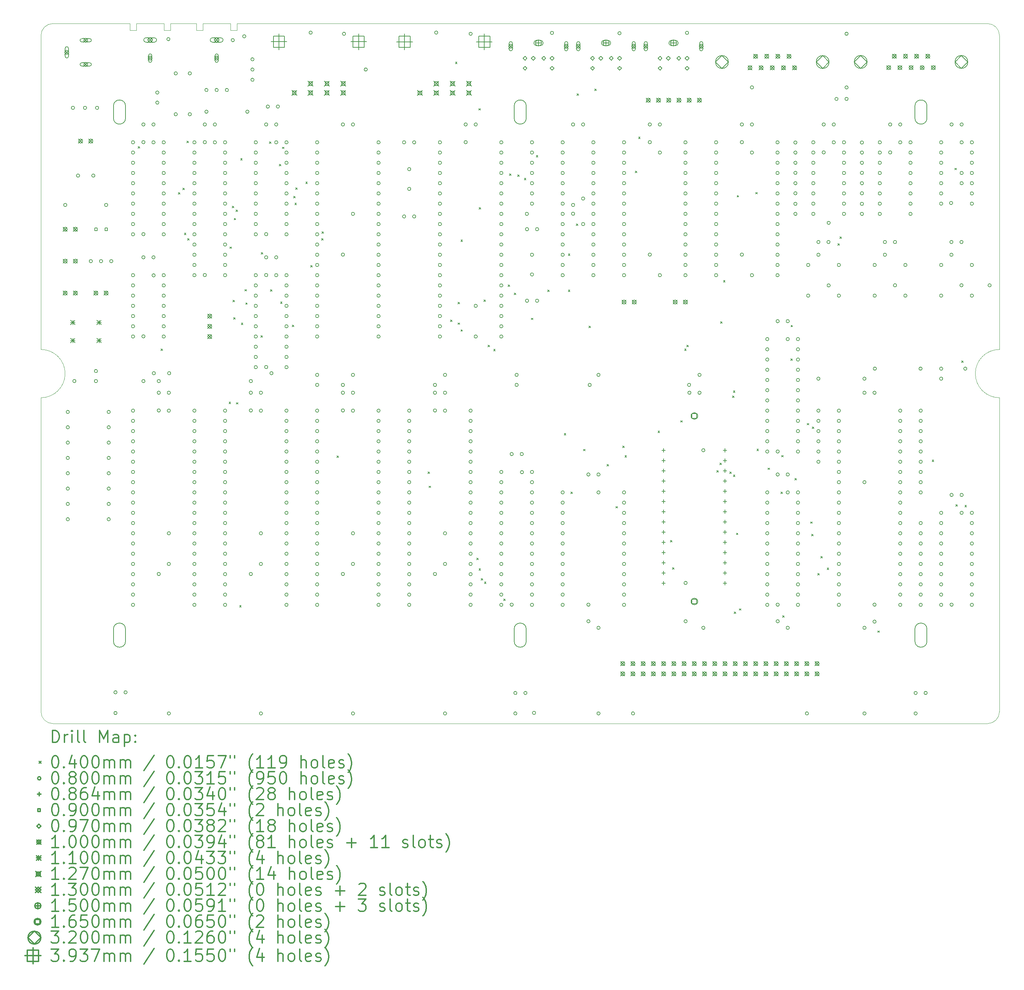
<source format=gbr>
%FSLAX45Y45*%
G04 Gerber Fmt 4.5, Leading zero omitted, Abs format (unit mm)*
G04 Created by KiCad (PCBNEW (5.1.12)-1) date 2023-08-15 20:50:20*
%MOMM*%
%LPD*%
G01*
G04 APERTURE LIST*
%TA.AperFunction,Profile*%
%ADD10C,0.050000*%
%TD*%
%TA.AperFunction,Profile*%
%ADD11C,0.150000*%
%TD*%
%ADD12C,0.200000*%
%ADD13C,0.300000*%
G04 APERTURE END LIST*
D10*
X4206240Y-2000250D02*
X2300000Y-2000000D01*
X4206240Y-2165350D02*
X4206240Y-2000250D01*
X4367530Y-2165350D02*
X4206240Y-2165350D01*
X4367530Y-2000250D02*
X4367530Y-2165350D01*
X5055870Y-2000250D02*
X4367530Y-2000250D01*
X5055870Y-2165350D02*
X5055870Y-2000250D01*
X5217160Y-2165350D02*
X5055870Y-2165350D01*
X5217160Y-2000250D02*
X5217160Y-2165350D01*
X5855970Y-2000250D02*
X5217160Y-2000250D01*
X5855970Y-2165350D02*
X5855970Y-2000250D01*
X6018530Y-2165350D02*
X5855970Y-2165350D01*
X6018530Y-2000250D02*
X6018530Y-2165350D01*
X6706870Y-2000250D02*
X6018530Y-2000250D01*
X6706870Y-2165350D02*
X6706870Y-2000250D01*
X6869430Y-2165350D02*
X6706870Y-2165350D01*
X6869430Y-2000250D02*
X6869430Y-2165350D01*
X7045960Y-2000250D02*
X6869430Y-2000250D01*
X9080500Y-2000250D02*
X7045960Y-2000250D01*
D11*
X14050000Y-17050000D02*
X14050000Y-17350000D01*
D10*
X9080500Y-2000250D02*
X25500000Y-2000250D01*
X2300000Y-19400000D02*
X25500000Y-19400000D01*
D11*
X4100000Y-17050000D02*
X4100000Y-17350000D01*
X4100000Y-17350000D02*
G75*
G02*
X3800000Y-17350000I-150000J0D01*
G01*
X3800000Y-17050000D02*
G75*
G02*
X4100000Y-17050000I150000J0D01*
G01*
X3800000Y-17050000D02*
X3800000Y-17350000D01*
X14050000Y-17350000D02*
G75*
G02*
X13750000Y-17350000I-150000J0D01*
G01*
X13750000Y-17050000D02*
G75*
G02*
X14050000Y-17050000I150000J0D01*
G01*
X13750000Y-17050000D02*
X13750000Y-17350000D01*
X24000000Y-17050000D02*
X24000000Y-17350000D01*
X24000000Y-17350000D02*
G75*
G02*
X23700000Y-17350000I-150000J0D01*
G01*
X23700000Y-17050000D02*
G75*
G02*
X24000000Y-17050000I150000J0D01*
G01*
X23700000Y-17050000D02*
X23700000Y-17350000D01*
X24000000Y-4050000D02*
X24000000Y-4350000D01*
X24000000Y-4350000D02*
G75*
G02*
X23700000Y-4350000I-150000J0D01*
G01*
X23700000Y-4050000D02*
G75*
G02*
X24000000Y-4050000I150000J0D01*
G01*
X23700000Y-4050000D02*
X23700000Y-4350000D01*
X4100000Y-4050000D02*
X4100000Y-4350000D01*
X4100000Y-4350000D02*
G75*
G02*
X3800000Y-4350000I-150000J0D01*
G01*
X3800000Y-4050000D02*
G75*
G02*
X4100000Y-4050000I150000J0D01*
G01*
X3800000Y-4050000D02*
X3800000Y-4350000D01*
X13750000Y-4050000D02*
X13750000Y-4350000D01*
X13750000Y-4050000D02*
G75*
G02*
X14050000Y-4050000I150000J0D01*
G01*
X14050000Y-4350000D02*
G75*
G02*
X13750000Y-4350000I-150000J0D01*
G01*
X14050000Y-4050000D02*
X14050000Y-4350000D01*
D10*
X2000000Y-10100000D02*
G75*
G02*
X2000000Y-11300000I0J-600000D01*
G01*
X25800000Y-11300000D02*
X25800000Y-19100000D01*
X25800000Y-2300000D02*
X25800000Y-10100000D01*
X2000000Y-19100000D02*
X2000000Y-11300000D01*
X25500000Y-2000000D02*
G75*
G02*
X25800000Y-2300000I0J-300000D01*
G01*
X25800000Y-19100000D02*
G75*
G02*
X25500000Y-19400000I-300000J0D01*
G01*
X2300000Y-19400000D02*
G75*
G02*
X2000000Y-19100000I0J300000D01*
G01*
X2000000Y-10100000D02*
X2000000Y-2300000D01*
X2000000Y-2300000D02*
G75*
G02*
X2300000Y-2000000I300000J0D01*
G01*
X25800000Y-11300000D02*
G75*
G02*
X25800000Y-10100000I0J600000D01*
G01*
D12*
X4415110Y-5058140D02*
X4455110Y-5098140D01*
X4455110Y-5058140D02*
X4415110Y-5098140D01*
X4978880Y-10086110D02*
X5018880Y-10126110D01*
X5018880Y-10086110D02*
X4978880Y-10126110D01*
X5412810Y-6203000D02*
X5452810Y-6243000D01*
X5452810Y-6203000D02*
X5412810Y-6243000D01*
X5524600Y-6093140D02*
X5564600Y-6133140D01*
X5564600Y-6093140D02*
X5524600Y-6133140D01*
X5561775Y-7207605D02*
X5601774Y-7247605D01*
X5601774Y-7207605D02*
X5561775Y-7247605D01*
X5626630Y-4920550D02*
X5666630Y-4960550D01*
X5666630Y-4920550D02*
X5626630Y-4960550D01*
X5638340Y-7346000D02*
X5678340Y-7386000D01*
X5678340Y-7346000D02*
X5638340Y-7386000D01*
X6668940Y-11407280D02*
X6708940Y-11447280D01*
X6708940Y-11407280D02*
X6668940Y-11447280D01*
X6690920Y-7549880D02*
X6730920Y-7589880D01*
X6730920Y-7549880D02*
X6690920Y-7589880D01*
X6750064Y-6540965D02*
X6790064Y-6580965D01*
X6790064Y-6540965D02*
X6750064Y-6580965D01*
X6769990Y-8874100D02*
X6809990Y-8914100D01*
X6809990Y-8874100D02*
X6769990Y-8914100D01*
X6782390Y-9306000D02*
X6822390Y-9346000D01*
X6822390Y-9306000D02*
X6782390Y-9346000D01*
X6797580Y-6838870D02*
X6837580Y-6878870D01*
X6837580Y-6838870D02*
X6797580Y-6878870D01*
X6841329Y-6632230D02*
X6881329Y-6672230D01*
X6881329Y-6632230D02*
X6841329Y-6672230D01*
X6854220Y-11420390D02*
X6894220Y-11460390D01*
X6894220Y-11420390D02*
X6854220Y-11460390D01*
X6932500Y-16462230D02*
X6972500Y-16502230D01*
X6972500Y-16462230D02*
X6932500Y-16502230D01*
X6957600Y-5355770D02*
X6997600Y-5395770D01*
X6997600Y-5355770D02*
X6957600Y-5395770D01*
X6973780Y-9444130D02*
X7013780Y-9484130D01*
X7013780Y-9444130D02*
X6973780Y-9484130D01*
X7060930Y-8608970D02*
X7100930Y-8648970D01*
X7100930Y-8608970D02*
X7060930Y-8648970D01*
X7084100Y-8939690D02*
X7124100Y-8979690D01*
X7124100Y-8939690D02*
X7084100Y-8979690D01*
X7462310Y-9759000D02*
X7502310Y-9799000D01*
X7502310Y-9759000D02*
X7462310Y-9799000D01*
X7469890Y-7688040D02*
X7509890Y-7728040D01*
X7509890Y-7688040D02*
X7469890Y-7728040D01*
X7676000Y-4941190D02*
X7716000Y-4981190D01*
X7716000Y-4941190D02*
X7676000Y-4981190D01*
X7697250Y-8612080D02*
X7737250Y-8652080D01*
X7737250Y-8612080D02*
X7697250Y-8652080D01*
X7921380Y-5499820D02*
X7961380Y-5539820D01*
X7961380Y-5499820D02*
X7921380Y-5539820D01*
X7949070Y-8916700D02*
X7989070Y-8956700D01*
X7989070Y-8916700D02*
X7949070Y-8956700D01*
X7994290Y-5070320D02*
X8034290Y-5110320D01*
X8034290Y-5070320D02*
X7994290Y-5110320D01*
X8239130Y-9495020D02*
X8279130Y-9535020D01*
X8279130Y-9495020D02*
X8239130Y-9535020D01*
X8272810Y-6296320D02*
X8312810Y-6336320D01*
X8312810Y-6296320D02*
X8272810Y-6336320D01*
X8303780Y-6460080D02*
X8343780Y-6500080D01*
X8343780Y-6460080D02*
X8303780Y-6500080D01*
X8322797Y-6082659D02*
X8362797Y-6122659D01*
X8362797Y-6082659D02*
X8322797Y-6122659D01*
X8575130Y-5940660D02*
X8615130Y-5980660D01*
X8615130Y-5940660D02*
X8575130Y-5980660D01*
X8697910Y-8010710D02*
X8737910Y-8050710D01*
X8737910Y-8010710D02*
X8697910Y-8050710D01*
X8967050Y-7346000D02*
X9007050Y-7386000D01*
X9007050Y-7346000D02*
X8967050Y-7386000D01*
X8979240Y-7171340D02*
X9019240Y-7211340D01*
X9019240Y-7171340D02*
X8979240Y-7211340D01*
X9349410Y-12743500D02*
X9389410Y-12783500D01*
X9389410Y-12743500D02*
X9349410Y-12783500D01*
X11611850Y-13139980D02*
X11651850Y-13179980D01*
X11651850Y-13139980D02*
X11611850Y-13179980D01*
X11634760Y-13493180D02*
X11674760Y-13533180D01*
X11674760Y-13493180D02*
X11634760Y-13533180D01*
X12169170Y-9366560D02*
X12209170Y-9406560D01*
X12209170Y-9366560D02*
X12169170Y-9406560D01*
X12291930Y-2959660D02*
X12331930Y-2999660D01*
X12331930Y-2959660D02*
X12291930Y-2999660D01*
X12353690Y-8927990D02*
X12393690Y-8967990D01*
X12393690Y-8927990D02*
X12353690Y-8967990D01*
X12353690Y-9437730D02*
X12393690Y-9477730D01*
X12393690Y-9437730D02*
X12353690Y-9477730D01*
X12426200Y-7378180D02*
X12466200Y-7418180D01*
X12466200Y-7378180D02*
X12426200Y-7418180D01*
X12426800Y-9606870D02*
X12466800Y-9646870D01*
X12466800Y-9606870D02*
X12426800Y-9646870D01*
X12819920Y-15283500D02*
X12859920Y-15323500D01*
X12859920Y-15283500D02*
X12819920Y-15323500D01*
X12873230Y-4113610D02*
X12913230Y-4153610D01*
X12913230Y-4113610D02*
X12873230Y-4153610D01*
X12876490Y-15547820D02*
X12916490Y-15587820D01*
X12916490Y-15547820D02*
X12876490Y-15587820D01*
X12877200Y-6572700D02*
X12917200Y-6612700D01*
X12917200Y-6572700D02*
X12877200Y-6612700D01*
X12930850Y-15791500D02*
X12970850Y-15831500D01*
X12970850Y-15791500D02*
X12930850Y-15831500D01*
X12998300Y-8870000D02*
X13038300Y-8910000D01*
X13038300Y-8870000D02*
X12998300Y-8910000D01*
X13012140Y-15876100D02*
X13052140Y-15916100D01*
X13052140Y-15876100D02*
X13012140Y-15916100D01*
X13100380Y-9992710D02*
X13140380Y-10032710D01*
X13140380Y-9992710D02*
X13100380Y-10032710D01*
X13240190Y-10092940D02*
X13280190Y-10132940D01*
X13280190Y-10092940D02*
X13240190Y-10132940D01*
X13489690Y-16301210D02*
X13529690Y-16341210D01*
X13529690Y-16301210D02*
X13489690Y-16341210D01*
X13598430Y-8495930D02*
X13638430Y-8535930D01*
X13638430Y-8495930D02*
X13598430Y-8535930D01*
X13631550Y-5733590D02*
X13671550Y-5773590D01*
X13671550Y-5733590D02*
X13631550Y-5773590D01*
X13752790Y-8698190D02*
X13792790Y-8738190D01*
X13792790Y-8698190D02*
X13752790Y-8738190D01*
X13836630Y-5760120D02*
X13876630Y-5800120D01*
X13876630Y-5760120D02*
X13836630Y-5800120D01*
X14002750Y-5842370D02*
X14042750Y-5882370D01*
X14042750Y-5842370D02*
X14002750Y-5882370D01*
X14172710Y-9319000D02*
X14212710Y-9359000D01*
X14212710Y-9319000D02*
X14172710Y-9359000D01*
X14298560Y-5278760D02*
X14338560Y-5318760D01*
X14338560Y-5278760D02*
X14298560Y-5318760D01*
X14579940Y-8620840D02*
X14619940Y-8660840D01*
X14619940Y-8620840D02*
X14579940Y-8660840D01*
X14992940Y-12185160D02*
X15032940Y-12225160D01*
X15032940Y-12185160D02*
X14992940Y-12225160D01*
X15093110Y-7727000D02*
X15133110Y-7767000D01*
X15133110Y-7727000D02*
X15093110Y-7767000D01*
X15094550Y-8623990D02*
X15134550Y-8663990D01*
X15134550Y-8623990D02*
X15094550Y-8663990D01*
X15160040Y-13640810D02*
X15200040Y-13680810D01*
X15200040Y-13640810D02*
X15160040Y-13680810D01*
X15295950Y-6980560D02*
X15335950Y-7020560D01*
X15335950Y-6980560D02*
X15295950Y-7020560D01*
X15310320Y-3744680D02*
X15350320Y-3784680D01*
X15350320Y-3744680D02*
X15310320Y-3784680D01*
X15472740Y-12579860D02*
X15512740Y-12619860D01*
X15512740Y-12579860D02*
X15472740Y-12619860D01*
X15605820Y-9518960D02*
X15645820Y-9558960D01*
X15645820Y-9518960D02*
X15605820Y-9558960D01*
X15752800Y-3629020D02*
X15792800Y-3669020D01*
X15792800Y-3629020D02*
X15752800Y-3669020D01*
X16056060Y-12957630D02*
X16096060Y-12997630D01*
X16096060Y-12957630D02*
X16056060Y-12997630D01*
X16273480Y-14003190D02*
X16313480Y-14043190D01*
X16313480Y-14003190D02*
X16273480Y-14043190D01*
X16442420Y-12499860D02*
X16482420Y-12539860D01*
X16482420Y-12499860D02*
X16442420Y-12539860D01*
X16500270Y-12735240D02*
X16540270Y-12775240D01*
X16540270Y-12735240D02*
X16500270Y-12775240D01*
X16759960Y-5664090D02*
X16799960Y-5704090D01*
X16799960Y-5664090D02*
X16759960Y-5704090D01*
X16838100Y-4818410D02*
X16878100Y-4858410D01*
X16878100Y-4818410D02*
X16838100Y-4858410D01*
X17321980Y-12124300D02*
X17361980Y-12164300D01*
X17361980Y-12124300D02*
X17321980Y-12164300D01*
X17630220Y-14842040D02*
X17670220Y-14882040D01*
X17670220Y-14842040D02*
X17630220Y-14882040D01*
X17683550Y-15522650D02*
X17723550Y-15562650D01*
X17723550Y-15522650D02*
X17683550Y-15562650D01*
X17884100Y-11869300D02*
X17924100Y-11909300D01*
X17924100Y-11869300D02*
X17884100Y-11909300D01*
X17982190Y-10083610D02*
X18022190Y-10123610D01*
X18022190Y-10083610D02*
X17982190Y-10123610D01*
X18033450Y-9992710D02*
X18073450Y-10032710D01*
X18073450Y-9992710D02*
X18033450Y-10032710D01*
X18781200Y-13108280D02*
X18821200Y-13148280D01*
X18821200Y-13108280D02*
X18781200Y-13148280D01*
X18859340Y-12922670D02*
X18899340Y-12962670D01*
X18899340Y-12922670D02*
X18859340Y-12962670D01*
X18874220Y-9408020D02*
X18914220Y-9448020D01*
X18914220Y-9408020D02*
X18874220Y-9448020D01*
X18947170Y-8382470D02*
X18987170Y-8422470D01*
X18987170Y-8382470D02*
X18947170Y-8422470D01*
X19106060Y-13143660D02*
X19146060Y-13183660D01*
X19146060Y-13143660D02*
X19106060Y-13183660D01*
X19169200Y-11254010D02*
X19209200Y-11294010D01*
X19209200Y-11254010D02*
X19169200Y-11294010D01*
X19191650Y-13218600D02*
X19231650Y-13258600D01*
X19231650Y-13218600D02*
X19191650Y-13258600D01*
X19192620Y-11126870D02*
X19232620Y-11166870D01*
X19232620Y-11126870D02*
X19192620Y-11166870D01*
X19211970Y-16619870D02*
X19251970Y-16659870D01*
X19251970Y-16619870D02*
X19211970Y-16659870D01*
X19267220Y-14663520D02*
X19307220Y-14703520D01*
X19307220Y-14663520D02*
X19267220Y-14703520D01*
X19284970Y-6272980D02*
X19324970Y-6312980D01*
X19324970Y-6272980D02*
X19284970Y-6312980D01*
X19339380Y-16543180D02*
X19379380Y-16583180D01*
X19379380Y-16543180D02*
X19339380Y-16583180D01*
X19744810Y-6196300D02*
X19784810Y-6236300D01*
X19784810Y-6196300D02*
X19744810Y-6236300D01*
X19776040Y-12577680D02*
X19816040Y-12617680D01*
X19816040Y-12577680D02*
X19776040Y-12617680D01*
X20053620Y-13045310D02*
X20093620Y-13085310D01*
X20093620Y-13045310D02*
X20053620Y-13085310D01*
X20375950Y-13641590D02*
X20415950Y-13681590D01*
X20415950Y-13641590D02*
X20375950Y-13681590D01*
X20390730Y-12733190D02*
X20430730Y-12773190D01*
X20430730Y-12733190D02*
X20390730Y-12773190D01*
X20418450Y-16717160D02*
X20458450Y-16757160D01*
X20458450Y-16717160D02*
X20418450Y-16757160D01*
X20620230Y-10330500D02*
X20660230Y-10370500D01*
X20660230Y-10330500D02*
X20620230Y-10370500D01*
X20622760Y-9498490D02*
X20662760Y-9538490D01*
X20662760Y-9498490D02*
X20622760Y-9538490D01*
X20722920Y-13304680D02*
X20762920Y-13344680D01*
X20762920Y-13304680D02*
X20722920Y-13344680D01*
X21022900Y-11935740D02*
X21062900Y-11975740D01*
X21062900Y-11935740D02*
X21022900Y-11975740D01*
X21106930Y-14384180D02*
X21146930Y-14424180D01*
X21146930Y-14384180D02*
X21106930Y-14424180D01*
X21136560Y-14693800D02*
X21176560Y-14733800D01*
X21176560Y-14693800D02*
X21136560Y-14733800D01*
X21154010Y-12024650D02*
X21194010Y-12064650D01*
X21194010Y-12024650D02*
X21154010Y-12064650D01*
X21289630Y-15664500D02*
X21329630Y-15704500D01*
X21329630Y-15664500D02*
X21289630Y-15704500D01*
X21364640Y-15241940D02*
X21404640Y-15281940D01*
X21404640Y-15241940D02*
X21364640Y-15281940D01*
X21520880Y-15528970D02*
X21560880Y-15568970D01*
X21560880Y-15528970D02*
X21520880Y-15568970D01*
X21787480Y-7469970D02*
X21827480Y-7509970D01*
X21827480Y-7469970D02*
X21787480Y-7509970D01*
X21840810Y-7302850D02*
X21880810Y-7342850D01*
X21880810Y-7302850D02*
X21840810Y-7342850D01*
X22775170Y-17093470D02*
X22815170Y-17133470D01*
X22815170Y-17093470D02*
X22775170Y-17133470D01*
X24127090Y-12846520D02*
X24167090Y-12886520D01*
X24167090Y-12846520D02*
X24127090Y-12886520D01*
X24693950Y-5595320D02*
X24733950Y-5635320D01*
X24733950Y-5595320D02*
X24693950Y-5635320D01*
X24715200Y-13953830D02*
X24755200Y-13993830D01*
X24755200Y-13953830D02*
X24715200Y-13993830D01*
X24859770Y-10380430D02*
X24899770Y-10420430D01*
X24899770Y-10380430D02*
X24859770Y-10420430D01*
X24941620Y-13970310D02*
X24981620Y-14010310D01*
X24981620Y-13970310D02*
X24941620Y-14010310D01*
X2643500Y-6508750D02*
G75*
G03*
X2643500Y-6508750I-40000J0D01*
G01*
X2707000Y-11652200D02*
G75*
G03*
X2707000Y-11652200I-40000J0D01*
G01*
X2707000Y-12033200D02*
G75*
G03*
X2707000Y-12033200I-40000J0D01*
G01*
X2707000Y-12414200D02*
G75*
G03*
X2707000Y-12414200I-40000J0D01*
G01*
X2707000Y-12795200D02*
G75*
G03*
X2707000Y-12795200I-40000J0D01*
G01*
X2707000Y-13176200D02*
G75*
G03*
X2707000Y-13176200I-40000J0D01*
G01*
X2707000Y-13557200D02*
G75*
G03*
X2707000Y-13557200I-40000J0D01*
G01*
X2707000Y-13938200D02*
G75*
G03*
X2707000Y-13938200I-40000J0D01*
G01*
X2707000Y-14319200D02*
G75*
G03*
X2707000Y-14319200I-40000J0D01*
G01*
X2834000Y-4095750D02*
G75*
G03*
X2834000Y-4095750I-40000J0D01*
G01*
X2869800Y-10886200D02*
G75*
G03*
X2869800Y-10886200I-40000J0D01*
G01*
X2961000Y-5778500D02*
G75*
G03*
X2961000Y-5778500I-40000J0D01*
G01*
X3134000Y-4095750D02*
G75*
G03*
X3134000Y-4095750I-40000J0D01*
G01*
X3278500Y-7905750D02*
G75*
G03*
X3278500Y-7905750I-40000J0D01*
G01*
X3341000Y-5778500D02*
G75*
G03*
X3341000Y-5778500I-40000J0D01*
G01*
X3405500Y-10636200D02*
G75*
G03*
X3405500Y-10636200I-40000J0D01*
G01*
X3405500Y-10886200D02*
G75*
G03*
X3405500Y-10886200I-40000J0D01*
G01*
X3434000Y-4095750D02*
G75*
G03*
X3434000Y-4095750I-40000J0D01*
G01*
X3532500Y-7905750D02*
G75*
G03*
X3532500Y-7905750I-40000J0D01*
G01*
X3659500Y-6508750D02*
G75*
G03*
X3659500Y-6508750I-40000J0D01*
G01*
X3723000Y-11652200D02*
G75*
G03*
X3723000Y-11652200I-40000J0D01*
G01*
X3723000Y-12033200D02*
G75*
G03*
X3723000Y-12033200I-40000J0D01*
G01*
X3723000Y-12414200D02*
G75*
G03*
X3723000Y-12414200I-40000J0D01*
G01*
X3723000Y-12795200D02*
G75*
G03*
X3723000Y-12795200I-40000J0D01*
G01*
X3723000Y-13176200D02*
G75*
G03*
X3723000Y-13176200I-40000J0D01*
G01*
X3723000Y-13557200D02*
G75*
G03*
X3723000Y-13557200I-40000J0D01*
G01*
X3723000Y-13938200D02*
G75*
G03*
X3723000Y-13938200I-40000J0D01*
G01*
X3723000Y-14319200D02*
G75*
G03*
X3723000Y-14319200I-40000J0D01*
G01*
X3786500Y-7905750D02*
G75*
G03*
X3786500Y-7905750I-40000J0D01*
G01*
X3890640Y-18620700D02*
G75*
G03*
X3890640Y-18620700I-40000J0D01*
G01*
X3890640Y-19136400D02*
G75*
G03*
X3890640Y-19136400I-40000J0D01*
G01*
X4140640Y-18620700D02*
G75*
G03*
X4140640Y-18620700I-40000J0D01*
G01*
X4326250Y-4953000D02*
G75*
G03*
X4326250Y-4953000I-40000J0D01*
G01*
X4326250Y-5207000D02*
G75*
G03*
X4326250Y-5207000I-40000J0D01*
G01*
X4326250Y-5461000D02*
G75*
G03*
X4326250Y-5461000I-40000J0D01*
G01*
X4326250Y-5715000D02*
G75*
G03*
X4326250Y-5715000I-40000J0D01*
G01*
X4326250Y-5969000D02*
G75*
G03*
X4326250Y-5969000I-40000J0D01*
G01*
X4326250Y-6223000D02*
G75*
G03*
X4326250Y-6223000I-40000J0D01*
G01*
X4326250Y-6477000D02*
G75*
G03*
X4326250Y-6477000I-40000J0D01*
G01*
X4326250Y-6731000D02*
G75*
G03*
X4326250Y-6731000I-40000J0D01*
G01*
X4326250Y-6985000D02*
G75*
G03*
X4326250Y-6985000I-40000J0D01*
G01*
X4326250Y-7239000D02*
G75*
G03*
X4326250Y-7239000I-40000J0D01*
G01*
X4326250Y-8255000D02*
G75*
G03*
X4326250Y-8255000I-40000J0D01*
G01*
X4326250Y-8509000D02*
G75*
G03*
X4326250Y-8509000I-40000J0D01*
G01*
X4326250Y-8763000D02*
G75*
G03*
X4326250Y-8763000I-40000J0D01*
G01*
X4326250Y-9017000D02*
G75*
G03*
X4326250Y-9017000I-40000J0D01*
G01*
X4326250Y-9271000D02*
G75*
G03*
X4326250Y-9271000I-40000J0D01*
G01*
X4326250Y-9525000D02*
G75*
G03*
X4326250Y-9525000I-40000J0D01*
G01*
X4326250Y-9779000D02*
G75*
G03*
X4326250Y-9779000I-40000J0D01*
G01*
X4326250Y-11620500D02*
G75*
G03*
X4326250Y-11620500I-40000J0D01*
G01*
X4326250Y-11874500D02*
G75*
G03*
X4326250Y-11874500I-40000J0D01*
G01*
X4326250Y-12128500D02*
G75*
G03*
X4326250Y-12128500I-40000J0D01*
G01*
X4326250Y-12382500D02*
G75*
G03*
X4326250Y-12382500I-40000J0D01*
G01*
X4326250Y-12636500D02*
G75*
G03*
X4326250Y-12636500I-40000J0D01*
G01*
X4326250Y-12890500D02*
G75*
G03*
X4326250Y-12890500I-40000J0D01*
G01*
X4326250Y-13144500D02*
G75*
G03*
X4326250Y-13144500I-40000J0D01*
G01*
X4326250Y-13398500D02*
G75*
G03*
X4326250Y-13398500I-40000J0D01*
G01*
X4326250Y-13652500D02*
G75*
G03*
X4326250Y-13652500I-40000J0D01*
G01*
X4326250Y-13906500D02*
G75*
G03*
X4326250Y-13906500I-40000J0D01*
G01*
X4326250Y-14160500D02*
G75*
G03*
X4326250Y-14160500I-40000J0D01*
G01*
X4326250Y-14414500D02*
G75*
G03*
X4326250Y-14414500I-40000J0D01*
G01*
X4326250Y-14668500D02*
G75*
G03*
X4326250Y-14668500I-40000J0D01*
G01*
X4326250Y-14922500D02*
G75*
G03*
X4326250Y-14922500I-40000J0D01*
G01*
X4326250Y-15176500D02*
G75*
G03*
X4326250Y-15176500I-40000J0D01*
G01*
X4326250Y-15430500D02*
G75*
G03*
X4326250Y-15430500I-40000J0D01*
G01*
X4326250Y-15684500D02*
G75*
G03*
X4326250Y-15684500I-40000J0D01*
G01*
X4326250Y-15938500D02*
G75*
G03*
X4326250Y-15938500I-40000J0D01*
G01*
X4326250Y-16192500D02*
G75*
G03*
X4326250Y-16192500I-40000J0D01*
G01*
X4326250Y-16446500D02*
G75*
G03*
X4326250Y-16446500I-40000J0D01*
G01*
X4584250Y-4508500D02*
G75*
G03*
X4584250Y-4508500I-40000J0D01*
G01*
X4584250Y-4949000D02*
G75*
G03*
X4584250Y-4949000I-40000J0D01*
G01*
X4584250Y-7235000D02*
G75*
G03*
X4584250Y-7235000I-40000J0D01*
G01*
X4584250Y-7810500D02*
G75*
G03*
X4584250Y-7810500I-40000J0D01*
G01*
X4584250Y-9775000D02*
G75*
G03*
X4584250Y-9775000I-40000J0D01*
G01*
X4584300Y-10886200D02*
G75*
G03*
X4584300Y-10886200I-40000J0D01*
G01*
X4834250Y-4508500D02*
G75*
G03*
X4834250Y-4508500I-40000J0D01*
G01*
X4834250Y-4953000D02*
G75*
G03*
X4834250Y-4953000I-40000J0D01*
G01*
X4834250Y-7810500D02*
G75*
G03*
X4834250Y-7810500I-40000J0D01*
G01*
X4837360Y-8258110D02*
G75*
G03*
X4837360Y-8258110I-40000J0D01*
G01*
X4843000Y-10691000D02*
G75*
G03*
X4843000Y-10691000I-40000J0D01*
G01*
X4929500Y-3714750D02*
G75*
G03*
X4929500Y-3714750I-40000J0D01*
G01*
X4929500Y-3964750D02*
G75*
G03*
X4929500Y-3964750I-40000J0D01*
G01*
X4965250Y-11176000D02*
G75*
G03*
X4965250Y-11176000I-40000J0D01*
G01*
X4965250Y-11616500D02*
G75*
G03*
X4965250Y-11616500I-40000J0D01*
G01*
X4965250Y-15680500D02*
G75*
G03*
X4965250Y-15680500I-40000J0D01*
G01*
X4965300Y-10886200D02*
G75*
G03*
X4965300Y-10886200I-40000J0D01*
G01*
X5088250Y-4953000D02*
G75*
G03*
X5088250Y-4953000I-40000J0D01*
G01*
X5088250Y-5207000D02*
G75*
G03*
X5088250Y-5207000I-40000J0D01*
G01*
X5088250Y-5461000D02*
G75*
G03*
X5088250Y-5461000I-40000J0D01*
G01*
X5088250Y-5715000D02*
G75*
G03*
X5088250Y-5715000I-40000J0D01*
G01*
X5088250Y-5969000D02*
G75*
G03*
X5088250Y-5969000I-40000J0D01*
G01*
X5088250Y-6223000D02*
G75*
G03*
X5088250Y-6223000I-40000J0D01*
G01*
X5088250Y-6477000D02*
G75*
G03*
X5088250Y-6477000I-40000J0D01*
G01*
X5088250Y-6731000D02*
G75*
G03*
X5088250Y-6731000I-40000J0D01*
G01*
X5088250Y-6985000D02*
G75*
G03*
X5088250Y-6985000I-40000J0D01*
G01*
X5088250Y-7239000D02*
G75*
G03*
X5088250Y-7239000I-40000J0D01*
G01*
X5088250Y-8255000D02*
G75*
G03*
X5088250Y-8255000I-40000J0D01*
G01*
X5088250Y-8509000D02*
G75*
G03*
X5088250Y-8509000I-40000J0D01*
G01*
X5088250Y-8763000D02*
G75*
G03*
X5088250Y-8763000I-40000J0D01*
G01*
X5088250Y-9017000D02*
G75*
G03*
X5088250Y-9017000I-40000J0D01*
G01*
X5088250Y-9271000D02*
G75*
G03*
X5088250Y-9271000I-40000J0D01*
G01*
X5088250Y-9525000D02*
G75*
G03*
X5088250Y-9525000I-40000J0D01*
G01*
X5088250Y-9779000D02*
G75*
G03*
X5088250Y-9779000I-40000J0D01*
G01*
X5204500Y-2388240D02*
G75*
G03*
X5204500Y-2388240I-40000J0D01*
G01*
X5215250Y-11176000D02*
G75*
G03*
X5215250Y-11176000I-40000J0D01*
G01*
X5215250Y-11620500D02*
G75*
G03*
X5215250Y-11620500I-40000J0D01*
G01*
X5215250Y-14668500D02*
G75*
G03*
X5215250Y-14668500I-40000J0D01*
G01*
X5215250Y-15430500D02*
G75*
G03*
X5215250Y-15430500I-40000J0D01*
G01*
X5215250Y-19145200D02*
G75*
G03*
X5215250Y-19145200I-40000J0D01*
G01*
X5224000Y-10691000D02*
G75*
G03*
X5224000Y-10691000I-40000J0D01*
G01*
X5386700Y-3238500D02*
G75*
G03*
X5386700Y-3238500I-40000J0D01*
G01*
X5386700Y-4254500D02*
G75*
G03*
X5386700Y-4254500I-40000J0D01*
G01*
X5735950Y-3238500D02*
G75*
G03*
X5735950Y-3238500I-40000J0D01*
G01*
X5735950Y-4254500D02*
G75*
G03*
X5735950Y-4254500I-40000J0D01*
G01*
X5850250Y-4953000D02*
G75*
G03*
X5850250Y-4953000I-40000J0D01*
G01*
X5850250Y-5207000D02*
G75*
G03*
X5850250Y-5207000I-40000J0D01*
G01*
X5850250Y-5461000D02*
G75*
G03*
X5850250Y-5461000I-40000J0D01*
G01*
X5850250Y-5715000D02*
G75*
G03*
X5850250Y-5715000I-40000J0D01*
G01*
X5850250Y-5969000D02*
G75*
G03*
X5850250Y-5969000I-40000J0D01*
G01*
X5850250Y-6223000D02*
G75*
G03*
X5850250Y-6223000I-40000J0D01*
G01*
X5850250Y-6477000D02*
G75*
G03*
X5850250Y-6477000I-40000J0D01*
G01*
X5850250Y-6731000D02*
G75*
G03*
X5850250Y-6731000I-40000J0D01*
G01*
X5850250Y-6985000D02*
G75*
G03*
X5850250Y-6985000I-40000J0D01*
G01*
X5850250Y-7239000D02*
G75*
G03*
X5850250Y-7239000I-40000J0D01*
G01*
X5850250Y-7493000D02*
G75*
G03*
X5850250Y-7493000I-40000J0D01*
G01*
X5850250Y-7747000D02*
G75*
G03*
X5850250Y-7747000I-40000J0D01*
G01*
X5850250Y-8001000D02*
G75*
G03*
X5850250Y-8001000I-40000J0D01*
G01*
X5850250Y-8255000D02*
G75*
G03*
X5850250Y-8255000I-40000J0D01*
G01*
X5850250Y-11620500D02*
G75*
G03*
X5850250Y-11620500I-40000J0D01*
G01*
X5850250Y-11874500D02*
G75*
G03*
X5850250Y-11874500I-40000J0D01*
G01*
X5850250Y-12128500D02*
G75*
G03*
X5850250Y-12128500I-40000J0D01*
G01*
X5850250Y-12382500D02*
G75*
G03*
X5850250Y-12382500I-40000J0D01*
G01*
X5850250Y-12636500D02*
G75*
G03*
X5850250Y-12636500I-40000J0D01*
G01*
X5850250Y-12890500D02*
G75*
G03*
X5850250Y-12890500I-40000J0D01*
G01*
X5850250Y-13144500D02*
G75*
G03*
X5850250Y-13144500I-40000J0D01*
G01*
X5850250Y-13398500D02*
G75*
G03*
X5850250Y-13398500I-40000J0D01*
G01*
X5850250Y-13652500D02*
G75*
G03*
X5850250Y-13652500I-40000J0D01*
G01*
X5850250Y-13906500D02*
G75*
G03*
X5850250Y-13906500I-40000J0D01*
G01*
X5850250Y-14160500D02*
G75*
G03*
X5850250Y-14160500I-40000J0D01*
G01*
X5850250Y-14414500D02*
G75*
G03*
X5850250Y-14414500I-40000J0D01*
G01*
X5850250Y-14668500D02*
G75*
G03*
X5850250Y-14668500I-40000J0D01*
G01*
X5850250Y-14922500D02*
G75*
G03*
X5850250Y-14922500I-40000J0D01*
G01*
X5850250Y-15176500D02*
G75*
G03*
X5850250Y-15176500I-40000J0D01*
G01*
X5850250Y-15430500D02*
G75*
G03*
X5850250Y-15430500I-40000J0D01*
G01*
X5850250Y-15684500D02*
G75*
G03*
X5850250Y-15684500I-40000J0D01*
G01*
X5850250Y-15938500D02*
G75*
G03*
X5850250Y-15938500I-40000J0D01*
G01*
X5850250Y-16192500D02*
G75*
G03*
X5850250Y-16192500I-40000J0D01*
G01*
X5850250Y-16446500D02*
G75*
G03*
X5850250Y-16446500I-40000J0D01*
G01*
X6108250Y-4508500D02*
G75*
G03*
X6108250Y-4508500I-40000J0D01*
G01*
X6108250Y-4949000D02*
G75*
G03*
X6108250Y-4949000I-40000J0D01*
G01*
X6108250Y-8251000D02*
G75*
G03*
X6108250Y-8251000I-40000J0D01*
G01*
X6148700Y-3651250D02*
G75*
G03*
X6148700Y-3651250I-40000J0D01*
G01*
X6148700Y-4191000D02*
G75*
G03*
X6148700Y-4191000I-40000J0D01*
G01*
X6358250Y-4508500D02*
G75*
G03*
X6358250Y-4508500I-40000J0D01*
G01*
X6358250Y-4953000D02*
G75*
G03*
X6358250Y-4953000I-40000J0D01*
G01*
X6402700Y-3651250D02*
G75*
G03*
X6402700Y-3651250I-40000J0D01*
G01*
X6612250Y-4953000D02*
G75*
G03*
X6612250Y-4953000I-40000J0D01*
G01*
X6612250Y-5207000D02*
G75*
G03*
X6612250Y-5207000I-40000J0D01*
G01*
X6612250Y-5461000D02*
G75*
G03*
X6612250Y-5461000I-40000J0D01*
G01*
X6612250Y-5715000D02*
G75*
G03*
X6612250Y-5715000I-40000J0D01*
G01*
X6612250Y-5969000D02*
G75*
G03*
X6612250Y-5969000I-40000J0D01*
G01*
X6612250Y-6223000D02*
G75*
G03*
X6612250Y-6223000I-40000J0D01*
G01*
X6612250Y-6477000D02*
G75*
G03*
X6612250Y-6477000I-40000J0D01*
G01*
X6612250Y-6731000D02*
G75*
G03*
X6612250Y-6731000I-40000J0D01*
G01*
X6612250Y-6985000D02*
G75*
G03*
X6612250Y-6985000I-40000J0D01*
G01*
X6612250Y-7239000D02*
G75*
G03*
X6612250Y-7239000I-40000J0D01*
G01*
X6612250Y-7493000D02*
G75*
G03*
X6612250Y-7493000I-40000J0D01*
G01*
X6612250Y-7747000D02*
G75*
G03*
X6612250Y-7747000I-40000J0D01*
G01*
X6612250Y-8001000D02*
G75*
G03*
X6612250Y-8001000I-40000J0D01*
G01*
X6612250Y-8255000D02*
G75*
G03*
X6612250Y-8255000I-40000J0D01*
G01*
X6612250Y-11620500D02*
G75*
G03*
X6612250Y-11620500I-40000J0D01*
G01*
X6612250Y-11874500D02*
G75*
G03*
X6612250Y-11874500I-40000J0D01*
G01*
X6612250Y-12128500D02*
G75*
G03*
X6612250Y-12128500I-40000J0D01*
G01*
X6612250Y-12382500D02*
G75*
G03*
X6612250Y-12382500I-40000J0D01*
G01*
X6612250Y-12636500D02*
G75*
G03*
X6612250Y-12636500I-40000J0D01*
G01*
X6612250Y-12890500D02*
G75*
G03*
X6612250Y-12890500I-40000J0D01*
G01*
X6612250Y-13144500D02*
G75*
G03*
X6612250Y-13144500I-40000J0D01*
G01*
X6612250Y-13398500D02*
G75*
G03*
X6612250Y-13398500I-40000J0D01*
G01*
X6612250Y-13652500D02*
G75*
G03*
X6612250Y-13652500I-40000J0D01*
G01*
X6612250Y-13906500D02*
G75*
G03*
X6612250Y-13906500I-40000J0D01*
G01*
X6612250Y-14160500D02*
G75*
G03*
X6612250Y-14160500I-40000J0D01*
G01*
X6612250Y-14414500D02*
G75*
G03*
X6612250Y-14414500I-40000J0D01*
G01*
X6612250Y-14668500D02*
G75*
G03*
X6612250Y-14668500I-40000J0D01*
G01*
X6612250Y-14922500D02*
G75*
G03*
X6612250Y-14922500I-40000J0D01*
G01*
X6612250Y-15176500D02*
G75*
G03*
X6612250Y-15176500I-40000J0D01*
G01*
X6612250Y-15430500D02*
G75*
G03*
X6612250Y-15430500I-40000J0D01*
G01*
X6612250Y-15684500D02*
G75*
G03*
X6612250Y-15684500I-40000J0D01*
G01*
X6612250Y-15938500D02*
G75*
G03*
X6612250Y-15938500I-40000J0D01*
G01*
X6612250Y-16192500D02*
G75*
G03*
X6612250Y-16192500I-40000J0D01*
G01*
X6612250Y-16446500D02*
G75*
G03*
X6612250Y-16446500I-40000J0D01*
G01*
X6656700Y-3651250D02*
G75*
G03*
X6656700Y-3651250I-40000J0D01*
G01*
X6802750Y-2413000D02*
G75*
G03*
X6802750Y-2413000I-40000J0D01*
G01*
X7088500Y-2317750D02*
G75*
G03*
X7088500Y-2317750I-40000J0D01*
G01*
X7164700Y-4191000D02*
G75*
G03*
X7164700Y-4191000I-40000J0D01*
G01*
X7251250Y-11176000D02*
G75*
G03*
X7251250Y-11176000I-40000J0D01*
G01*
X7251250Y-11616500D02*
G75*
G03*
X7251250Y-11616500I-40000J0D01*
G01*
X7251250Y-15680500D02*
G75*
G03*
X7251250Y-15680500I-40000J0D01*
G01*
X7251300Y-10886200D02*
G75*
G03*
X7251300Y-10886200I-40000J0D01*
G01*
X7291700Y-2889250D02*
G75*
G03*
X7291700Y-2889250I-40000J0D01*
G01*
X7291700Y-3143250D02*
G75*
G03*
X7291700Y-3143250I-40000J0D01*
G01*
X7291700Y-3397250D02*
G75*
G03*
X7291700Y-3397250I-40000J0D01*
G01*
X7374250Y-4953000D02*
G75*
G03*
X7374250Y-4953000I-40000J0D01*
G01*
X7374250Y-5207000D02*
G75*
G03*
X7374250Y-5207000I-40000J0D01*
G01*
X7374250Y-5461000D02*
G75*
G03*
X7374250Y-5461000I-40000J0D01*
G01*
X7374250Y-5715000D02*
G75*
G03*
X7374250Y-5715000I-40000J0D01*
G01*
X7374250Y-5969000D02*
G75*
G03*
X7374250Y-5969000I-40000J0D01*
G01*
X7374250Y-6223000D02*
G75*
G03*
X7374250Y-6223000I-40000J0D01*
G01*
X7374250Y-6477000D02*
G75*
G03*
X7374250Y-6477000I-40000J0D01*
G01*
X7374250Y-6731000D02*
G75*
G03*
X7374250Y-6731000I-40000J0D01*
G01*
X7374250Y-6985000D02*
G75*
G03*
X7374250Y-6985000I-40000J0D01*
G01*
X7374250Y-7239000D02*
G75*
G03*
X7374250Y-7239000I-40000J0D01*
G01*
X7374250Y-8255000D02*
G75*
G03*
X7374250Y-8255000I-40000J0D01*
G01*
X7374250Y-8509000D02*
G75*
G03*
X7374250Y-8509000I-40000J0D01*
G01*
X7374250Y-8763000D02*
G75*
G03*
X7374250Y-8763000I-40000J0D01*
G01*
X7374250Y-9017000D02*
G75*
G03*
X7374250Y-9017000I-40000J0D01*
G01*
X7374250Y-9271000D02*
G75*
G03*
X7374250Y-9271000I-40000J0D01*
G01*
X7374250Y-9525000D02*
G75*
G03*
X7374250Y-9525000I-40000J0D01*
G01*
X7374250Y-9779000D02*
G75*
G03*
X7374250Y-9779000I-40000J0D01*
G01*
X7374250Y-10033000D02*
G75*
G03*
X7374250Y-10033000I-40000J0D01*
G01*
X7374250Y-10287000D02*
G75*
G03*
X7374250Y-10287000I-40000J0D01*
G01*
X7374250Y-10541000D02*
G75*
G03*
X7374250Y-10541000I-40000J0D01*
G01*
X7501250Y-11176000D02*
G75*
G03*
X7501250Y-11176000I-40000J0D01*
G01*
X7501250Y-11620500D02*
G75*
G03*
X7501250Y-11620500I-40000J0D01*
G01*
X7501250Y-14668500D02*
G75*
G03*
X7501250Y-14668500I-40000J0D01*
G01*
X7501250Y-15430500D02*
G75*
G03*
X7501250Y-15430500I-40000J0D01*
G01*
X7501250Y-19145200D02*
G75*
G03*
X7501250Y-19145200I-40000J0D01*
G01*
X7632250Y-4508500D02*
G75*
G03*
X7632250Y-4508500I-40000J0D01*
G01*
X7632250Y-7235000D02*
G75*
G03*
X7632250Y-7235000I-40000J0D01*
G01*
X7632250Y-7810500D02*
G75*
G03*
X7632250Y-7810500I-40000J0D01*
G01*
X7632250Y-8251000D02*
G75*
G03*
X7632250Y-8251000I-40000J0D01*
G01*
X7632250Y-10537000D02*
G75*
G03*
X7632250Y-10537000I-40000J0D01*
G01*
X7672700Y-4064000D02*
G75*
G03*
X7672700Y-4064000I-40000J0D01*
G01*
X7764000Y-10691000D02*
G75*
G03*
X7764000Y-10691000I-40000J0D01*
G01*
X7882250Y-4508500D02*
G75*
G03*
X7882250Y-4508500I-40000J0D01*
G01*
X7882250Y-4953000D02*
G75*
G03*
X7882250Y-4953000I-40000J0D01*
G01*
X7882250Y-7810500D02*
G75*
G03*
X7882250Y-7810500I-40000J0D01*
G01*
X7882250Y-8255000D02*
G75*
G03*
X7882250Y-8255000I-40000J0D01*
G01*
X7922700Y-4064000D02*
G75*
G03*
X7922700Y-4064000I-40000J0D01*
G01*
X8136250Y-4953000D02*
G75*
G03*
X8136250Y-4953000I-40000J0D01*
G01*
X8136250Y-5207000D02*
G75*
G03*
X8136250Y-5207000I-40000J0D01*
G01*
X8136250Y-5461000D02*
G75*
G03*
X8136250Y-5461000I-40000J0D01*
G01*
X8136250Y-5715000D02*
G75*
G03*
X8136250Y-5715000I-40000J0D01*
G01*
X8136250Y-5969000D02*
G75*
G03*
X8136250Y-5969000I-40000J0D01*
G01*
X8136250Y-6223000D02*
G75*
G03*
X8136250Y-6223000I-40000J0D01*
G01*
X8136250Y-6477000D02*
G75*
G03*
X8136250Y-6477000I-40000J0D01*
G01*
X8136250Y-6731000D02*
G75*
G03*
X8136250Y-6731000I-40000J0D01*
G01*
X8136250Y-6985000D02*
G75*
G03*
X8136250Y-6985000I-40000J0D01*
G01*
X8136250Y-7239000D02*
G75*
G03*
X8136250Y-7239000I-40000J0D01*
G01*
X8136250Y-8255000D02*
G75*
G03*
X8136250Y-8255000I-40000J0D01*
G01*
X8136250Y-8509000D02*
G75*
G03*
X8136250Y-8509000I-40000J0D01*
G01*
X8136250Y-8763000D02*
G75*
G03*
X8136250Y-8763000I-40000J0D01*
G01*
X8136250Y-9017000D02*
G75*
G03*
X8136250Y-9017000I-40000J0D01*
G01*
X8136250Y-9271000D02*
G75*
G03*
X8136250Y-9271000I-40000J0D01*
G01*
X8136250Y-9525000D02*
G75*
G03*
X8136250Y-9525000I-40000J0D01*
G01*
X8136250Y-9779000D02*
G75*
G03*
X8136250Y-9779000I-40000J0D01*
G01*
X8136250Y-10033000D02*
G75*
G03*
X8136250Y-10033000I-40000J0D01*
G01*
X8136250Y-10287000D02*
G75*
G03*
X8136250Y-10287000I-40000J0D01*
G01*
X8136250Y-10541000D02*
G75*
G03*
X8136250Y-10541000I-40000J0D01*
G01*
X8136250Y-11620500D02*
G75*
G03*
X8136250Y-11620500I-40000J0D01*
G01*
X8136250Y-11874500D02*
G75*
G03*
X8136250Y-11874500I-40000J0D01*
G01*
X8136250Y-12128500D02*
G75*
G03*
X8136250Y-12128500I-40000J0D01*
G01*
X8136250Y-12382500D02*
G75*
G03*
X8136250Y-12382500I-40000J0D01*
G01*
X8136250Y-12636500D02*
G75*
G03*
X8136250Y-12636500I-40000J0D01*
G01*
X8136250Y-12890500D02*
G75*
G03*
X8136250Y-12890500I-40000J0D01*
G01*
X8136250Y-13144500D02*
G75*
G03*
X8136250Y-13144500I-40000J0D01*
G01*
X8136250Y-13398500D02*
G75*
G03*
X8136250Y-13398500I-40000J0D01*
G01*
X8136250Y-13652500D02*
G75*
G03*
X8136250Y-13652500I-40000J0D01*
G01*
X8136250Y-13906500D02*
G75*
G03*
X8136250Y-13906500I-40000J0D01*
G01*
X8136250Y-14160500D02*
G75*
G03*
X8136250Y-14160500I-40000J0D01*
G01*
X8136250Y-14414500D02*
G75*
G03*
X8136250Y-14414500I-40000J0D01*
G01*
X8136250Y-14668500D02*
G75*
G03*
X8136250Y-14668500I-40000J0D01*
G01*
X8136250Y-14922500D02*
G75*
G03*
X8136250Y-14922500I-40000J0D01*
G01*
X8136250Y-15176500D02*
G75*
G03*
X8136250Y-15176500I-40000J0D01*
G01*
X8136250Y-15430500D02*
G75*
G03*
X8136250Y-15430500I-40000J0D01*
G01*
X8136250Y-15684500D02*
G75*
G03*
X8136250Y-15684500I-40000J0D01*
G01*
X8136250Y-15938500D02*
G75*
G03*
X8136250Y-15938500I-40000J0D01*
G01*
X8136250Y-16192500D02*
G75*
G03*
X8136250Y-16192500I-40000J0D01*
G01*
X8136250Y-16446500D02*
G75*
G03*
X8136250Y-16446500I-40000J0D01*
G01*
X8736200Y-2225800D02*
G75*
G03*
X8736200Y-2225800I-40000J0D01*
G01*
X8898250Y-4953000D02*
G75*
G03*
X8898250Y-4953000I-40000J0D01*
G01*
X8898250Y-5207000D02*
G75*
G03*
X8898250Y-5207000I-40000J0D01*
G01*
X8898250Y-5461000D02*
G75*
G03*
X8898250Y-5461000I-40000J0D01*
G01*
X8898250Y-5715000D02*
G75*
G03*
X8898250Y-5715000I-40000J0D01*
G01*
X8898250Y-5969000D02*
G75*
G03*
X8898250Y-5969000I-40000J0D01*
G01*
X8898250Y-6223000D02*
G75*
G03*
X8898250Y-6223000I-40000J0D01*
G01*
X8898250Y-6477000D02*
G75*
G03*
X8898250Y-6477000I-40000J0D01*
G01*
X8898250Y-6731000D02*
G75*
G03*
X8898250Y-6731000I-40000J0D01*
G01*
X8898250Y-6985000D02*
G75*
G03*
X8898250Y-6985000I-40000J0D01*
G01*
X8898250Y-7239000D02*
G75*
G03*
X8898250Y-7239000I-40000J0D01*
G01*
X8898250Y-7493000D02*
G75*
G03*
X8898250Y-7493000I-40000J0D01*
G01*
X8898250Y-7747000D02*
G75*
G03*
X8898250Y-7747000I-40000J0D01*
G01*
X8898250Y-8001000D02*
G75*
G03*
X8898250Y-8001000I-40000J0D01*
G01*
X8898250Y-8255000D02*
G75*
G03*
X8898250Y-8255000I-40000J0D01*
G01*
X8898250Y-8509000D02*
G75*
G03*
X8898250Y-8509000I-40000J0D01*
G01*
X8898250Y-8763000D02*
G75*
G03*
X8898250Y-8763000I-40000J0D01*
G01*
X8898250Y-9017000D02*
G75*
G03*
X8898250Y-9017000I-40000J0D01*
G01*
X8898250Y-9271000D02*
G75*
G03*
X8898250Y-9271000I-40000J0D01*
G01*
X8898250Y-9525000D02*
G75*
G03*
X8898250Y-9525000I-40000J0D01*
G01*
X8898250Y-9779000D02*
G75*
G03*
X8898250Y-9779000I-40000J0D01*
G01*
X8898250Y-10731500D02*
G75*
G03*
X8898250Y-10731500I-40000J0D01*
G01*
X8898250Y-10981500D02*
G75*
G03*
X8898250Y-10981500I-40000J0D01*
G01*
X8898250Y-11620500D02*
G75*
G03*
X8898250Y-11620500I-40000J0D01*
G01*
X8898250Y-11874500D02*
G75*
G03*
X8898250Y-11874500I-40000J0D01*
G01*
X8898250Y-12128500D02*
G75*
G03*
X8898250Y-12128500I-40000J0D01*
G01*
X8898250Y-12382500D02*
G75*
G03*
X8898250Y-12382500I-40000J0D01*
G01*
X8898250Y-12636500D02*
G75*
G03*
X8898250Y-12636500I-40000J0D01*
G01*
X8898250Y-12890500D02*
G75*
G03*
X8898250Y-12890500I-40000J0D01*
G01*
X8898250Y-13144500D02*
G75*
G03*
X8898250Y-13144500I-40000J0D01*
G01*
X8898250Y-13398500D02*
G75*
G03*
X8898250Y-13398500I-40000J0D01*
G01*
X8898250Y-13652500D02*
G75*
G03*
X8898250Y-13652500I-40000J0D01*
G01*
X8898250Y-13906500D02*
G75*
G03*
X8898250Y-13906500I-40000J0D01*
G01*
X8898250Y-14160500D02*
G75*
G03*
X8898250Y-14160500I-40000J0D01*
G01*
X8898250Y-14414500D02*
G75*
G03*
X8898250Y-14414500I-40000J0D01*
G01*
X8898250Y-14668500D02*
G75*
G03*
X8898250Y-14668500I-40000J0D01*
G01*
X8898250Y-14922500D02*
G75*
G03*
X8898250Y-14922500I-40000J0D01*
G01*
X8898250Y-15176500D02*
G75*
G03*
X8898250Y-15176500I-40000J0D01*
G01*
X8898250Y-15430500D02*
G75*
G03*
X8898250Y-15430500I-40000J0D01*
G01*
X8898250Y-15684500D02*
G75*
G03*
X8898250Y-15684500I-40000J0D01*
G01*
X8898250Y-15938500D02*
G75*
G03*
X8898250Y-15938500I-40000J0D01*
G01*
X8898250Y-16192500D02*
G75*
G03*
X8898250Y-16192500I-40000J0D01*
G01*
X8898250Y-16446500D02*
G75*
G03*
X8898250Y-16446500I-40000J0D01*
G01*
X9537250Y-4508500D02*
G75*
G03*
X9537250Y-4508500I-40000J0D01*
G01*
X9537250Y-7743000D02*
G75*
G03*
X9537250Y-7743000I-40000J0D01*
G01*
X9537250Y-10981500D02*
G75*
G03*
X9537250Y-10981500I-40000J0D01*
G01*
X9537250Y-11176000D02*
G75*
G03*
X9537250Y-11176000I-40000J0D01*
G01*
X9537250Y-11616500D02*
G75*
G03*
X9537250Y-11616500I-40000J0D01*
G01*
X9537250Y-15680500D02*
G75*
G03*
X9537250Y-15680500I-40000J0D01*
G01*
X9565000Y-2254250D02*
G75*
G03*
X9565000Y-2254250I-40000J0D01*
G01*
X9787250Y-4508500D02*
G75*
G03*
X9787250Y-4508500I-40000J0D01*
G01*
X9787250Y-6731000D02*
G75*
G03*
X9787250Y-6731000I-40000J0D01*
G01*
X9787250Y-10731500D02*
G75*
G03*
X9787250Y-10731500I-40000J0D01*
G01*
X9787250Y-11176000D02*
G75*
G03*
X9787250Y-11176000I-40000J0D01*
G01*
X9787250Y-11620500D02*
G75*
G03*
X9787250Y-11620500I-40000J0D01*
G01*
X9787250Y-14668500D02*
G75*
G03*
X9787250Y-14668500I-40000J0D01*
G01*
X9787250Y-15430500D02*
G75*
G03*
X9787250Y-15430500I-40000J0D01*
G01*
X9787250Y-19145200D02*
G75*
G03*
X9787250Y-19145200I-40000J0D01*
G01*
X10104800Y-3143250D02*
G75*
G03*
X10104800Y-3143250I-40000J0D01*
G01*
X10422250Y-4953000D02*
G75*
G03*
X10422250Y-4953000I-40000J0D01*
G01*
X10422250Y-5207000D02*
G75*
G03*
X10422250Y-5207000I-40000J0D01*
G01*
X10422250Y-5461000D02*
G75*
G03*
X10422250Y-5461000I-40000J0D01*
G01*
X10422250Y-5715000D02*
G75*
G03*
X10422250Y-5715000I-40000J0D01*
G01*
X10422250Y-5969000D02*
G75*
G03*
X10422250Y-5969000I-40000J0D01*
G01*
X10422250Y-6223000D02*
G75*
G03*
X10422250Y-6223000I-40000J0D01*
G01*
X10422250Y-6477000D02*
G75*
G03*
X10422250Y-6477000I-40000J0D01*
G01*
X10422250Y-6731000D02*
G75*
G03*
X10422250Y-6731000I-40000J0D01*
G01*
X10422250Y-6985000D02*
G75*
G03*
X10422250Y-6985000I-40000J0D01*
G01*
X10422250Y-7239000D02*
G75*
G03*
X10422250Y-7239000I-40000J0D01*
G01*
X10422250Y-7493000D02*
G75*
G03*
X10422250Y-7493000I-40000J0D01*
G01*
X10422250Y-7747000D02*
G75*
G03*
X10422250Y-7747000I-40000J0D01*
G01*
X10422250Y-8001000D02*
G75*
G03*
X10422250Y-8001000I-40000J0D01*
G01*
X10422250Y-8255000D02*
G75*
G03*
X10422250Y-8255000I-40000J0D01*
G01*
X10422250Y-8509000D02*
G75*
G03*
X10422250Y-8509000I-40000J0D01*
G01*
X10422250Y-8763000D02*
G75*
G03*
X10422250Y-8763000I-40000J0D01*
G01*
X10422250Y-9017000D02*
G75*
G03*
X10422250Y-9017000I-40000J0D01*
G01*
X10422250Y-9271000D02*
G75*
G03*
X10422250Y-9271000I-40000J0D01*
G01*
X10422250Y-9525000D02*
G75*
G03*
X10422250Y-9525000I-40000J0D01*
G01*
X10422250Y-9779000D02*
G75*
G03*
X10422250Y-9779000I-40000J0D01*
G01*
X10422250Y-11620500D02*
G75*
G03*
X10422250Y-11620500I-40000J0D01*
G01*
X10422250Y-11874500D02*
G75*
G03*
X10422250Y-11874500I-40000J0D01*
G01*
X10422250Y-12128500D02*
G75*
G03*
X10422250Y-12128500I-40000J0D01*
G01*
X10422250Y-12382500D02*
G75*
G03*
X10422250Y-12382500I-40000J0D01*
G01*
X10422250Y-12636500D02*
G75*
G03*
X10422250Y-12636500I-40000J0D01*
G01*
X10422250Y-12890500D02*
G75*
G03*
X10422250Y-12890500I-40000J0D01*
G01*
X10422250Y-13144500D02*
G75*
G03*
X10422250Y-13144500I-40000J0D01*
G01*
X10422250Y-13398500D02*
G75*
G03*
X10422250Y-13398500I-40000J0D01*
G01*
X10422250Y-13652500D02*
G75*
G03*
X10422250Y-13652500I-40000J0D01*
G01*
X10422250Y-13906500D02*
G75*
G03*
X10422250Y-13906500I-40000J0D01*
G01*
X10422250Y-14160500D02*
G75*
G03*
X10422250Y-14160500I-40000J0D01*
G01*
X10422250Y-14414500D02*
G75*
G03*
X10422250Y-14414500I-40000J0D01*
G01*
X10422250Y-14668500D02*
G75*
G03*
X10422250Y-14668500I-40000J0D01*
G01*
X10422250Y-14922500D02*
G75*
G03*
X10422250Y-14922500I-40000J0D01*
G01*
X10422250Y-15176500D02*
G75*
G03*
X10422250Y-15176500I-40000J0D01*
G01*
X10422250Y-15430500D02*
G75*
G03*
X10422250Y-15430500I-40000J0D01*
G01*
X10422250Y-15684500D02*
G75*
G03*
X10422250Y-15684500I-40000J0D01*
G01*
X10422250Y-15938500D02*
G75*
G03*
X10422250Y-15938500I-40000J0D01*
G01*
X10422250Y-16192500D02*
G75*
G03*
X10422250Y-16192500I-40000J0D01*
G01*
X10422250Y-16446500D02*
G75*
G03*
X10422250Y-16446500I-40000J0D01*
G01*
X11057200Y-4953000D02*
G75*
G03*
X11057200Y-4953000I-40000J0D01*
G01*
X11057200Y-6794500D02*
G75*
G03*
X11057200Y-6794500I-40000J0D01*
G01*
X11184200Y-5619750D02*
G75*
G03*
X11184200Y-5619750I-40000J0D01*
G01*
X11184200Y-6109750D02*
G75*
G03*
X11184200Y-6109750I-40000J0D01*
G01*
X11184200Y-11620500D02*
G75*
G03*
X11184200Y-11620500I-40000J0D01*
G01*
X11184200Y-11874500D02*
G75*
G03*
X11184200Y-11874500I-40000J0D01*
G01*
X11184200Y-12128500D02*
G75*
G03*
X11184200Y-12128500I-40000J0D01*
G01*
X11184200Y-12382500D02*
G75*
G03*
X11184200Y-12382500I-40000J0D01*
G01*
X11184200Y-12636500D02*
G75*
G03*
X11184200Y-12636500I-40000J0D01*
G01*
X11184200Y-12890500D02*
G75*
G03*
X11184200Y-12890500I-40000J0D01*
G01*
X11184200Y-13144500D02*
G75*
G03*
X11184200Y-13144500I-40000J0D01*
G01*
X11184200Y-13398500D02*
G75*
G03*
X11184200Y-13398500I-40000J0D01*
G01*
X11184200Y-13652500D02*
G75*
G03*
X11184200Y-13652500I-40000J0D01*
G01*
X11184200Y-13906500D02*
G75*
G03*
X11184200Y-13906500I-40000J0D01*
G01*
X11184200Y-14160500D02*
G75*
G03*
X11184200Y-14160500I-40000J0D01*
G01*
X11184200Y-14414500D02*
G75*
G03*
X11184200Y-14414500I-40000J0D01*
G01*
X11184200Y-14668500D02*
G75*
G03*
X11184200Y-14668500I-40000J0D01*
G01*
X11184200Y-14922500D02*
G75*
G03*
X11184200Y-14922500I-40000J0D01*
G01*
X11184200Y-15176500D02*
G75*
G03*
X11184200Y-15176500I-40000J0D01*
G01*
X11184200Y-15430500D02*
G75*
G03*
X11184200Y-15430500I-40000J0D01*
G01*
X11184200Y-15684500D02*
G75*
G03*
X11184200Y-15684500I-40000J0D01*
G01*
X11184200Y-15938500D02*
G75*
G03*
X11184200Y-15938500I-40000J0D01*
G01*
X11184200Y-16192500D02*
G75*
G03*
X11184200Y-16192500I-40000J0D01*
G01*
X11184200Y-16446500D02*
G75*
G03*
X11184200Y-16446500I-40000J0D01*
G01*
X11307200Y-4953000D02*
G75*
G03*
X11307200Y-4953000I-40000J0D01*
G01*
X11307200Y-6794500D02*
G75*
G03*
X11307200Y-6794500I-40000J0D01*
G01*
X11823200Y-10981500D02*
G75*
G03*
X11823200Y-10981500I-40000J0D01*
G01*
X11823200Y-11176000D02*
G75*
G03*
X11823200Y-11176000I-40000J0D01*
G01*
X11823200Y-11616600D02*
G75*
G03*
X11823200Y-11616600I-40000J0D01*
G01*
X11823200Y-15680600D02*
G75*
G03*
X11823200Y-15680600I-40000J0D01*
G01*
X11854000Y-2225550D02*
G75*
G03*
X11854000Y-2225550I-40000J0D01*
G01*
X11946200Y-4953000D02*
G75*
G03*
X11946200Y-4953000I-40000J0D01*
G01*
X11946200Y-5207000D02*
G75*
G03*
X11946200Y-5207000I-40000J0D01*
G01*
X11946200Y-5461000D02*
G75*
G03*
X11946200Y-5461000I-40000J0D01*
G01*
X11946200Y-5715000D02*
G75*
G03*
X11946200Y-5715000I-40000J0D01*
G01*
X11946200Y-5969000D02*
G75*
G03*
X11946200Y-5969000I-40000J0D01*
G01*
X11946200Y-6223000D02*
G75*
G03*
X11946200Y-6223000I-40000J0D01*
G01*
X11946200Y-6477000D02*
G75*
G03*
X11946200Y-6477000I-40000J0D01*
G01*
X11946200Y-6731000D02*
G75*
G03*
X11946200Y-6731000I-40000J0D01*
G01*
X11946200Y-6985000D02*
G75*
G03*
X11946200Y-6985000I-40000J0D01*
G01*
X11946200Y-7239000D02*
G75*
G03*
X11946200Y-7239000I-40000J0D01*
G01*
X11946200Y-7493000D02*
G75*
G03*
X11946200Y-7493000I-40000J0D01*
G01*
X11946200Y-7747000D02*
G75*
G03*
X11946200Y-7747000I-40000J0D01*
G01*
X11946200Y-8001000D02*
G75*
G03*
X11946200Y-8001000I-40000J0D01*
G01*
X11946200Y-8255000D02*
G75*
G03*
X11946200Y-8255000I-40000J0D01*
G01*
X11946200Y-8509000D02*
G75*
G03*
X11946200Y-8509000I-40000J0D01*
G01*
X11946200Y-8763000D02*
G75*
G03*
X11946200Y-8763000I-40000J0D01*
G01*
X11946200Y-9017000D02*
G75*
G03*
X11946200Y-9017000I-40000J0D01*
G01*
X11946200Y-9271000D02*
G75*
G03*
X11946200Y-9271000I-40000J0D01*
G01*
X11946200Y-9525000D02*
G75*
G03*
X11946200Y-9525000I-40000J0D01*
G01*
X11946200Y-9779000D02*
G75*
G03*
X11946200Y-9779000I-40000J0D01*
G01*
X12073200Y-10731500D02*
G75*
G03*
X12073200Y-10731500I-40000J0D01*
G01*
X12073200Y-11176000D02*
G75*
G03*
X12073200Y-11176000I-40000J0D01*
G01*
X12073200Y-11620400D02*
G75*
G03*
X12073200Y-11620400I-40000J0D01*
G01*
X12073200Y-14668600D02*
G75*
G03*
X12073200Y-14668600I-40000J0D01*
G01*
X12073200Y-15430400D02*
G75*
G03*
X12073200Y-15430400I-40000J0D01*
G01*
X12073200Y-19145200D02*
G75*
G03*
X12073200Y-19145200I-40000J0D01*
G01*
X12585200Y-4508500D02*
G75*
G03*
X12585200Y-4508500I-40000J0D01*
G01*
X12585200Y-4949050D02*
G75*
G03*
X12585200Y-4949050I-40000J0D01*
G01*
X12708200Y-2254250D02*
G75*
G03*
X12708200Y-2254250I-40000J0D01*
G01*
X12708200Y-11620500D02*
G75*
G03*
X12708200Y-11620500I-40000J0D01*
G01*
X12708200Y-11874500D02*
G75*
G03*
X12708200Y-11874500I-40000J0D01*
G01*
X12708200Y-12128500D02*
G75*
G03*
X12708200Y-12128500I-40000J0D01*
G01*
X12708200Y-12382500D02*
G75*
G03*
X12708200Y-12382500I-40000J0D01*
G01*
X12708200Y-12636500D02*
G75*
G03*
X12708200Y-12636500I-40000J0D01*
G01*
X12708200Y-12890500D02*
G75*
G03*
X12708200Y-12890500I-40000J0D01*
G01*
X12708200Y-13144500D02*
G75*
G03*
X12708200Y-13144500I-40000J0D01*
G01*
X12708200Y-13398500D02*
G75*
G03*
X12708200Y-13398500I-40000J0D01*
G01*
X12708200Y-13652500D02*
G75*
G03*
X12708200Y-13652500I-40000J0D01*
G01*
X12708200Y-13906500D02*
G75*
G03*
X12708200Y-13906500I-40000J0D01*
G01*
X12708200Y-14160500D02*
G75*
G03*
X12708200Y-14160500I-40000J0D01*
G01*
X12708200Y-14414500D02*
G75*
G03*
X12708200Y-14414500I-40000J0D01*
G01*
X12708200Y-14668500D02*
G75*
G03*
X12708200Y-14668500I-40000J0D01*
G01*
X12708200Y-14922500D02*
G75*
G03*
X12708200Y-14922500I-40000J0D01*
G01*
X12708200Y-15176500D02*
G75*
G03*
X12708200Y-15176500I-40000J0D01*
G01*
X12708200Y-15430500D02*
G75*
G03*
X12708200Y-15430500I-40000J0D01*
G01*
X12708200Y-15684500D02*
G75*
G03*
X12708200Y-15684500I-40000J0D01*
G01*
X12708200Y-15938500D02*
G75*
G03*
X12708200Y-15938500I-40000J0D01*
G01*
X12708200Y-16192500D02*
G75*
G03*
X12708200Y-16192500I-40000J0D01*
G01*
X12708200Y-16446500D02*
G75*
G03*
X12708200Y-16446500I-40000J0D01*
G01*
X12835200Y-4508500D02*
G75*
G03*
X12835200Y-4508500I-40000J0D01*
G01*
X12835200Y-9017000D02*
G75*
G03*
X12835200Y-9017000I-40000J0D01*
G01*
X12835200Y-9778950D02*
G75*
G03*
X12835200Y-9778950I-40000J0D01*
G01*
X13470200Y-4953000D02*
G75*
G03*
X13470200Y-4953000I-40000J0D01*
G01*
X13470200Y-5207000D02*
G75*
G03*
X13470200Y-5207000I-40000J0D01*
G01*
X13470200Y-5461000D02*
G75*
G03*
X13470200Y-5461000I-40000J0D01*
G01*
X13470200Y-5715000D02*
G75*
G03*
X13470200Y-5715000I-40000J0D01*
G01*
X13470200Y-5969000D02*
G75*
G03*
X13470200Y-5969000I-40000J0D01*
G01*
X13470200Y-6223000D02*
G75*
G03*
X13470200Y-6223000I-40000J0D01*
G01*
X13470200Y-6477000D02*
G75*
G03*
X13470200Y-6477000I-40000J0D01*
G01*
X13470200Y-6731000D02*
G75*
G03*
X13470200Y-6731000I-40000J0D01*
G01*
X13470200Y-6985000D02*
G75*
G03*
X13470200Y-6985000I-40000J0D01*
G01*
X13470200Y-7239000D02*
G75*
G03*
X13470200Y-7239000I-40000J0D01*
G01*
X13470200Y-7493000D02*
G75*
G03*
X13470200Y-7493000I-40000J0D01*
G01*
X13470200Y-7747000D02*
G75*
G03*
X13470200Y-7747000I-40000J0D01*
G01*
X13470200Y-8001000D02*
G75*
G03*
X13470200Y-8001000I-40000J0D01*
G01*
X13470200Y-8255000D02*
G75*
G03*
X13470200Y-8255000I-40000J0D01*
G01*
X13470200Y-8509000D02*
G75*
G03*
X13470200Y-8509000I-40000J0D01*
G01*
X13470200Y-8763000D02*
G75*
G03*
X13470200Y-8763000I-40000J0D01*
G01*
X13470200Y-9017000D02*
G75*
G03*
X13470200Y-9017000I-40000J0D01*
G01*
X13470200Y-9271000D02*
G75*
G03*
X13470200Y-9271000I-40000J0D01*
G01*
X13470200Y-9525000D02*
G75*
G03*
X13470200Y-9525000I-40000J0D01*
G01*
X13470200Y-9779000D02*
G75*
G03*
X13470200Y-9779000I-40000J0D01*
G01*
X13470200Y-13144500D02*
G75*
G03*
X13470200Y-13144500I-40000J0D01*
G01*
X13470200Y-13398500D02*
G75*
G03*
X13470200Y-13398500I-40000J0D01*
G01*
X13470200Y-13652500D02*
G75*
G03*
X13470200Y-13652500I-40000J0D01*
G01*
X13470200Y-13906500D02*
G75*
G03*
X13470200Y-13906500I-40000J0D01*
G01*
X13470200Y-14160500D02*
G75*
G03*
X13470200Y-14160500I-40000J0D01*
G01*
X13470200Y-14414500D02*
G75*
G03*
X13470200Y-14414500I-40000J0D01*
G01*
X13470200Y-14668500D02*
G75*
G03*
X13470200Y-14668500I-40000J0D01*
G01*
X13470200Y-14922500D02*
G75*
G03*
X13470200Y-14922500I-40000J0D01*
G01*
X13470200Y-15176500D02*
G75*
G03*
X13470200Y-15176500I-40000J0D01*
G01*
X13470200Y-15430500D02*
G75*
G03*
X13470200Y-15430500I-40000J0D01*
G01*
X13470200Y-15684500D02*
G75*
G03*
X13470200Y-15684500I-40000J0D01*
G01*
X13470200Y-15938500D02*
G75*
G03*
X13470200Y-15938500I-40000J0D01*
G01*
X13470200Y-16192500D02*
G75*
G03*
X13470200Y-16192500I-40000J0D01*
G01*
X13470200Y-16446500D02*
G75*
G03*
X13470200Y-16446500I-40000J0D01*
G01*
X13728200Y-12700000D02*
G75*
G03*
X13728200Y-12700000I-40000J0D01*
G01*
X13728200Y-16442600D02*
G75*
G03*
X13728200Y-16442600I-40000J0D01*
G01*
X13819500Y-18637200D02*
G75*
G03*
X13819500Y-18637200I-40000J0D01*
G01*
X13819500Y-19145200D02*
G75*
G03*
X13819500Y-19145200I-40000J0D01*
G01*
X13851200Y-10731500D02*
G75*
G03*
X13851200Y-10731500I-40000J0D01*
G01*
X13851200Y-10981500D02*
G75*
G03*
X13851200Y-10981500I-40000J0D01*
G01*
X13978200Y-12700000D02*
G75*
G03*
X13978200Y-12700000I-40000J0D01*
G01*
X13984060Y-13150260D02*
G75*
G03*
X13984060Y-13150260I-40000J0D01*
G01*
X14069500Y-18637200D02*
G75*
G03*
X14069500Y-18637200I-40000J0D01*
G01*
X14105200Y-6731000D02*
G75*
G03*
X14105200Y-6731000I-40000J0D01*
G01*
X14109200Y-7112000D02*
G75*
G03*
X14109200Y-7112000I-40000J0D01*
G01*
X14109200Y-8890000D02*
G75*
G03*
X14109200Y-8890000I-40000J0D01*
G01*
X14232200Y-4953000D02*
G75*
G03*
X14232200Y-4953000I-40000J0D01*
G01*
X14232200Y-5207000D02*
G75*
G03*
X14232200Y-5207000I-40000J0D01*
G01*
X14232200Y-5461000D02*
G75*
G03*
X14232200Y-5461000I-40000J0D01*
G01*
X14232200Y-5715000D02*
G75*
G03*
X14232200Y-5715000I-40000J0D01*
G01*
X14232200Y-5969000D02*
G75*
G03*
X14232200Y-5969000I-40000J0D01*
G01*
X14232200Y-6223000D02*
G75*
G03*
X14232200Y-6223000I-40000J0D01*
G01*
X14232200Y-6477000D02*
G75*
G03*
X14232200Y-6477000I-40000J0D01*
G01*
X14232200Y-7747000D02*
G75*
G03*
X14232200Y-7747000I-40000J0D01*
G01*
X14232200Y-8237000D02*
G75*
G03*
X14232200Y-8237000I-40000J0D01*
G01*
X14232200Y-13144500D02*
G75*
G03*
X14232200Y-13144500I-40000J0D01*
G01*
X14232200Y-13398500D02*
G75*
G03*
X14232200Y-13398500I-40000J0D01*
G01*
X14232200Y-13652500D02*
G75*
G03*
X14232200Y-13652500I-40000J0D01*
G01*
X14232200Y-13906500D02*
G75*
G03*
X14232200Y-13906500I-40000J0D01*
G01*
X14232200Y-14160500D02*
G75*
G03*
X14232200Y-14160500I-40000J0D01*
G01*
X14232200Y-14414500D02*
G75*
G03*
X14232200Y-14414500I-40000J0D01*
G01*
X14232200Y-14668500D02*
G75*
G03*
X14232200Y-14668500I-40000J0D01*
G01*
X14232200Y-14922500D02*
G75*
G03*
X14232200Y-14922500I-40000J0D01*
G01*
X14232200Y-15176500D02*
G75*
G03*
X14232200Y-15176500I-40000J0D01*
G01*
X14232200Y-15430500D02*
G75*
G03*
X14232200Y-15430500I-40000J0D01*
G01*
X14232200Y-15684500D02*
G75*
G03*
X14232200Y-15684500I-40000J0D01*
G01*
X14232200Y-15938500D02*
G75*
G03*
X14232200Y-15938500I-40000J0D01*
G01*
X14232200Y-16192500D02*
G75*
G03*
X14232200Y-16192500I-40000J0D01*
G01*
X14232200Y-16446500D02*
G75*
G03*
X14232200Y-16446500I-40000J0D01*
G01*
X14283400Y-19132900D02*
G75*
G03*
X14283400Y-19132900I-40000J0D01*
G01*
X14359200Y-7112000D02*
G75*
G03*
X14359200Y-7112000I-40000J0D01*
G01*
X14359200Y-8890000D02*
G75*
G03*
X14359200Y-8890000I-40000J0D01*
G01*
X14729000Y-2233750D02*
G75*
G03*
X14729000Y-2233750I-40000J0D01*
G01*
X14994200Y-4953000D02*
G75*
G03*
X14994200Y-4953000I-40000J0D01*
G01*
X14994200Y-5207000D02*
G75*
G03*
X14994200Y-5207000I-40000J0D01*
G01*
X14994200Y-5461000D02*
G75*
G03*
X14994200Y-5461000I-40000J0D01*
G01*
X14994200Y-5715000D02*
G75*
G03*
X14994200Y-5715000I-40000J0D01*
G01*
X14994200Y-5969000D02*
G75*
G03*
X14994200Y-5969000I-40000J0D01*
G01*
X14994200Y-6223000D02*
G75*
G03*
X14994200Y-6223000I-40000J0D01*
G01*
X14994200Y-6477000D02*
G75*
G03*
X14994200Y-6477000I-40000J0D01*
G01*
X14994200Y-6731000D02*
G75*
G03*
X14994200Y-6731000I-40000J0D01*
G01*
X14994200Y-6985000D02*
G75*
G03*
X14994200Y-6985000I-40000J0D01*
G01*
X14994200Y-7239000D02*
G75*
G03*
X14994200Y-7239000I-40000J0D01*
G01*
X14994200Y-7493000D02*
G75*
G03*
X14994200Y-7493000I-40000J0D01*
G01*
X14994200Y-7747000D02*
G75*
G03*
X14994200Y-7747000I-40000J0D01*
G01*
X14994200Y-8001000D02*
G75*
G03*
X14994200Y-8001000I-40000J0D01*
G01*
X14994200Y-8255000D02*
G75*
G03*
X14994200Y-8255000I-40000J0D01*
G01*
X14994200Y-13652500D02*
G75*
G03*
X14994200Y-13652500I-40000J0D01*
G01*
X14994200Y-13906500D02*
G75*
G03*
X14994200Y-13906500I-40000J0D01*
G01*
X14994200Y-14160500D02*
G75*
G03*
X14994200Y-14160500I-40000J0D01*
G01*
X14994200Y-14414500D02*
G75*
G03*
X14994200Y-14414500I-40000J0D01*
G01*
X14994200Y-14668500D02*
G75*
G03*
X14994200Y-14668500I-40000J0D01*
G01*
X14994200Y-14922500D02*
G75*
G03*
X14994200Y-14922500I-40000J0D01*
G01*
X14994200Y-15176500D02*
G75*
G03*
X14994200Y-15176500I-40000J0D01*
G01*
X14994200Y-15430500D02*
G75*
G03*
X14994200Y-15430500I-40000J0D01*
G01*
X14994200Y-15684500D02*
G75*
G03*
X14994200Y-15684500I-40000J0D01*
G01*
X14994200Y-15938500D02*
G75*
G03*
X14994200Y-15938500I-40000J0D01*
G01*
X14994200Y-16192500D02*
G75*
G03*
X14994200Y-16192500I-40000J0D01*
G01*
X14994200Y-16446500D02*
G75*
G03*
X14994200Y-16446500I-40000J0D01*
G01*
X15252200Y-4508500D02*
G75*
G03*
X15252200Y-4508500I-40000J0D01*
G01*
X15252200Y-6508750D02*
G75*
G03*
X15252200Y-6508750I-40000J0D01*
G01*
X15252200Y-6727050D02*
G75*
G03*
X15252200Y-6727050I-40000J0D01*
G01*
X15502200Y-4508500D02*
G75*
G03*
X15502200Y-4508500I-40000J0D01*
G01*
X15502200Y-6350000D02*
G75*
G03*
X15502200Y-6350000I-40000J0D01*
G01*
X15502200Y-6984950D02*
G75*
G03*
X15502200Y-6984950I-40000J0D01*
G01*
X15633200Y-13208000D02*
G75*
G03*
X15633200Y-13208000I-40000J0D01*
G01*
X15633200Y-16442600D02*
G75*
G03*
X15633200Y-16442600I-40000J0D01*
G01*
X15633200Y-16855300D02*
G75*
G03*
X15633200Y-16855300I-40000J0D01*
G01*
X15665000Y-10981500D02*
G75*
G03*
X15665000Y-10981500I-40000J0D01*
G01*
X15756200Y-4953000D02*
G75*
G03*
X15756200Y-4953000I-40000J0D01*
G01*
X15756200Y-5207000D02*
G75*
G03*
X15756200Y-5207000I-40000J0D01*
G01*
X15756200Y-5461000D02*
G75*
G03*
X15756200Y-5461000I-40000J0D01*
G01*
X15756200Y-5715000D02*
G75*
G03*
X15756200Y-5715000I-40000J0D01*
G01*
X15756200Y-5969000D02*
G75*
G03*
X15756200Y-5969000I-40000J0D01*
G01*
X15756200Y-6223000D02*
G75*
G03*
X15756200Y-6223000I-40000J0D01*
G01*
X15756200Y-6477000D02*
G75*
G03*
X15756200Y-6477000I-40000J0D01*
G01*
X15756200Y-6731000D02*
G75*
G03*
X15756200Y-6731000I-40000J0D01*
G01*
X15756200Y-6985000D02*
G75*
G03*
X15756200Y-6985000I-40000J0D01*
G01*
X15756200Y-7239000D02*
G75*
G03*
X15756200Y-7239000I-40000J0D01*
G01*
X15756200Y-7493000D02*
G75*
G03*
X15756200Y-7493000I-40000J0D01*
G01*
X15756200Y-7747000D02*
G75*
G03*
X15756200Y-7747000I-40000J0D01*
G01*
X15756200Y-8001000D02*
G75*
G03*
X15756200Y-8001000I-40000J0D01*
G01*
X15756200Y-8255000D02*
G75*
G03*
X15756200Y-8255000I-40000J0D01*
G01*
X15883200Y-10731500D02*
G75*
G03*
X15883200Y-10731500I-40000J0D01*
G01*
X15883200Y-13208000D02*
G75*
G03*
X15883200Y-13208000I-40000J0D01*
G01*
X15883200Y-13652400D02*
G75*
G03*
X15883200Y-13652400I-40000J0D01*
G01*
X15883200Y-17018000D02*
G75*
G03*
X15883200Y-17018000I-40000J0D01*
G01*
X15883200Y-19145200D02*
G75*
G03*
X15883200Y-19145200I-40000J0D01*
G01*
X16405400Y-2240100D02*
G75*
G03*
X16405400Y-2240100I-40000J0D01*
G01*
X16518200Y-4953000D02*
G75*
G03*
X16518200Y-4953000I-40000J0D01*
G01*
X16518200Y-5207000D02*
G75*
G03*
X16518200Y-5207000I-40000J0D01*
G01*
X16518200Y-5461000D02*
G75*
G03*
X16518200Y-5461000I-40000J0D01*
G01*
X16518200Y-5715000D02*
G75*
G03*
X16518200Y-5715000I-40000J0D01*
G01*
X16518200Y-5969000D02*
G75*
G03*
X16518200Y-5969000I-40000J0D01*
G01*
X16518200Y-6223000D02*
G75*
G03*
X16518200Y-6223000I-40000J0D01*
G01*
X16518200Y-6477000D02*
G75*
G03*
X16518200Y-6477000I-40000J0D01*
G01*
X16518200Y-6731000D02*
G75*
G03*
X16518200Y-6731000I-40000J0D01*
G01*
X16518200Y-6985000D02*
G75*
G03*
X16518200Y-6985000I-40000J0D01*
G01*
X16518200Y-7239000D02*
G75*
G03*
X16518200Y-7239000I-40000J0D01*
G01*
X16518200Y-7493000D02*
G75*
G03*
X16518200Y-7493000I-40000J0D01*
G01*
X16518200Y-7747000D02*
G75*
G03*
X16518200Y-7747000I-40000J0D01*
G01*
X16518200Y-8001000D02*
G75*
G03*
X16518200Y-8001000I-40000J0D01*
G01*
X16518200Y-8255000D02*
G75*
G03*
X16518200Y-8255000I-40000J0D01*
G01*
X16518200Y-13652500D02*
G75*
G03*
X16518200Y-13652500I-40000J0D01*
G01*
X16518200Y-13906500D02*
G75*
G03*
X16518200Y-13906500I-40000J0D01*
G01*
X16518200Y-14160500D02*
G75*
G03*
X16518200Y-14160500I-40000J0D01*
G01*
X16518200Y-14414500D02*
G75*
G03*
X16518200Y-14414500I-40000J0D01*
G01*
X16518200Y-14668500D02*
G75*
G03*
X16518200Y-14668500I-40000J0D01*
G01*
X16518200Y-14922500D02*
G75*
G03*
X16518200Y-14922500I-40000J0D01*
G01*
X16518200Y-15176500D02*
G75*
G03*
X16518200Y-15176500I-40000J0D01*
G01*
X16518200Y-15430500D02*
G75*
G03*
X16518200Y-15430500I-40000J0D01*
G01*
X16518200Y-15684500D02*
G75*
G03*
X16518200Y-15684500I-40000J0D01*
G01*
X16518200Y-15938500D02*
G75*
G03*
X16518200Y-15938500I-40000J0D01*
G01*
X16518200Y-16192500D02*
G75*
G03*
X16518200Y-16192500I-40000J0D01*
G01*
X16518200Y-16446500D02*
G75*
G03*
X16518200Y-16446500I-40000J0D01*
G01*
X16740500Y-19145200D02*
G75*
G03*
X16740500Y-19145200I-40000J0D01*
G01*
X17157200Y-4508500D02*
G75*
G03*
X17157200Y-4508500I-40000J0D01*
G01*
X17157200Y-4949050D02*
G75*
G03*
X17157200Y-4949050I-40000J0D01*
G01*
X17157200Y-7743050D02*
G75*
G03*
X17157200Y-7743050I-40000J0D01*
G01*
X17407200Y-4508500D02*
G75*
G03*
X17407200Y-4508500I-40000J0D01*
G01*
X17407200Y-5207050D02*
G75*
G03*
X17407200Y-5207050I-40000J0D01*
G01*
X17407200Y-8254950D02*
G75*
G03*
X17407200Y-8254950I-40000J0D01*
G01*
X18042200Y-4953000D02*
G75*
G03*
X18042200Y-4953000I-40000J0D01*
G01*
X18042200Y-5207000D02*
G75*
G03*
X18042200Y-5207000I-40000J0D01*
G01*
X18042200Y-5461000D02*
G75*
G03*
X18042200Y-5461000I-40000J0D01*
G01*
X18042200Y-5715000D02*
G75*
G03*
X18042200Y-5715000I-40000J0D01*
G01*
X18042200Y-5969000D02*
G75*
G03*
X18042200Y-5969000I-40000J0D01*
G01*
X18042200Y-6223000D02*
G75*
G03*
X18042200Y-6223000I-40000J0D01*
G01*
X18042200Y-6477000D02*
G75*
G03*
X18042200Y-6477000I-40000J0D01*
G01*
X18042200Y-6731000D02*
G75*
G03*
X18042200Y-6731000I-40000J0D01*
G01*
X18042200Y-6985000D02*
G75*
G03*
X18042200Y-6985000I-40000J0D01*
G01*
X18042200Y-7239000D02*
G75*
G03*
X18042200Y-7239000I-40000J0D01*
G01*
X18042200Y-7493000D02*
G75*
G03*
X18042200Y-7493000I-40000J0D01*
G01*
X18042200Y-7747000D02*
G75*
G03*
X18042200Y-7747000I-40000J0D01*
G01*
X18042200Y-8001000D02*
G75*
G03*
X18042200Y-8001000I-40000J0D01*
G01*
X18042200Y-8255000D02*
G75*
G03*
X18042200Y-8255000I-40000J0D01*
G01*
X18046200Y-15902800D02*
G75*
G03*
X18046200Y-15902800I-40000J0D01*
G01*
X18046200Y-16855200D02*
G75*
G03*
X18046200Y-16855200I-40000J0D01*
G01*
X18081800Y-2230300D02*
G75*
G03*
X18081800Y-2230300I-40000J0D01*
G01*
X18133500Y-10981500D02*
G75*
G03*
X18133500Y-10981500I-40000J0D01*
G01*
X18141500Y-11176000D02*
G75*
G03*
X18141500Y-11176000I-40000J0D01*
G01*
X18391500Y-10731500D02*
G75*
G03*
X18391500Y-10731500I-40000J0D01*
G01*
X18391500Y-11176000D02*
G75*
G03*
X18391500Y-11176000I-40000J0D01*
G01*
X18486800Y-12604800D02*
G75*
G03*
X18486800Y-12604800I-40000J0D01*
G01*
X18486800Y-17018000D02*
G75*
G03*
X18486800Y-17018000I-40000J0D01*
G01*
X18804200Y-4953000D02*
G75*
G03*
X18804200Y-4953000I-40000J0D01*
G01*
X18804200Y-5207000D02*
G75*
G03*
X18804200Y-5207000I-40000J0D01*
G01*
X18804200Y-5461000D02*
G75*
G03*
X18804200Y-5461000I-40000J0D01*
G01*
X18804200Y-5715000D02*
G75*
G03*
X18804200Y-5715000I-40000J0D01*
G01*
X18804200Y-5969000D02*
G75*
G03*
X18804200Y-5969000I-40000J0D01*
G01*
X18804200Y-6223000D02*
G75*
G03*
X18804200Y-6223000I-40000J0D01*
G01*
X18804200Y-6477000D02*
G75*
G03*
X18804200Y-6477000I-40000J0D01*
G01*
X18804200Y-6731000D02*
G75*
G03*
X18804200Y-6731000I-40000J0D01*
G01*
X18804200Y-6985000D02*
G75*
G03*
X18804200Y-6985000I-40000J0D01*
G01*
X18804200Y-7239000D02*
G75*
G03*
X18804200Y-7239000I-40000J0D01*
G01*
X18804200Y-7493000D02*
G75*
G03*
X18804200Y-7493000I-40000J0D01*
G01*
X18804200Y-7747000D02*
G75*
G03*
X18804200Y-7747000I-40000J0D01*
G01*
X18804200Y-8001000D02*
G75*
G03*
X18804200Y-8001000I-40000J0D01*
G01*
X18804200Y-8255000D02*
G75*
G03*
X18804200Y-8255000I-40000J0D01*
G01*
X19443200Y-4508500D02*
G75*
G03*
X19443200Y-4508500I-40000J0D01*
G01*
X19443200Y-4949050D02*
G75*
G03*
X19443200Y-4949050I-40000J0D01*
G01*
X19443200Y-7743050D02*
G75*
G03*
X19443200Y-7743050I-40000J0D01*
G01*
X19693200Y-3587800D02*
G75*
G03*
X19693200Y-3587800I-40000J0D01*
G01*
X19693200Y-4508500D02*
G75*
G03*
X19693200Y-4508500I-40000J0D01*
G01*
X19693200Y-5207050D02*
G75*
G03*
X19693200Y-5207050I-40000J0D01*
G01*
X19693200Y-8254950D02*
G75*
G03*
X19693200Y-8254950I-40000J0D01*
G01*
X20074200Y-9842500D02*
G75*
G03*
X20074200Y-9842500I-40000J0D01*
G01*
X20074200Y-10096500D02*
G75*
G03*
X20074200Y-10096500I-40000J0D01*
G01*
X20074200Y-10350500D02*
G75*
G03*
X20074200Y-10350500I-40000J0D01*
G01*
X20074200Y-10604500D02*
G75*
G03*
X20074200Y-10604500I-40000J0D01*
G01*
X20074200Y-10858500D02*
G75*
G03*
X20074200Y-10858500I-40000J0D01*
G01*
X20074200Y-11112500D02*
G75*
G03*
X20074200Y-11112500I-40000J0D01*
G01*
X20074200Y-11366500D02*
G75*
G03*
X20074200Y-11366500I-40000J0D01*
G01*
X20074200Y-11620500D02*
G75*
G03*
X20074200Y-11620500I-40000J0D01*
G01*
X20074200Y-11874500D02*
G75*
G03*
X20074200Y-11874500I-40000J0D01*
G01*
X20074200Y-12128500D02*
G75*
G03*
X20074200Y-12128500I-40000J0D01*
G01*
X20074200Y-12382500D02*
G75*
G03*
X20074200Y-12382500I-40000J0D01*
G01*
X20074200Y-12636500D02*
G75*
G03*
X20074200Y-12636500I-40000J0D01*
G01*
X20074200Y-13652500D02*
G75*
G03*
X20074200Y-13652500I-40000J0D01*
G01*
X20074200Y-13906500D02*
G75*
G03*
X20074200Y-13906500I-40000J0D01*
G01*
X20074200Y-14160500D02*
G75*
G03*
X20074200Y-14160500I-40000J0D01*
G01*
X20074200Y-14414500D02*
G75*
G03*
X20074200Y-14414500I-40000J0D01*
G01*
X20074200Y-14668500D02*
G75*
G03*
X20074200Y-14668500I-40000J0D01*
G01*
X20074200Y-14922500D02*
G75*
G03*
X20074200Y-14922500I-40000J0D01*
G01*
X20074200Y-15176500D02*
G75*
G03*
X20074200Y-15176500I-40000J0D01*
G01*
X20074200Y-15430500D02*
G75*
G03*
X20074200Y-15430500I-40000J0D01*
G01*
X20074200Y-15684500D02*
G75*
G03*
X20074200Y-15684500I-40000J0D01*
G01*
X20074200Y-15938500D02*
G75*
G03*
X20074200Y-15938500I-40000J0D01*
G01*
X20074200Y-16192500D02*
G75*
G03*
X20074200Y-16192500I-40000J0D01*
G01*
X20074200Y-16446500D02*
G75*
G03*
X20074200Y-16446500I-40000J0D01*
G01*
X20328200Y-4953000D02*
G75*
G03*
X20328200Y-4953000I-40000J0D01*
G01*
X20328200Y-5207000D02*
G75*
G03*
X20328200Y-5207000I-40000J0D01*
G01*
X20328200Y-5461000D02*
G75*
G03*
X20328200Y-5461000I-40000J0D01*
G01*
X20328200Y-5715000D02*
G75*
G03*
X20328200Y-5715000I-40000J0D01*
G01*
X20328200Y-5969000D02*
G75*
G03*
X20328200Y-5969000I-40000J0D01*
G01*
X20328200Y-6223000D02*
G75*
G03*
X20328200Y-6223000I-40000J0D01*
G01*
X20328200Y-6477000D02*
G75*
G03*
X20328200Y-6477000I-40000J0D01*
G01*
X20328200Y-6731000D02*
G75*
G03*
X20328200Y-6731000I-40000J0D01*
G01*
X20328200Y-6985000D02*
G75*
G03*
X20328200Y-6985000I-40000J0D01*
G01*
X20328200Y-7239000D02*
G75*
G03*
X20328200Y-7239000I-40000J0D01*
G01*
X20328200Y-7493000D02*
G75*
G03*
X20328200Y-7493000I-40000J0D01*
G01*
X20328200Y-7747000D02*
G75*
G03*
X20328200Y-7747000I-40000J0D01*
G01*
X20328200Y-8001000D02*
G75*
G03*
X20328200Y-8001000I-40000J0D01*
G01*
X20328200Y-8255000D02*
G75*
G03*
X20328200Y-8255000I-40000J0D01*
G01*
X20332200Y-9398000D02*
G75*
G03*
X20332200Y-9398000I-40000J0D01*
G01*
X20332200Y-12636500D02*
G75*
G03*
X20332200Y-12636500I-40000J0D01*
G01*
X20332200Y-13208000D02*
G75*
G03*
X20332200Y-13208000I-40000J0D01*
G01*
X20332200Y-16442600D02*
G75*
G03*
X20332200Y-16442600I-40000J0D01*
G01*
X20332200Y-16855300D02*
G75*
G03*
X20332200Y-16855300I-40000J0D01*
G01*
X20582200Y-9398000D02*
G75*
G03*
X20582200Y-9398000I-40000J0D01*
G01*
X20582200Y-9842500D02*
G75*
G03*
X20582200Y-9842500I-40000J0D01*
G01*
X20582200Y-13208000D02*
G75*
G03*
X20582200Y-13208000I-40000J0D01*
G01*
X20582200Y-13652400D02*
G75*
G03*
X20582200Y-13652400I-40000J0D01*
G01*
X20582200Y-17018000D02*
G75*
G03*
X20582200Y-17018000I-40000J0D01*
G01*
X20772800Y-4957000D02*
G75*
G03*
X20772800Y-4957000I-40000J0D01*
G01*
X20772800Y-5207000D02*
G75*
G03*
X20772800Y-5207000I-40000J0D01*
G01*
X20772800Y-5461000D02*
G75*
G03*
X20772800Y-5461000I-40000J0D01*
G01*
X20772800Y-5711000D02*
G75*
G03*
X20772800Y-5711000I-40000J0D01*
G01*
X20772800Y-5969000D02*
G75*
G03*
X20772800Y-5969000I-40000J0D01*
G01*
X20772800Y-6219000D02*
G75*
G03*
X20772800Y-6219000I-40000J0D01*
G01*
X20772800Y-6481000D02*
G75*
G03*
X20772800Y-6481000I-40000J0D01*
G01*
X20772800Y-6731000D02*
G75*
G03*
X20772800Y-6731000I-40000J0D01*
G01*
X20836200Y-9842500D02*
G75*
G03*
X20836200Y-9842500I-40000J0D01*
G01*
X20836200Y-10096500D02*
G75*
G03*
X20836200Y-10096500I-40000J0D01*
G01*
X20836200Y-10350500D02*
G75*
G03*
X20836200Y-10350500I-40000J0D01*
G01*
X20836200Y-10604500D02*
G75*
G03*
X20836200Y-10604500I-40000J0D01*
G01*
X20836200Y-10858500D02*
G75*
G03*
X20836200Y-10858500I-40000J0D01*
G01*
X20836200Y-11112500D02*
G75*
G03*
X20836200Y-11112500I-40000J0D01*
G01*
X20836200Y-11366500D02*
G75*
G03*
X20836200Y-11366500I-40000J0D01*
G01*
X20836200Y-11620500D02*
G75*
G03*
X20836200Y-11620500I-40000J0D01*
G01*
X20836200Y-11874500D02*
G75*
G03*
X20836200Y-11874500I-40000J0D01*
G01*
X20836200Y-12128500D02*
G75*
G03*
X20836200Y-12128500I-40000J0D01*
G01*
X20836200Y-12382500D02*
G75*
G03*
X20836200Y-12382500I-40000J0D01*
G01*
X20836200Y-12636500D02*
G75*
G03*
X20836200Y-12636500I-40000J0D01*
G01*
X20836200Y-13652500D02*
G75*
G03*
X20836200Y-13652500I-40000J0D01*
G01*
X20836200Y-13906500D02*
G75*
G03*
X20836200Y-13906500I-40000J0D01*
G01*
X20836200Y-14160500D02*
G75*
G03*
X20836200Y-14160500I-40000J0D01*
G01*
X20836200Y-14414500D02*
G75*
G03*
X20836200Y-14414500I-40000J0D01*
G01*
X20836200Y-14668500D02*
G75*
G03*
X20836200Y-14668500I-40000J0D01*
G01*
X20836200Y-14922500D02*
G75*
G03*
X20836200Y-14922500I-40000J0D01*
G01*
X20836200Y-15176500D02*
G75*
G03*
X20836200Y-15176500I-40000J0D01*
G01*
X20836200Y-15430500D02*
G75*
G03*
X20836200Y-15430500I-40000J0D01*
G01*
X20836200Y-15684500D02*
G75*
G03*
X20836200Y-15684500I-40000J0D01*
G01*
X20836200Y-15938500D02*
G75*
G03*
X20836200Y-15938500I-40000J0D01*
G01*
X20836200Y-16192500D02*
G75*
G03*
X20836200Y-16192500I-40000J0D01*
G01*
X20836200Y-16446500D02*
G75*
G03*
X20836200Y-16446500I-40000J0D01*
G01*
X21058500Y-19145200D02*
G75*
G03*
X21058500Y-19145200I-40000J0D01*
G01*
X21090200Y-8001000D02*
G75*
G03*
X21090200Y-8001000I-40000J0D01*
G01*
X21090200Y-8763000D02*
G75*
G03*
X21090200Y-8763000I-40000J0D01*
G01*
X21217200Y-4953000D02*
G75*
G03*
X21217200Y-4953000I-40000J0D01*
G01*
X21217200Y-5207000D02*
G75*
G03*
X21217200Y-5207000I-40000J0D01*
G01*
X21217200Y-5461000D02*
G75*
G03*
X21217200Y-5461000I-40000J0D01*
G01*
X21217200Y-5715000D02*
G75*
G03*
X21217200Y-5715000I-40000J0D01*
G01*
X21217200Y-5969000D02*
G75*
G03*
X21217200Y-5969000I-40000J0D01*
G01*
X21217200Y-6223000D02*
G75*
G03*
X21217200Y-6223000I-40000J0D01*
G01*
X21217200Y-6477000D02*
G75*
G03*
X21217200Y-6477000I-40000J0D01*
G01*
X21217200Y-6731000D02*
G75*
G03*
X21217200Y-6731000I-40000J0D01*
G01*
X21344200Y-7429500D02*
G75*
G03*
X21344200Y-7429500I-40000J0D01*
G01*
X21344200Y-7747000D02*
G75*
G03*
X21344200Y-7747000I-40000J0D01*
G01*
X21344200Y-11620500D02*
G75*
G03*
X21344200Y-11620500I-40000J0D01*
G01*
X21344200Y-11874500D02*
G75*
G03*
X21344200Y-11874500I-40000J0D01*
G01*
X21344200Y-12128500D02*
G75*
G03*
X21344200Y-12128500I-40000J0D01*
G01*
X21344200Y-12382500D02*
G75*
G03*
X21344200Y-12382500I-40000J0D01*
G01*
X21344200Y-12636500D02*
G75*
G03*
X21344200Y-12636500I-40000J0D01*
G01*
X21344200Y-12890500D02*
G75*
G03*
X21344200Y-12890500I-40000J0D01*
G01*
X21344300Y-10826800D02*
G75*
G03*
X21344300Y-10826800I-40000J0D01*
G01*
X21475200Y-4508500D02*
G75*
G03*
X21475200Y-4508500I-40000J0D01*
G01*
X21475200Y-5203050D02*
G75*
G03*
X21475200Y-5203050I-40000J0D01*
G01*
X21594200Y-7429500D02*
G75*
G03*
X21594200Y-7429500I-40000J0D01*
G01*
X21598200Y-6953250D02*
G75*
G03*
X21598200Y-6953250I-40000J0D01*
G01*
X21598200Y-8509020D02*
G75*
G03*
X21598200Y-8509020I-40000J0D01*
G01*
X21725200Y-4508500D02*
G75*
G03*
X21725200Y-4508500I-40000J0D01*
G01*
X21725200Y-4952950D02*
G75*
G03*
X21725200Y-4952950I-40000J0D01*
G01*
X21792800Y-3873500D02*
G75*
G03*
X21792800Y-3873500I-40000J0D01*
G01*
X21852200Y-8001000D02*
G75*
G03*
X21852200Y-8001000I-40000J0D01*
G01*
X21852200Y-8763000D02*
G75*
G03*
X21852200Y-8763000I-40000J0D01*
G01*
X21852200Y-11620500D02*
G75*
G03*
X21852200Y-11620500I-40000J0D01*
G01*
X21852200Y-11874500D02*
G75*
G03*
X21852200Y-11874500I-40000J0D01*
G01*
X21852200Y-12128500D02*
G75*
G03*
X21852200Y-12128500I-40000J0D01*
G01*
X21852200Y-12382500D02*
G75*
G03*
X21852200Y-12382500I-40000J0D01*
G01*
X21852200Y-12636500D02*
G75*
G03*
X21852200Y-12636500I-40000J0D01*
G01*
X21852200Y-12890500D02*
G75*
G03*
X21852200Y-12890500I-40000J0D01*
G01*
X21852200Y-13144500D02*
G75*
G03*
X21852200Y-13144500I-40000J0D01*
G01*
X21852200Y-13398500D02*
G75*
G03*
X21852200Y-13398500I-40000J0D01*
G01*
X21852200Y-13652500D02*
G75*
G03*
X21852200Y-13652500I-40000J0D01*
G01*
X21852200Y-13906500D02*
G75*
G03*
X21852200Y-13906500I-40000J0D01*
G01*
X21852200Y-14160500D02*
G75*
G03*
X21852200Y-14160500I-40000J0D01*
G01*
X21852200Y-14414500D02*
G75*
G03*
X21852200Y-14414500I-40000J0D01*
G01*
X21852200Y-14668500D02*
G75*
G03*
X21852200Y-14668500I-40000J0D01*
G01*
X21852200Y-14922500D02*
G75*
G03*
X21852200Y-14922500I-40000J0D01*
G01*
X21852200Y-15176500D02*
G75*
G03*
X21852200Y-15176500I-40000J0D01*
G01*
X21852200Y-15430500D02*
G75*
G03*
X21852200Y-15430500I-40000J0D01*
G01*
X21852200Y-15684500D02*
G75*
G03*
X21852200Y-15684500I-40000J0D01*
G01*
X21852200Y-15938500D02*
G75*
G03*
X21852200Y-15938500I-40000J0D01*
G01*
X21852200Y-16192500D02*
G75*
G03*
X21852200Y-16192500I-40000J0D01*
G01*
X21852200Y-16446500D02*
G75*
G03*
X21852200Y-16446500I-40000J0D01*
G01*
X21979200Y-4953000D02*
G75*
G03*
X21979200Y-4953000I-40000J0D01*
G01*
X21979200Y-5207000D02*
G75*
G03*
X21979200Y-5207000I-40000J0D01*
G01*
X21979200Y-5461000D02*
G75*
G03*
X21979200Y-5461000I-40000J0D01*
G01*
X21979200Y-5715000D02*
G75*
G03*
X21979200Y-5715000I-40000J0D01*
G01*
X21979200Y-5969000D02*
G75*
G03*
X21979200Y-5969000I-40000J0D01*
G01*
X21979200Y-6223000D02*
G75*
G03*
X21979200Y-6223000I-40000J0D01*
G01*
X21979200Y-6477000D02*
G75*
G03*
X21979200Y-6477000I-40000J0D01*
G01*
X21979200Y-6731000D02*
G75*
G03*
X21979200Y-6731000I-40000J0D01*
G01*
X22042800Y-2254300D02*
G75*
G03*
X22042800Y-2254300I-40000J0D01*
G01*
X22042800Y-3587700D02*
G75*
G03*
X22042800Y-3587700I-40000J0D01*
G01*
X22042800Y-3873500D02*
G75*
G03*
X22042800Y-3873500I-40000J0D01*
G01*
X22423800Y-4957000D02*
G75*
G03*
X22423800Y-4957000I-40000J0D01*
G01*
X22423800Y-5207000D02*
G75*
G03*
X22423800Y-5207000I-40000J0D01*
G01*
X22423800Y-5461000D02*
G75*
G03*
X22423800Y-5461000I-40000J0D01*
G01*
X22423800Y-5711000D02*
G75*
G03*
X22423800Y-5711000I-40000J0D01*
G01*
X22423800Y-5969000D02*
G75*
G03*
X22423800Y-5969000I-40000J0D01*
G01*
X22423800Y-6219000D02*
G75*
G03*
X22423800Y-6219000I-40000J0D01*
G01*
X22423800Y-6481000D02*
G75*
G03*
X22423800Y-6481000I-40000J0D01*
G01*
X22423800Y-6731000D02*
G75*
G03*
X22423800Y-6731000I-40000J0D01*
G01*
X22487200Y-11176000D02*
G75*
G03*
X22487200Y-11176000I-40000J0D01*
G01*
X22487200Y-13398400D02*
G75*
G03*
X22487200Y-13398400I-40000J0D01*
G01*
X22487200Y-17018000D02*
G75*
G03*
X22487200Y-17018000I-40000J0D01*
G01*
X22487200Y-19145200D02*
G75*
G03*
X22487200Y-19145200I-40000J0D01*
G01*
X22487300Y-10826800D02*
G75*
G03*
X22487300Y-10826800I-40000J0D01*
G01*
X22737200Y-11176000D02*
G75*
G03*
X22737200Y-11176000I-40000J0D01*
G01*
X22737200Y-16442400D02*
G75*
G03*
X22737200Y-16442400I-40000J0D01*
G01*
X22737200Y-16863300D02*
G75*
G03*
X22737200Y-16863300I-40000J0D01*
G01*
X22741200Y-8001000D02*
G75*
G03*
X22741200Y-8001000I-40000J0D01*
G01*
X22741200Y-8763000D02*
G75*
G03*
X22741200Y-8763000I-40000J0D01*
G01*
X22745300Y-10576800D02*
G75*
G03*
X22745300Y-10576800I-40000J0D01*
G01*
X22868200Y-4953000D02*
G75*
G03*
X22868200Y-4953000I-40000J0D01*
G01*
X22868200Y-5207000D02*
G75*
G03*
X22868200Y-5207000I-40000J0D01*
G01*
X22868200Y-5461000D02*
G75*
G03*
X22868200Y-5461000I-40000J0D01*
G01*
X22868200Y-5715000D02*
G75*
G03*
X22868200Y-5715000I-40000J0D01*
G01*
X22868200Y-5969000D02*
G75*
G03*
X22868200Y-5969000I-40000J0D01*
G01*
X22868200Y-6223000D02*
G75*
G03*
X22868200Y-6223000I-40000J0D01*
G01*
X22868200Y-6477000D02*
G75*
G03*
X22868200Y-6477000I-40000J0D01*
G01*
X22868200Y-6731000D02*
G75*
G03*
X22868200Y-6731000I-40000J0D01*
G01*
X22995200Y-7429500D02*
G75*
G03*
X22995200Y-7429500I-40000J0D01*
G01*
X22995200Y-7747000D02*
G75*
G03*
X22995200Y-7747000I-40000J0D01*
G01*
X23126200Y-4508500D02*
G75*
G03*
X23126200Y-4508500I-40000J0D01*
G01*
X23126200Y-5203050D02*
G75*
G03*
X23126200Y-5203050I-40000J0D01*
G01*
X23245200Y-7429500D02*
G75*
G03*
X23245200Y-7429500I-40000J0D01*
G01*
X23245200Y-8505000D02*
G75*
G03*
X23245200Y-8505000I-40000J0D01*
G01*
X23376200Y-4508500D02*
G75*
G03*
X23376200Y-4508500I-40000J0D01*
G01*
X23376200Y-4952950D02*
G75*
G03*
X23376200Y-4952950I-40000J0D01*
G01*
X23376200Y-11620500D02*
G75*
G03*
X23376200Y-11620500I-40000J0D01*
G01*
X23376200Y-11874500D02*
G75*
G03*
X23376200Y-11874500I-40000J0D01*
G01*
X23376200Y-12128500D02*
G75*
G03*
X23376200Y-12128500I-40000J0D01*
G01*
X23376200Y-12382500D02*
G75*
G03*
X23376200Y-12382500I-40000J0D01*
G01*
X23376200Y-12636500D02*
G75*
G03*
X23376200Y-12636500I-40000J0D01*
G01*
X23376200Y-12890500D02*
G75*
G03*
X23376200Y-12890500I-40000J0D01*
G01*
X23376200Y-13144500D02*
G75*
G03*
X23376200Y-13144500I-40000J0D01*
G01*
X23376200Y-13398500D02*
G75*
G03*
X23376200Y-13398500I-40000J0D01*
G01*
X23376200Y-13652500D02*
G75*
G03*
X23376200Y-13652500I-40000J0D01*
G01*
X23376200Y-13906500D02*
G75*
G03*
X23376200Y-13906500I-40000J0D01*
G01*
X23376200Y-14160500D02*
G75*
G03*
X23376200Y-14160500I-40000J0D01*
G01*
X23376200Y-14414500D02*
G75*
G03*
X23376200Y-14414500I-40000J0D01*
G01*
X23376200Y-14668500D02*
G75*
G03*
X23376200Y-14668500I-40000J0D01*
G01*
X23376200Y-14922500D02*
G75*
G03*
X23376200Y-14922500I-40000J0D01*
G01*
X23376200Y-15176500D02*
G75*
G03*
X23376200Y-15176500I-40000J0D01*
G01*
X23376200Y-15430500D02*
G75*
G03*
X23376200Y-15430500I-40000J0D01*
G01*
X23376200Y-15684500D02*
G75*
G03*
X23376200Y-15684500I-40000J0D01*
G01*
X23376200Y-15938500D02*
G75*
G03*
X23376200Y-15938500I-40000J0D01*
G01*
X23376200Y-16192500D02*
G75*
G03*
X23376200Y-16192500I-40000J0D01*
G01*
X23376200Y-16446500D02*
G75*
G03*
X23376200Y-16446500I-40000J0D01*
G01*
X23503200Y-8001000D02*
G75*
G03*
X23503200Y-8001000I-40000J0D01*
G01*
X23503200Y-8763000D02*
G75*
G03*
X23503200Y-8763000I-40000J0D01*
G01*
X23630200Y-4953000D02*
G75*
G03*
X23630200Y-4953000I-40000J0D01*
G01*
X23630200Y-5207000D02*
G75*
G03*
X23630200Y-5207000I-40000J0D01*
G01*
X23630200Y-5461000D02*
G75*
G03*
X23630200Y-5461000I-40000J0D01*
G01*
X23630200Y-5715000D02*
G75*
G03*
X23630200Y-5715000I-40000J0D01*
G01*
X23630200Y-5969000D02*
G75*
G03*
X23630200Y-5969000I-40000J0D01*
G01*
X23630200Y-6223000D02*
G75*
G03*
X23630200Y-6223000I-40000J0D01*
G01*
X23630200Y-6477000D02*
G75*
G03*
X23630200Y-6477000I-40000J0D01*
G01*
X23630200Y-6731000D02*
G75*
G03*
X23630200Y-6731000I-40000J0D01*
G01*
X23757200Y-18637200D02*
G75*
G03*
X23757200Y-18637200I-40000J0D01*
G01*
X23757200Y-19145200D02*
G75*
G03*
X23757200Y-19145200I-40000J0D01*
G01*
X23880200Y-10576800D02*
G75*
G03*
X23880200Y-10576800I-40000J0D01*
G01*
X23884200Y-11620500D02*
G75*
G03*
X23884200Y-11620500I-40000J0D01*
G01*
X23884200Y-11874500D02*
G75*
G03*
X23884200Y-11874500I-40000J0D01*
G01*
X23884200Y-12128500D02*
G75*
G03*
X23884200Y-12128500I-40000J0D01*
G01*
X23884200Y-12382500D02*
G75*
G03*
X23884200Y-12382500I-40000J0D01*
G01*
X23884200Y-12636500D02*
G75*
G03*
X23884200Y-12636500I-40000J0D01*
G01*
X23884200Y-12890500D02*
G75*
G03*
X23884200Y-12890500I-40000J0D01*
G01*
X23884200Y-13144500D02*
G75*
G03*
X23884200Y-13144500I-40000J0D01*
G01*
X23884200Y-13398500D02*
G75*
G03*
X23884200Y-13398500I-40000J0D01*
G01*
X23884200Y-13652500D02*
G75*
G03*
X23884200Y-13652500I-40000J0D01*
G01*
X23884200Y-14414500D02*
G75*
G03*
X23884200Y-14414500I-40000J0D01*
G01*
X23884200Y-14668500D02*
G75*
G03*
X23884200Y-14668500I-40000J0D01*
G01*
X23884200Y-14922500D02*
G75*
G03*
X23884200Y-14922500I-40000J0D01*
G01*
X23884200Y-15176500D02*
G75*
G03*
X23884200Y-15176500I-40000J0D01*
G01*
X23884200Y-15430500D02*
G75*
G03*
X23884200Y-15430500I-40000J0D01*
G01*
X23884200Y-15684500D02*
G75*
G03*
X23884200Y-15684500I-40000J0D01*
G01*
X23884200Y-15938500D02*
G75*
G03*
X23884200Y-15938500I-40000J0D01*
G01*
X23884200Y-16192500D02*
G75*
G03*
X23884200Y-16192500I-40000J0D01*
G01*
X23884200Y-16446500D02*
G75*
G03*
X23884200Y-16446500I-40000J0D01*
G01*
X24007200Y-18637200D02*
G75*
G03*
X24007200Y-18637200I-40000J0D01*
G01*
X24392200Y-4953000D02*
G75*
G03*
X24392200Y-4953000I-40000J0D01*
G01*
X24392200Y-5207000D02*
G75*
G03*
X24392200Y-5207000I-40000J0D01*
G01*
X24392200Y-5461000D02*
G75*
G03*
X24392200Y-5461000I-40000J0D01*
G01*
X24392200Y-5715000D02*
G75*
G03*
X24392200Y-5715000I-40000J0D01*
G01*
X24392200Y-5969000D02*
G75*
G03*
X24392200Y-5969000I-40000J0D01*
G01*
X24392200Y-6223000D02*
G75*
G03*
X24392200Y-6223000I-40000J0D01*
G01*
X24392200Y-6477000D02*
G75*
G03*
X24392200Y-6477000I-40000J0D01*
G01*
X24392200Y-8001000D02*
G75*
G03*
X24392200Y-8001000I-40000J0D01*
G01*
X24392200Y-8763000D02*
G75*
G03*
X24392200Y-8763000I-40000J0D01*
G01*
X24392200Y-10576800D02*
G75*
G03*
X24392200Y-10576800I-40000J0D01*
G01*
X24392200Y-10826800D02*
G75*
G03*
X24392200Y-10826800I-40000J0D01*
G01*
X24392200Y-14160500D02*
G75*
G03*
X24392200Y-14160500I-40000J0D01*
G01*
X24392200Y-14414500D02*
G75*
G03*
X24392200Y-14414500I-40000J0D01*
G01*
X24392200Y-14668500D02*
G75*
G03*
X24392200Y-14668500I-40000J0D01*
G01*
X24392200Y-14922500D02*
G75*
G03*
X24392200Y-14922500I-40000J0D01*
G01*
X24392200Y-15176500D02*
G75*
G03*
X24392200Y-15176500I-40000J0D01*
G01*
X24392200Y-15430500D02*
G75*
G03*
X24392200Y-15430500I-40000J0D01*
G01*
X24392200Y-15684500D02*
G75*
G03*
X24392200Y-15684500I-40000J0D01*
G01*
X24392200Y-15938500D02*
G75*
G03*
X24392200Y-15938500I-40000J0D01*
G01*
X24392200Y-16192500D02*
G75*
G03*
X24392200Y-16192500I-40000J0D01*
G01*
X24392200Y-16446500D02*
G75*
G03*
X24392200Y-16446500I-40000J0D01*
G01*
X24638365Y-6461215D02*
G75*
G03*
X24638365Y-6461215I-40000J0D01*
G01*
X24646200Y-7429500D02*
G75*
G03*
X24646200Y-7429500I-40000J0D01*
G01*
X24646200Y-7747000D02*
G75*
G03*
X24646200Y-7747000I-40000J0D01*
G01*
X24650200Y-4508500D02*
G75*
G03*
X24650200Y-4508500I-40000J0D01*
G01*
X24650200Y-13716000D02*
G75*
G03*
X24650200Y-13716000I-40000J0D01*
G01*
X24650200Y-16442600D02*
G75*
G03*
X24650200Y-16442600I-40000J0D01*
G01*
X24896200Y-7429500D02*
G75*
G03*
X24896200Y-7429500I-40000J0D01*
G01*
X24896200Y-8505000D02*
G75*
G03*
X24896200Y-8505000I-40000J0D01*
G01*
X24900200Y-4508500D02*
G75*
G03*
X24900200Y-4508500I-40000J0D01*
G01*
X24900200Y-4953050D02*
G75*
G03*
X24900200Y-4953050I-40000J0D01*
G01*
X24900200Y-5715050D02*
G75*
G03*
X24900200Y-5715050I-40000J0D01*
G01*
X24900200Y-5968950D02*
G75*
G03*
X24900200Y-5968950I-40000J0D01*
G01*
X24900200Y-13716000D02*
G75*
G03*
X24900200Y-13716000I-40000J0D01*
G01*
X24900200Y-14160400D02*
G75*
G03*
X24900200Y-14160400I-40000J0D01*
G01*
X24991400Y-10576800D02*
G75*
G03*
X24991400Y-10576800I-40000J0D01*
G01*
X25154200Y-4953000D02*
G75*
G03*
X25154200Y-4953000I-40000J0D01*
G01*
X25154200Y-5207000D02*
G75*
G03*
X25154200Y-5207000I-40000J0D01*
G01*
X25154200Y-5461000D02*
G75*
G03*
X25154200Y-5461000I-40000J0D01*
G01*
X25154200Y-5715000D02*
G75*
G03*
X25154200Y-5715000I-40000J0D01*
G01*
X25154200Y-5969000D02*
G75*
G03*
X25154200Y-5969000I-40000J0D01*
G01*
X25154200Y-6223000D02*
G75*
G03*
X25154200Y-6223000I-40000J0D01*
G01*
X25154200Y-6477000D02*
G75*
G03*
X25154200Y-6477000I-40000J0D01*
G01*
X25154200Y-8001000D02*
G75*
G03*
X25154200Y-8001000I-40000J0D01*
G01*
X25154200Y-8763000D02*
G75*
G03*
X25154200Y-8763000I-40000J0D01*
G01*
X25154200Y-14160500D02*
G75*
G03*
X25154200Y-14160500I-40000J0D01*
G01*
X25154200Y-14414500D02*
G75*
G03*
X25154200Y-14414500I-40000J0D01*
G01*
X25154200Y-14668500D02*
G75*
G03*
X25154200Y-14668500I-40000J0D01*
G01*
X25154200Y-14922500D02*
G75*
G03*
X25154200Y-14922500I-40000J0D01*
G01*
X25154200Y-15176500D02*
G75*
G03*
X25154200Y-15176500I-40000J0D01*
G01*
X25154200Y-15430500D02*
G75*
G03*
X25154200Y-15430500I-40000J0D01*
G01*
X25154200Y-15684500D02*
G75*
G03*
X25154200Y-15684500I-40000J0D01*
G01*
X25154200Y-15938500D02*
G75*
G03*
X25154200Y-15938500I-40000J0D01*
G01*
X25154200Y-16192500D02*
G75*
G03*
X25154200Y-16192500I-40000J0D01*
G01*
X25154200Y-16446500D02*
G75*
G03*
X25154200Y-16446500I-40000J0D01*
G01*
X25594800Y-8505000D02*
G75*
G03*
X25594800Y-8505000I-40000J0D01*
G01*
X17462500Y-12561620D02*
X17462500Y-12647980D01*
X17419320Y-12604800D02*
X17505680Y-12604800D01*
X17462500Y-12815620D02*
X17462500Y-12901980D01*
X17419320Y-12858800D02*
X17505680Y-12858800D01*
X17462500Y-13069620D02*
X17462500Y-13155980D01*
X17419320Y-13112800D02*
X17505680Y-13112800D01*
X17462500Y-13323620D02*
X17462500Y-13409980D01*
X17419320Y-13366800D02*
X17505680Y-13366800D01*
X17462500Y-13577620D02*
X17462500Y-13663980D01*
X17419320Y-13620800D02*
X17505680Y-13620800D01*
X17462500Y-13831620D02*
X17462500Y-13917980D01*
X17419320Y-13874800D02*
X17505680Y-13874800D01*
X17462500Y-14085620D02*
X17462500Y-14171980D01*
X17419320Y-14128800D02*
X17505680Y-14128800D01*
X17462500Y-14339620D02*
X17462500Y-14425980D01*
X17419320Y-14382800D02*
X17505680Y-14382800D01*
X17462500Y-14593620D02*
X17462500Y-14679980D01*
X17419320Y-14636800D02*
X17505680Y-14636800D01*
X17462500Y-14847620D02*
X17462500Y-14933980D01*
X17419320Y-14890800D02*
X17505680Y-14890800D01*
X17462500Y-15101620D02*
X17462500Y-15187980D01*
X17419320Y-15144800D02*
X17505680Y-15144800D01*
X17462500Y-15355620D02*
X17462500Y-15441980D01*
X17419320Y-15398800D02*
X17505680Y-15398800D01*
X17462500Y-15609620D02*
X17462500Y-15695980D01*
X17419320Y-15652800D02*
X17505680Y-15652800D01*
X17462500Y-15863620D02*
X17462500Y-15949980D01*
X17419320Y-15906800D02*
X17505680Y-15906800D01*
X18986500Y-12561620D02*
X18986500Y-12647980D01*
X18943320Y-12604800D02*
X19029680Y-12604800D01*
X18986500Y-12815620D02*
X18986500Y-12901980D01*
X18943320Y-12858800D02*
X19029680Y-12858800D01*
X18986500Y-13069620D02*
X18986500Y-13155980D01*
X18943320Y-13112800D02*
X19029680Y-13112800D01*
X18986500Y-13323620D02*
X18986500Y-13409980D01*
X18943320Y-13366800D02*
X19029680Y-13366800D01*
X18986500Y-13577620D02*
X18986500Y-13663980D01*
X18943320Y-13620800D02*
X19029680Y-13620800D01*
X18986500Y-13831620D02*
X18986500Y-13917980D01*
X18943320Y-13874800D02*
X19029680Y-13874800D01*
X18986500Y-14085620D02*
X18986500Y-14171980D01*
X18943320Y-14128800D02*
X19029680Y-14128800D01*
X18986500Y-14339620D02*
X18986500Y-14425980D01*
X18943320Y-14382800D02*
X19029680Y-14382800D01*
X18986500Y-14593620D02*
X18986500Y-14679980D01*
X18943320Y-14636800D02*
X19029680Y-14636800D01*
X18986500Y-14847620D02*
X18986500Y-14933980D01*
X18943320Y-14890800D02*
X19029680Y-14890800D01*
X18986500Y-15101620D02*
X18986500Y-15187980D01*
X18943320Y-15144800D02*
X19029680Y-15144800D01*
X18986500Y-15355620D02*
X18986500Y-15441980D01*
X18943320Y-15398800D02*
X19029680Y-15398800D01*
X18986500Y-15609620D02*
X18986500Y-15695980D01*
X18943320Y-15652800D02*
X19029680Y-15652800D01*
X18986500Y-15863620D02*
X18986500Y-15949980D01*
X18943320Y-15906800D02*
X19029680Y-15906800D01*
X3397320Y-7143820D02*
X3397320Y-7080180D01*
X3333680Y-7080180D01*
X3333680Y-7143820D01*
X3397320Y-7143820D01*
X3651320Y-7143820D02*
X3651320Y-7080180D01*
X3587680Y-7080180D01*
X3587680Y-7143820D01*
X3651320Y-7143820D01*
X14019000Y-2912350D02*
X14067500Y-2863850D01*
X14019000Y-2815350D01*
X13970500Y-2863850D01*
X14019000Y-2912350D01*
X14019000Y-3161350D02*
X14067500Y-3112850D01*
X14019000Y-3064350D01*
X13970500Y-3112850D01*
X14019000Y-3161350D01*
X14224000Y-2912350D02*
X14272500Y-2863850D01*
X14224000Y-2815350D01*
X14175500Y-2863850D01*
X14224000Y-2912350D01*
X14484000Y-2912350D02*
X14532500Y-2863850D01*
X14484000Y-2815350D01*
X14435500Y-2863850D01*
X14484000Y-2912350D01*
X14689000Y-2912350D02*
X14737500Y-2863850D01*
X14689000Y-2815350D01*
X14640500Y-2863850D01*
X14689000Y-2912350D01*
X14689000Y-3161350D02*
X14737500Y-3112850D01*
X14689000Y-3064350D01*
X14640500Y-3112850D01*
X14689000Y-3161350D01*
X15695400Y-2912350D02*
X15743900Y-2863850D01*
X15695400Y-2815350D01*
X15646900Y-2863850D01*
X15695400Y-2912350D01*
X15695400Y-3161350D02*
X15743900Y-3112850D01*
X15695400Y-3064350D01*
X15646900Y-3112850D01*
X15695400Y-3161350D01*
X15900400Y-2912350D02*
X15948900Y-2863850D01*
X15900400Y-2815350D01*
X15851900Y-2863850D01*
X15900400Y-2912350D01*
X16160400Y-2912350D02*
X16208900Y-2863850D01*
X16160400Y-2815350D01*
X16111900Y-2863850D01*
X16160400Y-2912350D01*
X16365400Y-2912350D02*
X16413900Y-2863850D01*
X16365400Y-2815350D01*
X16316900Y-2863850D01*
X16365400Y-2912350D01*
X16365400Y-3161350D02*
X16413900Y-3112850D01*
X16365400Y-3064350D01*
X16316900Y-3112850D01*
X16365400Y-3161350D01*
X17371800Y-2912350D02*
X17420300Y-2863850D01*
X17371800Y-2815350D01*
X17323300Y-2863850D01*
X17371800Y-2912350D01*
X17371800Y-3161350D02*
X17420300Y-3112850D01*
X17371800Y-3064350D01*
X17323300Y-3112850D01*
X17371800Y-3161350D01*
X17576800Y-2912350D02*
X17625300Y-2863850D01*
X17576800Y-2815350D01*
X17528300Y-2863850D01*
X17576800Y-2912350D01*
X17836800Y-2912350D02*
X17885300Y-2863850D01*
X17836800Y-2815350D01*
X17788300Y-2863850D01*
X17836800Y-2912350D01*
X18041800Y-2912350D02*
X18090300Y-2863850D01*
X18041800Y-2815350D01*
X17993300Y-2863850D01*
X18041800Y-2912350D01*
X18041800Y-3161350D02*
X18090300Y-3112850D01*
X18041800Y-3064350D01*
X17993300Y-3112850D01*
X18041800Y-3161350D01*
X2553500Y-7062000D02*
X2653500Y-7162000D01*
X2653500Y-7062000D02*
X2553500Y-7162000D01*
X2653500Y-7112000D02*
G75*
G03*
X2653500Y-7112000I-50000J0D01*
G01*
X2553500Y-7855750D02*
X2653500Y-7955750D01*
X2653500Y-7855750D02*
X2553500Y-7955750D01*
X2653500Y-7905750D02*
G75*
G03*
X2653500Y-7905750I-50000J0D01*
G01*
X2553500Y-8649500D02*
X2653500Y-8749500D01*
X2653500Y-8649500D02*
X2553500Y-8749500D01*
X2653500Y-8699500D02*
G75*
G03*
X2653500Y-8699500I-50000J0D01*
G01*
X2591500Y-2666250D02*
X2691500Y-2766250D01*
X2691500Y-2666250D02*
X2591500Y-2766250D01*
X2691500Y-2716250D02*
G75*
G03*
X2691500Y-2716250I-50000J0D01*
G01*
X2601500Y-2616250D02*
X2601500Y-2816250D01*
X2681500Y-2616250D02*
X2681500Y-2816250D01*
X2601500Y-2816250D02*
G75*
G03*
X2681500Y-2816250I40000J0D01*
G01*
X2681500Y-2616250D02*
G75*
G03*
X2601500Y-2616250I-40000J0D01*
G01*
X2807500Y-7062000D02*
X2907500Y-7162000D01*
X2907500Y-7062000D02*
X2807500Y-7162000D01*
X2907500Y-7112000D02*
G75*
G03*
X2907500Y-7112000I-50000J0D01*
G01*
X2807500Y-7855750D02*
X2907500Y-7955750D01*
X2907500Y-7855750D02*
X2807500Y-7955750D01*
X2907500Y-7905750D02*
G75*
G03*
X2907500Y-7905750I-50000J0D01*
G01*
X2807500Y-8649500D02*
X2907500Y-8749500D01*
X2907500Y-8649500D02*
X2807500Y-8749500D01*
X2907500Y-8699500D02*
G75*
G03*
X2907500Y-8699500I-50000J0D01*
G01*
X2934500Y-4871250D02*
X3034500Y-4971250D01*
X3034500Y-4871250D02*
X2934500Y-4971250D01*
X3034500Y-4921250D02*
G75*
G03*
X3034500Y-4921250I-50000J0D01*
G01*
X3061500Y-2366250D02*
X3161500Y-2466250D01*
X3161500Y-2366250D02*
X3061500Y-2466250D01*
X3161500Y-2416250D02*
G75*
G03*
X3161500Y-2416250I-50000J0D01*
G01*
X3211500Y-2376250D02*
X3011500Y-2376250D01*
X3211500Y-2456250D02*
X3011500Y-2456250D01*
X3011500Y-2376250D02*
G75*
G03*
X3011500Y-2456250I0J-40000D01*
G01*
X3211500Y-2456250D02*
G75*
G03*
X3211500Y-2376250I0J40000D01*
G01*
X3061500Y-2966250D02*
X3161500Y-3066250D01*
X3161500Y-2966250D02*
X3061500Y-3066250D01*
X3161500Y-3016250D02*
G75*
G03*
X3161500Y-3016250I-50000J0D01*
G01*
X3211500Y-2976250D02*
X3011500Y-2976250D01*
X3211500Y-3056250D02*
X3011500Y-3056250D01*
X3011500Y-2976250D02*
G75*
G03*
X3011500Y-3056250I0J-40000D01*
G01*
X3211500Y-3056250D02*
G75*
G03*
X3211500Y-2976250I0J40000D01*
G01*
X3188500Y-4871250D02*
X3288500Y-4971250D01*
X3288500Y-4871250D02*
X3188500Y-4971250D01*
X3288500Y-4921250D02*
G75*
G03*
X3288500Y-4921250I-50000J0D01*
G01*
X3315500Y-8649500D02*
X3415500Y-8749500D01*
X3415500Y-8649500D02*
X3315500Y-8749500D01*
X3415500Y-8699500D02*
G75*
G03*
X3415500Y-8699500I-50000J0D01*
G01*
X3569500Y-8649500D02*
X3669500Y-8749500D01*
X3669500Y-8649500D02*
X3569500Y-8749500D01*
X3669500Y-8699500D02*
G75*
G03*
X3669500Y-8699500I-50000J0D01*
G01*
X4661700Y-2809140D02*
X4761700Y-2909140D01*
X4761700Y-2809140D02*
X4661700Y-2909140D01*
X4761700Y-2859140D02*
G75*
G03*
X4761700Y-2859140I-50000J0D01*
G01*
X4751700Y-2924140D02*
X4751700Y-2794140D01*
X4671700Y-2924140D02*
X4671700Y-2794140D01*
X4751700Y-2794140D02*
G75*
G03*
X4671700Y-2794140I-40000J0D01*
G01*
X4671700Y-2924140D02*
G75*
G03*
X4751700Y-2924140I40000J0D01*
G01*
X6141250Y-9221000D02*
X6241250Y-9321000D01*
X6241250Y-9221000D02*
X6141250Y-9321000D01*
X6241250Y-9271000D02*
G75*
G03*
X6241250Y-9271000I-50000J0D01*
G01*
X6141250Y-9475000D02*
X6241250Y-9575000D01*
X6241250Y-9475000D02*
X6141250Y-9575000D01*
X6241250Y-9525000D02*
G75*
G03*
X6241250Y-9525000I-50000J0D01*
G01*
X6141250Y-9729000D02*
X6241250Y-9829000D01*
X6241250Y-9729000D02*
X6141250Y-9829000D01*
X6241250Y-9779000D02*
G75*
G03*
X6241250Y-9779000I-50000J0D01*
G01*
X6312700Y-2809140D02*
X6412700Y-2909140D01*
X6412700Y-2809140D02*
X6312700Y-2909140D01*
X6412700Y-2859140D02*
G75*
G03*
X6412700Y-2859140I-50000J0D01*
G01*
X6402700Y-2924140D02*
X6402700Y-2794140D01*
X6322700Y-2924140D02*
X6322700Y-2794140D01*
X6402700Y-2794140D02*
G75*
G03*
X6322700Y-2794140I-40000J0D01*
G01*
X6322700Y-2924140D02*
G75*
G03*
X6402700Y-2924140I40000J0D01*
G01*
X13615200Y-2514130D02*
X13715200Y-2614130D01*
X13715200Y-2514130D02*
X13615200Y-2614130D01*
X13715200Y-2564130D02*
G75*
G03*
X13715200Y-2564130I-50000J0D01*
G01*
X13705200Y-2639130D02*
X13705200Y-2489130D01*
X13625200Y-2639130D02*
X13625200Y-2489130D01*
X13705200Y-2489130D02*
G75*
G03*
X13625200Y-2489130I-40000J0D01*
G01*
X13625200Y-2639130D02*
G75*
G03*
X13705200Y-2639130I40000J0D01*
G01*
X14991880Y-2514130D02*
X15091880Y-2614130D01*
X15091880Y-2514130D02*
X14991880Y-2614130D01*
X15091880Y-2564130D02*
G75*
G03*
X15091880Y-2564130I-50000J0D01*
G01*
X15081880Y-2639130D02*
X15081880Y-2489130D01*
X15001880Y-2639130D02*
X15001880Y-2489130D01*
X15081880Y-2489130D02*
G75*
G03*
X15001880Y-2489130I-40000J0D01*
G01*
X15001880Y-2639130D02*
G75*
G03*
X15081880Y-2639130I40000J0D01*
G01*
X15291600Y-2514130D02*
X15391600Y-2614130D01*
X15391600Y-2514130D02*
X15291600Y-2614130D01*
X15391600Y-2564130D02*
G75*
G03*
X15391600Y-2564130I-50000J0D01*
G01*
X15381600Y-2639130D02*
X15381600Y-2489130D01*
X15301600Y-2639130D02*
X15301600Y-2489130D01*
X15381600Y-2489130D02*
G75*
G03*
X15301600Y-2489130I-40000J0D01*
G01*
X15301600Y-2639130D02*
G75*
G03*
X15381600Y-2639130I40000J0D01*
G01*
X16396500Y-17857000D02*
X16496500Y-17957000D01*
X16496500Y-17857000D02*
X16396500Y-17957000D01*
X16496500Y-17907000D02*
G75*
G03*
X16496500Y-17907000I-50000J0D01*
G01*
X16396500Y-18111000D02*
X16496500Y-18211000D01*
X16496500Y-18111000D02*
X16396500Y-18211000D01*
X16496500Y-18161000D02*
G75*
G03*
X16496500Y-18161000I-50000J0D01*
G01*
X16428200Y-8871750D02*
X16528200Y-8971750D01*
X16528200Y-8871750D02*
X16428200Y-8971750D01*
X16528200Y-8921750D02*
G75*
G03*
X16528200Y-8921750I-50000J0D01*
G01*
X16650500Y-17857000D02*
X16750500Y-17957000D01*
X16750500Y-17857000D02*
X16650500Y-17957000D01*
X16750500Y-17907000D02*
G75*
G03*
X16750500Y-17907000I-50000J0D01*
G01*
X16650500Y-18111000D02*
X16750500Y-18211000D01*
X16750500Y-18111000D02*
X16650500Y-18211000D01*
X16750500Y-18161000D02*
G75*
G03*
X16750500Y-18161000I-50000J0D01*
G01*
X16668280Y-2514130D02*
X16768280Y-2614130D01*
X16768280Y-2514130D02*
X16668280Y-2614130D01*
X16768280Y-2564130D02*
G75*
G03*
X16768280Y-2564130I-50000J0D01*
G01*
X16758280Y-2639130D02*
X16758280Y-2489130D01*
X16678280Y-2639130D02*
X16678280Y-2489130D01*
X16758280Y-2489130D02*
G75*
G03*
X16678280Y-2489130I-40000J0D01*
G01*
X16678280Y-2639130D02*
G75*
G03*
X16758280Y-2639130I40000J0D01*
G01*
X16682200Y-8871750D02*
X16782200Y-8971750D01*
X16782200Y-8871750D02*
X16682200Y-8971750D01*
X16782200Y-8921750D02*
G75*
G03*
X16782200Y-8921750I-50000J0D01*
G01*
X16904500Y-17857000D02*
X17004500Y-17957000D01*
X17004500Y-17857000D02*
X16904500Y-17957000D01*
X17004500Y-17907000D02*
G75*
G03*
X17004500Y-17907000I-50000J0D01*
G01*
X16904500Y-18111000D02*
X17004500Y-18211000D01*
X17004500Y-18111000D02*
X16904500Y-18211000D01*
X17004500Y-18161000D02*
G75*
G03*
X17004500Y-18161000I-50000J0D01*
G01*
X16968000Y-2514130D02*
X17068000Y-2614130D01*
X17068000Y-2514130D02*
X16968000Y-2614130D01*
X17068000Y-2564130D02*
G75*
G03*
X17068000Y-2564130I-50000J0D01*
G01*
X17058000Y-2639130D02*
X17058000Y-2489130D01*
X16978000Y-2639130D02*
X16978000Y-2489130D01*
X17058000Y-2489130D02*
G75*
G03*
X16978000Y-2489130I-40000J0D01*
G01*
X16978000Y-2639130D02*
G75*
G03*
X17058000Y-2639130I40000J0D01*
G01*
X17031500Y-3855250D02*
X17131500Y-3955250D01*
X17131500Y-3855250D02*
X17031500Y-3955250D01*
X17131500Y-3905250D02*
G75*
G03*
X17131500Y-3905250I-50000J0D01*
G01*
X17158500Y-17857000D02*
X17258500Y-17957000D01*
X17258500Y-17857000D02*
X17158500Y-17957000D01*
X17258500Y-17907000D02*
G75*
G03*
X17258500Y-17907000I-50000J0D01*
G01*
X17158500Y-18111000D02*
X17258500Y-18211000D01*
X17258500Y-18111000D02*
X17158500Y-18211000D01*
X17258500Y-18161000D02*
G75*
G03*
X17258500Y-18161000I-50000J0D01*
G01*
X17285500Y-3855250D02*
X17385500Y-3955250D01*
X17385500Y-3855250D02*
X17285500Y-3955250D01*
X17385500Y-3905250D02*
G75*
G03*
X17385500Y-3905250I-50000J0D01*
G01*
X17412500Y-17857000D02*
X17512500Y-17957000D01*
X17512500Y-17857000D02*
X17412500Y-17957000D01*
X17512500Y-17907000D02*
G75*
G03*
X17512500Y-17907000I-50000J0D01*
G01*
X17412500Y-18111000D02*
X17512500Y-18211000D01*
X17512500Y-18111000D02*
X17412500Y-18211000D01*
X17512500Y-18161000D02*
G75*
G03*
X17512500Y-18161000I-50000J0D01*
G01*
X17539500Y-3855250D02*
X17639500Y-3955250D01*
X17639500Y-3855250D02*
X17539500Y-3955250D01*
X17639500Y-3905250D02*
G75*
G03*
X17639500Y-3905250I-50000J0D01*
G01*
X17666500Y-17857000D02*
X17766500Y-17957000D01*
X17766500Y-17857000D02*
X17666500Y-17957000D01*
X17766500Y-17907000D02*
G75*
G03*
X17766500Y-17907000I-50000J0D01*
G01*
X17666500Y-18111000D02*
X17766500Y-18211000D01*
X17766500Y-18111000D02*
X17666500Y-18211000D01*
X17766500Y-18161000D02*
G75*
G03*
X17766500Y-18161000I-50000J0D01*
G01*
X17698200Y-8871750D02*
X17798200Y-8971750D01*
X17798200Y-8871750D02*
X17698200Y-8971750D01*
X17798200Y-8921750D02*
G75*
G03*
X17798200Y-8921750I-50000J0D01*
G01*
X17793500Y-3855250D02*
X17893500Y-3955250D01*
X17893500Y-3855250D02*
X17793500Y-3955250D01*
X17893500Y-3905250D02*
G75*
G03*
X17893500Y-3905250I-50000J0D01*
G01*
X17920500Y-17857000D02*
X18020500Y-17957000D01*
X18020500Y-17857000D02*
X17920500Y-17957000D01*
X18020500Y-17907000D02*
G75*
G03*
X18020500Y-17907000I-50000J0D01*
G01*
X17920500Y-18111000D02*
X18020500Y-18211000D01*
X18020500Y-18111000D02*
X17920500Y-18211000D01*
X18020500Y-18161000D02*
G75*
G03*
X18020500Y-18161000I-50000J0D01*
G01*
X17952200Y-8871750D02*
X18052200Y-8971750D01*
X18052200Y-8871750D02*
X17952200Y-8971750D01*
X18052200Y-8921750D02*
G75*
G03*
X18052200Y-8921750I-50000J0D01*
G01*
X18047500Y-3855250D02*
X18147500Y-3955250D01*
X18147500Y-3855250D02*
X18047500Y-3955250D01*
X18147500Y-3905250D02*
G75*
G03*
X18147500Y-3905250I-50000J0D01*
G01*
X18174500Y-17857000D02*
X18274500Y-17957000D01*
X18274500Y-17857000D02*
X18174500Y-17957000D01*
X18274500Y-17907000D02*
G75*
G03*
X18274500Y-17907000I-50000J0D01*
G01*
X18174500Y-18111000D02*
X18274500Y-18211000D01*
X18274500Y-18111000D02*
X18174500Y-18211000D01*
X18274500Y-18161000D02*
G75*
G03*
X18274500Y-18161000I-50000J0D01*
G01*
X18301500Y-3855250D02*
X18401500Y-3955250D01*
X18401500Y-3855250D02*
X18301500Y-3955250D01*
X18401500Y-3905250D02*
G75*
G03*
X18401500Y-3905250I-50000J0D01*
G01*
X18344680Y-2514130D02*
X18444680Y-2614130D01*
X18444680Y-2514130D02*
X18344680Y-2614130D01*
X18444680Y-2564130D02*
G75*
G03*
X18444680Y-2564130I-50000J0D01*
G01*
X18434680Y-2639130D02*
X18434680Y-2489130D01*
X18354680Y-2639130D02*
X18354680Y-2489130D01*
X18434680Y-2489130D02*
G75*
G03*
X18354680Y-2489130I-40000J0D01*
G01*
X18354680Y-2639130D02*
G75*
G03*
X18434680Y-2639130I40000J0D01*
G01*
X18428500Y-17857000D02*
X18528500Y-17957000D01*
X18528500Y-17857000D02*
X18428500Y-17957000D01*
X18528500Y-17907000D02*
G75*
G03*
X18528500Y-17907000I-50000J0D01*
G01*
X18428500Y-18111000D02*
X18528500Y-18211000D01*
X18528500Y-18111000D02*
X18428500Y-18211000D01*
X18528500Y-18161000D02*
G75*
G03*
X18528500Y-18161000I-50000J0D01*
G01*
X18682500Y-17857000D02*
X18782500Y-17957000D01*
X18782500Y-17857000D02*
X18682500Y-17957000D01*
X18782500Y-17907000D02*
G75*
G03*
X18782500Y-17907000I-50000J0D01*
G01*
X18682500Y-18111000D02*
X18782500Y-18211000D01*
X18782500Y-18111000D02*
X18682500Y-18211000D01*
X18782500Y-18161000D02*
G75*
G03*
X18782500Y-18161000I-50000J0D01*
G01*
X18936500Y-17857000D02*
X19036500Y-17957000D01*
X19036500Y-17857000D02*
X18936500Y-17957000D01*
X19036500Y-17907000D02*
G75*
G03*
X19036500Y-17907000I-50000J0D01*
G01*
X18936500Y-18111000D02*
X19036500Y-18211000D01*
X19036500Y-18111000D02*
X18936500Y-18211000D01*
X19036500Y-18161000D02*
G75*
G03*
X19036500Y-18161000I-50000J0D01*
G01*
X19190500Y-17857000D02*
X19290500Y-17957000D01*
X19290500Y-17857000D02*
X19190500Y-17957000D01*
X19290500Y-17907000D02*
G75*
G03*
X19290500Y-17907000I-50000J0D01*
G01*
X19190500Y-18111000D02*
X19290500Y-18211000D01*
X19290500Y-18111000D02*
X19190500Y-18211000D01*
X19290500Y-18161000D02*
G75*
G03*
X19290500Y-18161000I-50000J0D01*
G01*
X19444500Y-17857000D02*
X19544500Y-17957000D01*
X19544500Y-17857000D02*
X19444500Y-17957000D01*
X19544500Y-17907000D02*
G75*
G03*
X19544500Y-17907000I-50000J0D01*
G01*
X19444500Y-18111000D02*
X19544500Y-18211000D01*
X19544500Y-18111000D02*
X19444500Y-18211000D01*
X19544500Y-18161000D02*
G75*
G03*
X19544500Y-18161000I-50000J0D01*
G01*
X19555700Y-3048800D02*
X19655700Y-3148800D01*
X19655700Y-3048800D02*
X19555700Y-3148800D01*
X19655700Y-3098800D02*
G75*
G03*
X19655700Y-3098800I-50000J0D01*
G01*
X19694200Y-2764800D02*
X19794200Y-2864800D01*
X19794200Y-2764800D02*
X19694200Y-2864800D01*
X19794200Y-2814800D02*
G75*
G03*
X19794200Y-2814800I-50000J0D01*
G01*
X19698500Y-17857000D02*
X19798500Y-17957000D01*
X19798500Y-17857000D02*
X19698500Y-17957000D01*
X19798500Y-17907000D02*
G75*
G03*
X19798500Y-17907000I-50000J0D01*
G01*
X19698500Y-18111000D02*
X19798500Y-18211000D01*
X19798500Y-18111000D02*
X19698500Y-18211000D01*
X19798500Y-18161000D02*
G75*
G03*
X19798500Y-18161000I-50000J0D01*
G01*
X19832700Y-3048800D02*
X19932700Y-3148800D01*
X19932700Y-3048800D02*
X19832700Y-3148800D01*
X19932700Y-3098800D02*
G75*
G03*
X19932700Y-3098800I-50000J0D01*
G01*
X19952500Y-17857000D02*
X20052500Y-17957000D01*
X20052500Y-17857000D02*
X19952500Y-17957000D01*
X20052500Y-17907000D02*
G75*
G03*
X20052500Y-17907000I-50000J0D01*
G01*
X19952500Y-18111000D02*
X20052500Y-18211000D01*
X20052500Y-18111000D02*
X19952500Y-18211000D01*
X20052500Y-18161000D02*
G75*
G03*
X20052500Y-18161000I-50000J0D01*
G01*
X19971200Y-2764800D02*
X20071200Y-2864800D01*
X20071200Y-2764800D02*
X19971200Y-2864800D01*
X20071200Y-2814800D02*
G75*
G03*
X20071200Y-2814800I-50000J0D01*
G01*
X20109700Y-3048800D02*
X20209700Y-3148800D01*
X20209700Y-3048800D02*
X20109700Y-3148800D01*
X20209700Y-3098800D02*
G75*
G03*
X20209700Y-3098800I-50000J0D01*
G01*
X20206500Y-17857000D02*
X20306500Y-17957000D01*
X20306500Y-17857000D02*
X20206500Y-17957000D01*
X20306500Y-17907000D02*
G75*
G03*
X20306500Y-17907000I-50000J0D01*
G01*
X20206500Y-18111000D02*
X20306500Y-18211000D01*
X20306500Y-18111000D02*
X20206500Y-18211000D01*
X20306500Y-18161000D02*
G75*
G03*
X20306500Y-18161000I-50000J0D01*
G01*
X20248200Y-2764800D02*
X20348200Y-2864800D01*
X20348200Y-2764800D02*
X20248200Y-2864800D01*
X20348200Y-2814800D02*
G75*
G03*
X20348200Y-2814800I-50000J0D01*
G01*
X20386700Y-3048800D02*
X20486700Y-3148800D01*
X20486700Y-3048800D02*
X20386700Y-3148800D01*
X20486700Y-3098800D02*
G75*
G03*
X20486700Y-3098800I-50000J0D01*
G01*
X20460500Y-17857000D02*
X20560500Y-17957000D01*
X20560500Y-17857000D02*
X20460500Y-17957000D01*
X20560500Y-17907000D02*
G75*
G03*
X20560500Y-17907000I-50000J0D01*
G01*
X20460500Y-18111000D02*
X20560500Y-18211000D01*
X20560500Y-18111000D02*
X20460500Y-18211000D01*
X20560500Y-18161000D02*
G75*
G03*
X20560500Y-18161000I-50000J0D01*
G01*
X20525200Y-2764800D02*
X20625200Y-2864800D01*
X20625200Y-2764800D02*
X20525200Y-2864800D01*
X20625200Y-2814800D02*
G75*
G03*
X20625200Y-2814800I-50000J0D01*
G01*
X20663700Y-3048800D02*
X20763700Y-3148800D01*
X20763700Y-3048800D02*
X20663700Y-3148800D01*
X20763700Y-3098800D02*
G75*
G03*
X20763700Y-3098800I-50000J0D01*
G01*
X20714500Y-17857000D02*
X20814500Y-17957000D01*
X20814500Y-17857000D02*
X20714500Y-17957000D01*
X20814500Y-17907000D02*
G75*
G03*
X20814500Y-17907000I-50000J0D01*
G01*
X20714500Y-18111000D02*
X20814500Y-18211000D01*
X20814500Y-18111000D02*
X20714500Y-18211000D01*
X20814500Y-18161000D02*
G75*
G03*
X20814500Y-18161000I-50000J0D01*
G01*
X20968500Y-17857000D02*
X21068500Y-17957000D01*
X21068500Y-17857000D02*
X20968500Y-17957000D01*
X21068500Y-17907000D02*
G75*
G03*
X21068500Y-17907000I-50000J0D01*
G01*
X20968500Y-18111000D02*
X21068500Y-18211000D01*
X21068500Y-18111000D02*
X20968500Y-18211000D01*
X21068500Y-18161000D02*
G75*
G03*
X21068500Y-18161000I-50000J0D01*
G01*
X21222500Y-17857000D02*
X21322500Y-17957000D01*
X21322500Y-17857000D02*
X21222500Y-17957000D01*
X21322500Y-17907000D02*
G75*
G03*
X21322500Y-17907000I-50000J0D01*
G01*
X21222500Y-18111000D02*
X21322500Y-18211000D01*
X21322500Y-18111000D02*
X21222500Y-18211000D01*
X21322500Y-18161000D02*
G75*
G03*
X21322500Y-18161000I-50000J0D01*
G01*
X23000500Y-3046260D02*
X23100500Y-3146260D01*
X23100500Y-3046260D02*
X23000500Y-3146260D01*
X23100500Y-3096260D02*
G75*
G03*
X23100500Y-3096260I-50000J0D01*
G01*
X23139000Y-2762260D02*
X23239000Y-2862260D01*
X23239000Y-2762260D02*
X23139000Y-2862260D01*
X23239000Y-2812260D02*
G75*
G03*
X23239000Y-2812260I-50000J0D01*
G01*
X23277500Y-3046260D02*
X23377500Y-3146260D01*
X23377500Y-3046260D02*
X23277500Y-3146260D01*
X23377500Y-3096260D02*
G75*
G03*
X23377500Y-3096260I-50000J0D01*
G01*
X23416000Y-2762260D02*
X23516000Y-2862260D01*
X23516000Y-2762260D02*
X23416000Y-2862260D01*
X23516000Y-2812260D02*
G75*
G03*
X23516000Y-2812260I-50000J0D01*
G01*
X23554500Y-3046260D02*
X23654500Y-3146260D01*
X23654500Y-3046260D02*
X23554500Y-3146260D01*
X23654500Y-3096260D02*
G75*
G03*
X23654500Y-3096260I-50000J0D01*
G01*
X23693000Y-2762260D02*
X23793000Y-2862260D01*
X23793000Y-2762260D02*
X23693000Y-2862260D01*
X23793000Y-2812260D02*
G75*
G03*
X23793000Y-2812260I-50000J0D01*
G01*
X23831500Y-3046260D02*
X23931500Y-3146260D01*
X23931500Y-3046260D02*
X23831500Y-3146260D01*
X23931500Y-3096260D02*
G75*
G03*
X23931500Y-3096260I-50000J0D01*
G01*
X23970000Y-2762260D02*
X24070000Y-2862260D01*
X24070000Y-2762260D02*
X23970000Y-2862260D01*
X24070000Y-2812260D02*
G75*
G03*
X24070000Y-2812260I-50000J0D01*
G01*
X24108500Y-3046260D02*
X24208500Y-3146260D01*
X24208500Y-3046260D02*
X24108500Y-3146260D01*
X24208500Y-3096260D02*
G75*
G03*
X24208500Y-3096260I-50000J0D01*
G01*
X2739000Y-9374750D02*
X2849000Y-9484750D01*
X2849000Y-9374750D02*
X2739000Y-9484750D01*
X2794000Y-9374750D02*
X2794000Y-9484750D01*
X2739000Y-9429750D02*
X2849000Y-9429750D01*
X2739000Y-9824750D02*
X2849000Y-9934750D01*
X2849000Y-9824750D02*
X2739000Y-9934750D01*
X2794000Y-9824750D02*
X2794000Y-9934750D01*
X2739000Y-9879750D02*
X2849000Y-9879750D01*
X3389000Y-9374750D02*
X3499000Y-9484750D01*
X3499000Y-9374750D02*
X3389000Y-9484750D01*
X3444000Y-9374750D02*
X3444000Y-9484750D01*
X3389000Y-9429750D02*
X3499000Y-9429750D01*
X3389000Y-9824750D02*
X3499000Y-9934750D01*
X3499000Y-9824750D02*
X3389000Y-9934750D01*
X3444000Y-9824750D02*
X3444000Y-9934750D01*
X3389000Y-9879750D02*
X3499000Y-9879750D01*
X8226700Y-3659320D02*
X8353700Y-3786320D01*
X8353700Y-3659320D02*
X8226700Y-3786320D01*
X8335102Y-3767722D02*
X8335102Y-3677918D01*
X8245298Y-3677918D01*
X8245298Y-3767722D01*
X8335102Y-3767722D01*
X8632700Y-3428320D02*
X8759700Y-3555320D01*
X8759700Y-3428320D02*
X8632700Y-3555320D01*
X8741102Y-3536722D02*
X8741102Y-3446918D01*
X8651298Y-3446918D01*
X8651298Y-3536722D01*
X8741102Y-3536722D01*
X8632700Y-3659320D02*
X8759700Y-3786320D01*
X8759700Y-3659320D02*
X8632700Y-3786320D01*
X8741102Y-3767722D02*
X8741102Y-3677918D01*
X8651298Y-3677918D01*
X8651298Y-3767722D01*
X8741102Y-3767722D01*
X9038700Y-3428320D02*
X9165700Y-3555320D01*
X9165700Y-3428320D02*
X9038700Y-3555320D01*
X9147102Y-3536722D02*
X9147102Y-3446918D01*
X9057298Y-3446918D01*
X9057298Y-3536722D01*
X9147102Y-3536722D01*
X9038700Y-3659320D02*
X9165700Y-3786320D01*
X9165700Y-3659320D02*
X9038700Y-3786320D01*
X9147102Y-3767722D02*
X9147102Y-3677918D01*
X9057298Y-3677918D01*
X9057298Y-3767722D01*
X9147102Y-3767722D01*
X9444700Y-3428320D02*
X9571700Y-3555320D01*
X9571700Y-3428320D02*
X9444700Y-3555320D01*
X9553102Y-3536722D02*
X9553102Y-3446918D01*
X9463298Y-3446918D01*
X9463298Y-3536722D01*
X9553102Y-3536722D01*
X9444700Y-3659320D02*
X9571700Y-3786320D01*
X9571700Y-3659320D02*
X9444700Y-3786320D01*
X9553102Y-3767722D02*
X9553102Y-3677918D01*
X9463298Y-3677918D01*
X9463298Y-3767722D01*
X9553102Y-3767722D01*
X11344550Y-3661860D02*
X11471550Y-3788860D01*
X11471550Y-3661860D02*
X11344550Y-3788860D01*
X11452952Y-3770262D02*
X11452952Y-3680458D01*
X11363148Y-3680458D01*
X11363148Y-3770262D01*
X11452952Y-3770262D01*
X11750550Y-3430860D02*
X11877550Y-3557860D01*
X11877550Y-3430860D02*
X11750550Y-3557860D01*
X11858952Y-3539262D02*
X11858952Y-3449458D01*
X11769148Y-3449458D01*
X11769148Y-3539262D01*
X11858952Y-3539262D01*
X11750550Y-3661860D02*
X11877550Y-3788860D01*
X11877550Y-3661860D02*
X11750550Y-3788860D01*
X11858952Y-3770262D02*
X11858952Y-3680458D01*
X11769148Y-3680458D01*
X11769148Y-3770262D01*
X11858952Y-3770262D01*
X12156550Y-3430860D02*
X12283550Y-3557860D01*
X12283550Y-3430860D02*
X12156550Y-3557860D01*
X12264952Y-3539262D02*
X12264952Y-3449458D01*
X12175148Y-3449458D01*
X12175148Y-3539262D01*
X12264952Y-3539262D01*
X12156550Y-3661860D02*
X12283550Y-3788860D01*
X12283550Y-3661860D02*
X12156550Y-3788860D01*
X12264952Y-3770262D02*
X12264952Y-3680458D01*
X12175148Y-3680458D01*
X12175148Y-3770262D01*
X12264952Y-3770262D01*
X12562550Y-3430860D02*
X12689550Y-3557860D01*
X12689550Y-3430860D02*
X12562550Y-3557860D01*
X12670952Y-3539262D02*
X12670952Y-3449458D01*
X12581148Y-3449458D01*
X12581148Y-3539262D01*
X12670952Y-3539262D01*
X12562550Y-3661860D02*
X12689550Y-3788860D01*
X12689550Y-3661860D02*
X12562550Y-3788860D01*
X12670952Y-3770262D02*
X12670952Y-3680458D01*
X12581148Y-3680458D01*
X12581148Y-3770262D01*
X12670952Y-3770262D01*
X4646700Y-2344140D02*
X4776700Y-2474140D01*
X4776700Y-2344140D02*
X4646700Y-2474140D01*
X4711700Y-2474140D02*
X4776700Y-2409140D01*
X4711700Y-2344140D01*
X4646700Y-2409140D01*
X4711700Y-2474140D01*
X4606700Y-2464140D02*
X4816700Y-2464140D01*
X4606700Y-2354140D02*
X4816700Y-2354140D01*
X4816700Y-2464140D02*
G75*
G03*
X4816700Y-2354140I0J55000D01*
G01*
X4606700Y-2354140D02*
G75*
G03*
X4606700Y-2464140I0J-55000D01*
G01*
X6297700Y-2344140D02*
X6427700Y-2474140D01*
X6427700Y-2344140D02*
X6297700Y-2474140D01*
X6362700Y-2474140D02*
X6427700Y-2409140D01*
X6362700Y-2344140D01*
X6297700Y-2409140D01*
X6362700Y-2474140D01*
X6257700Y-2464140D02*
X6467700Y-2464140D01*
X6257700Y-2354140D02*
X6467700Y-2354140D01*
X6467700Y-2464140D02*
G75*
G03*
X6467700Y-2354140I0J55000D01*
G01*
X6257700Y-2354140D02*
G75*
G03*
X6257700Y-2464140I0J-55000D01*
G01*
X14354000Y-2407850D02*
X14354000Y-2557850D01*
X14279000Y-2482850D02*
X14429000Y-2482850D01*
X14429000Y-2482850D02*
G75*
G03*
X14429000Y-2482850I-75000J0D01*
G01*
X14404000Y-2417850D02*
X14304000Y-2417850D01*
X14404000Y-2547850D02*
X14304000Y-2547850D01*
X14304000Y-2417850D02*
G75*
G03*
X14304000Y-2547850I0J-65000D01*
G01*
X14404000Y-2547850D02*
G75*
G03*
X14404000Y-2417850I0J65000D01*
G01*
X16030400Y-2407850D02*
X16030400Y-2557850D01*
X15955400Y-2482850D02*
X16105400Y-2482850D01*
X16105400Y-2482850D02*
G75*
G03*
X16105400Y-2482850I-75000J0D01*
G01*
X16080400Y-2417850D02*
X15980400Y-2417850D01*
X16080400Y-2547850D02*
X15980400Y-2547850D01*
X15980400Y-2417850D02*
G75*
G03*
X15980400Y-2547850I0J-65000D01*
G01*
X16080400Y-2547850D02*
G75*
G03*
X16080400Y-2417850I0J65000D01*
G01*
X17706800Y-2407850D02*
X17706800Y-2557850D01*
X17631800Y-2482850D02*
X17781800Y-2482850D01*
X17781800Y-2482850D02*
G75*
G03*
X17781800Y-2482850I-75000J0D01*
G01*
X17756800Y-2417850D02*
X17656800Y-2417850D01*
X17756800Y-2547850D02*
X17656800Y-2547850D01*
X17656800Y-2417850D02*
G75*
G03*
X17656800Y-2547850I0J-65000D01*
G01*
X17756800Y-2547850D02*
G75*
G03*
X17756800Y-2417850I0J65000D01*
G01*
X18282837Y-11812137D02*
X18282837Y-11695463D01*
X18166163Y-11695463D01*
X18166163Y-11812137D01*
X18282837Y-11812137D01*
X18307000Y-11753800D02*
G75*
G03*
X18307000Y-11753800I-82500J0D01*
G01*
X18282837Y-16422137D02*
X18282837Y-16305463D01*
X18166163Y-16305463D01*
X18166163Y-16422137D01*
X18282837Y-16422137D01*
X18307000Y-16363800D02*
G75*
G03*
X18307000Y-16363800I-82500J0D01*
G01*
X18909700Y-3116800D02*
X19069700Y-2956800D01*
X18909700Y-2796800D01*
X18749700Y-2956800D01*
X18909700Y-3116800D01*
X19069700Y-2956800D02*
G75*
G03*
X19069700Y-2956800I-160000J0D01*
G01*
X21409700Y-3116800D02*
X21569700Y-2956800D01*
X21409700Y-2796800D01*
X21249700Y-2956800D01*
X21409700Y-3116800D01*
X21569700Y-2956800D02*
G75*
G03*
X21569700Y-2956800I-160000J0D01*
G01*
X22354500Y-3114260D02*
X22514500Y-2954260D01*
X22354500Y-2794260D01*
X22194500Y-2954260D01*
X22354500Y-3114260D01*
X22514500Y-2954260D02*
G75*
G03*
X22514500Y-2954260I-160000J0D01*
G01*
X24854500Y-3114260D02*
X25014500Y-2954260D01*
X24854500Y-2794260D01*
X24694500Y-2954260D01*
X24854500Y-3114260D01*
X25014500Y-2954260D02*
G75*
G03*
X25014500Y-2954260I-160000J0D01*
G01*
X7909200Y-2253970D02*
X7909200Y-2647670D01*
X7712350Y-2450820D02*
X8106050Y-2450820D01*
X8048395Y-2590015D02*
X8048395Y-2311625D01*
X7770005Y-2311625D01*
X7770005Y-2590015D01*
X8048395Y-2590015D01*
X9889200Y-2253970D02*
X9889200Y-2647670D01*
X9692350Y-2450820D02*
X10086050Y-2450820D01*
X10028395Y-2590015D02*
X10028395Y-2311625D01*
X9750005Y-2311625D01*
X9750005Y-2590015D01*
X10028395Y-2590015D01*
X11027050Y-2256510D02*
X11027050Y-2650210D01*
X10830200Y-2453360D02*
X11223900Y-2453360D01*
X11166245Y-2592555D02*
X11166245Y-2314165D01*
X10887855Y-2314165D01*
X10887855Y-2592555D01*
X11166245Y-2592555D01*
X13007050Y-2256510D02*
X13007050Y-2650210D01*
X12810200Y-2453360D02*
X13203900Y-2453360D01*
X13146245Y-2592555D02*
X13146245Y-2314165D01*
X12867855Y-2314165D01*
X12867855Y-2592555D01*
X13146245Y-2592555D01*
D13*
X2283928Y-19868214D02*
X2283928Y-19568214D01*
X2355357Y-19568214D01*
X2398214Y-19582500D01*
X2426786Y-19611072D01*
X2441071Y-19639643D01*
X2455357Y-19696786D01*
X2455357Y-19739643D01*
X2441071Y-19796786D01*
X2426786Y-19825357D01*
X2398214Y-19853929D01*
X2355357Y-19868214D01*
X2283928Y-19868214D01*
X2583928Y-19868214D02*
X2583928Y-19668214D01*
X2583928Y-19725357D02*
X2598214Y-19696786D01*
X2612500Y-19682500D01*
X2641071Y-19668214D01*
X2669643Y-19668214D01*
X2769643Y-19868214D02*
X2769643Y-19668214D01*
X2769643Y-19568214D02*
X2755357Y-19582500D01*
X2769643Y-19596786D01*
X2783928Y-19582500D01*
X2769643Y-19568214D01*
X2769643Y-19596786D01*
X2955357Y-19868214D02*
X2926786Y-19853929D01*
X2912500Y-19825357D01*
X2912500Y-19568214D01*
X3112500Y-19868214D02*
X3083928Y-19853929D01*
X3069643Y-19825357D01*
X3069643Y-19568214D01*
X3455357Y-19868214D02*
X3455357Y-19568214D01*
X3555357Y-19782500D01*
X3655357Y-19568214D01*
X3655357Y-19868214D01*
X3926786Y-19868214D02*
X3926786Y-19711072D01*
X3912500Y-19682500D01*
X3883928Y-19668214D01*
X3826786Y-19668214D01*
X3798214Y-19682500D01*
X3926786Y-19853929D02*
X3898214Y-19868214D01*
X3826786Y-19868214D01*
X3798214Y-19853929D01*
X3783928Y-19825357D01*
X3783928Y-19796786D01*
X3798214Y-19768214D01*
X3826786Y-19753929D01*
X3898214Y-19753929D01*
X3926786Y-19739643D01*
X4069643Y-19668214D02*
X4069643Y-19968214D01*
X4069643Y-19682500D02*
X4098214Y-19668214D01*
X4155357Y-19668214D01*
X4183928Y-19682500D01*
X4198214Y-19696786D01*
X4212500Y-19725357D01*
X4212500Y-19811072D01*
X4198214Y-19839643D01*
X4183928Y-19853929D01*
X4155357Y-19868214D01*
X4098214Y-19868214D01*
X4069643Y-19853929D01*
X4341071Y-19839643D02*
X4355357Y-19853929D01*
X4341071Y-19868214D01*
X4326786Y-19853929D01*
X4341071Y-19839643D01*
X4341071Y-19868214D01*
X4341071Y-19682500D02*
X4355357Y-19696786D01*
X4341071Y-19711072D01*
X4326786Y-19696786D01*
X4341071Y-19682500D01*
X4341071Y-19711072D01*
X1957500Y-20342500D02*
X1997500Y-20382500D01*
X1997500Y-20342500D02*
X1957500Y-20382500D01*
X2341071Y-20198214D02*
X2369643Y-20198214D01*
X2398214Y-20212500D01*
X2412500Y-20226786D01*
X2426786Y-20255357D01*
X2441071Y-20312500D01*
X2441071Y-20383929D01*
X2426786Y-20441072D01*
X2412500Y-20469643D01*
X2398214Y-20483929D01*
X2369643Y-20498214D01*
X2341071Y-20498214D01*
X2312500Y-20483929D01*
X2298214Y-20469643D01*
X2283928Y-20441072D01*
X2269643Y-20383929D01*
X2269643Y-20312500D01*
X2283928Y-20255357D01*
X2298214Y-20226786D01*
X2312500Y-20212500D01*
X2341071Y-20198214D01*
X2569643Y-20469643D02*
X2583928Y-20483929D01*
X2569643Y-20498214D01*
X2555357Y-20483929D01*
X2569643Y-20469643D01*
X2569643Y-20498214D01*
X2841071Y-20298214D02*
X2841071Y-20498214D01*
X2769643Y-20183929D02*
X2698214Y-20398214D01*
X2883928Y-20398214D01*
X3055357Y-20198214D02*
X3083928Y-20198214D01*
X3112500Y-20212500D01*
X3126786Y-20226786D01*
X3141071Y-20255357D01*
X3155357Y-20312500D01*
X3155357Y-20383929D01*
X3141071Y-20441072D01*
X3126786Y-20469643D01*
X3112500Y-20483929D01*
X3083928Y-20498214D01*
X3055357Y-20498214D01*
X3026786Y-20483929D01*
X3012500Y-20469643D01*
X2998214Y-20441072D01*
X2983928Y-20383929D01*
X2983928Y-20312500D01*
X2998214Y-20255357D01*
X3012500Y-20226786D01*
X3026786Y-20212500D01*
X3055357Y-20198214D01*
X3341071Y-20198214D02*
X3369643Y-20198214D01*
X3398214Y-20212500D01*
X3412500Y-20226786D01*
X3426786Y-20255357D01*
X3441071Y-20312500D01*
X3441071Y-20383929D01*
X3426786Y-20441072D01*
X3412500Y-20469643D01*
X3398214Y-20483929D01*
X3369643Y-20498214D01*
X3341071Y-20498214D01*
X3312500Y-20483929D01*
X3298214Y-20469643D01*
X3283928Y-20441072D01*
X3269643Y-20383929D01*
X3269643Y-20312500D01*
X3283928Y-20255357D01*
X3298214Y-20226786D01*
X3312500Y-20212500D01*
X3341071Y-20198214D01*
X3569643Y-20498214D02*
X3569643Y-20298214D01*
X3569643Y-20326786D02*
X3583928Y-20312500D01*
X3612500Y-20298214D01*
X3655357Y-20298214D01*
X3683928Y-20312500D01*
X3698214Y-20341072D01*
X3698214Y-20498214D01*
X3698214Y-20341072D02*
X3712500Y-20312500D01*
X3741071Y-20298214D01*
X3783928Y-20298214D01*
X3812500Y-20312500D01*
X3826786Y-20341072D01*
X3826786Y-20498214D01*
X3969643Y-20498214D02*
X3969643Y-20298214D01*
X3969643Y-20326786D02*
X3983928Y-20312500D01*
X4012500Y-20298214D01*
X4055357Y-20298214D01*
X4083928Y-20312500D01*
X4098214Y-20341072D01*
X4098214Y-20498214D01*
X4098214Y-20341072D02*
X4112500Y-20312500D01*
X4141071Y-20298214D01*
X4183928Y-20298214D01*
X4212500Y-20312500D01*
X4226786Y-20341072D01*
X4226786Y-20498214D01*
X4812500Y-20183929D02*
X4555357Y-20569643D01*
X5198214Y-20198214D02*
X5226786Y-20198214D01*
X5255357Y-20212500D01*
X5269643Y-20226786D01*
X5283928Y-20255357D01*
X5298214Y-20312500D01*
X5298214Y-20383929D01*
X5283928Y-20441072D01*
X5269643Y-20469643D01*
X5255357Y-20483929D01*
X5226786Y-20498214D01*
X5198214Y-20498214D01*
X5169643Y-20483929D01*
X5155357Y-20469643D01*
X5141071Y-20441072D01*
X5126786Y-20383929D01*
X5126786Y-20312500D01*
X5141071Y-20255357D01*
X5155357Y-20226786D01*
X5169643Y-20212500D01*
X5198214Y-20198214D01*
X5426786Y-20469643D02*
X5441071Y-20483929D01*
X5426786Y-20498214D01*
X5412500Y-20483929D01*
X5426786Y-20469643D01*
X5426786Y-20498214D01*
X5626786Y-20198214D02*
X5655357Y-20198214D01*
X5683928Y-20212500D01*
X5698214Y-20226786D01*
X5712500Y-20255357D01*
X5726786Y-20312500D01*
X5726786Y-20383929D01*
X5712500Y-20441072D01*
X5698214Y-20469643D01*
X5683928Y-20483929D01*
X5655357Y-20498214D01*
X5626786Y-20498214D01*
X5598214Y-20483929D01*
X5583928Y-20469643D01*
X5569643Y-20441072D01*
X5555357Y-20383929D01*
X5555357Y-20312500D01*
X5569643Y-20255357D01*
X5583928Y-20226786D01*
X5598214Y-20212500D01*
X5626786Y-20198214D01*
X6012500Y-20498214D02*
X5841071Y-20498214D01*
X5926786Y-20498214D02*
X5926786Y-20198214D01*
X5898214Y-20241072D01*
X5869643Y-20269643D01*
X5841071Y-20283929D01*
X6283928Y-20198214D02*
X6141071Y-20198214D01*
X6126786Y-20341072D01*
X6141071Y-20326786D01*
X6169643Y-20312500D01*
X6241071Y-20312500D01*
X6269643Y-20326786D01*
X6283928Y-20341072D01*
X6298214Y-20369643D01*
X6298214Y-20441072D01*
X6283928Y-20469643D01*
X6269643Y-20483929D01*
X6241071Y-20498214D01*
X6169643Y-20498214D01*
X6141071Y-20483929D01*
X6126786Y-20469643D01*
X6398214Y-20198214D02*
X6598214Y-20198214D01*
X6469643Y-20498214D01*
X6698214Y-20198214D02*
X6698214Y-20255357D01*
X6812500Y-20198214D02*
X6812500Y-20255357D01*
X7255357Y-20612500D02*
X7241071Y-20598214D01*
X7212500Y-20555357D01*
X7198214Y-20526786D01*
X7183928Y-20483929D01*
X7169643Y-20412500D01*
X7169643Y-20355357D01*
X7183928Y-20283929D01*
X7198214Y-20241072D01*
X7212500Y-20212500D01*
X7241071Y-20169643D01*
X7255357Y-20155357D01*
X7526786Y-20498214D02*
X7355357Y-20498214D01*
X7441071Y-20498214D02*
X7441071Y-20198214D01*
X7412500Y-20241072D01*
X7383928Y-20269643D01*
X7355357Y-20283929D01*
X7812500Y-20498214D02*
X7641071Y-20498214D01*
X7726786Y-20498214D02*
X7726786Y-20198214D01*
X7698214Y-20241072D01*
X7669643Y-20269643D01*
X7641071Y-20283929D01*
X7955357Y-20498214D02*
X8012500Y-20498214D01*
X8041071Y-20483929D01*
X8055357Y-20469643D01*
X8083928Y-20426786D01*
X8098214Y-20369643D01*
X8098214Y-20255357D01*
X8083928Y-20226786D01*
X8069643Y-20212500D01*
X8041071Y-20198214D01*
X7983928Y-20198214D01*
X7955357Y-20212500D01*
X7941071Y-20226786D01*
X7926786Y-20255357D01*
X7926786Y-20326786D01*
X7941071Y-20355357D01*
X7955357Y-20369643D01*
X7983928Y-20383929D01*
X8041071Y-20383929D01*
X8069643Y-20369643D01*
X8083928Y-20355357D01*
X8098214Y-20326786D01*
X8455357Y-20498214D02*
X8455357Y-20198214D01*
X8583928Y-20498214D02*
X8583928Y-20341072D01*
X8569643Y-20312500D01*
X8541071Y-20298214D01*
X8498214Y-20298214D01*
X8469643Y-20312500D01*
X8455357Y-20326786D01*
X8769643Y-20498214D02*
X8741071Y-20483929D01*
X8726786Y-20469643D01*
X8712500Y-20441072D01*
X8712500Y-20355357D01*
X8726786Y-20326786D01*
X8741071Y-20312500D01*
X8769643Y-20298214D01*
X8812500Y-20298214D01*
X8841071Y-20312500D01*
X8855357Y-20326786D01*
X8869643Y-20355357D01*
X8869643Y-20441072D01*
X8855357Y-20469643D01*
X8841071Y-20483929D01*
X8812500Y-20498214D01*
X8769643Y-20498214D01*
X9041071Y-20498214D02*
X9012500Y-20483929D01*
X8998214Y-20455357D01*
X8998214Y-20198214D01*
X9269643Y-20483929D02*
X9241071Y-20498214D01*
X9183928Y-20498214D01*
X9155357Y-20483929D01*
X9141071Y-20455357D01*
X9141071Y-20341072D01*
X9155357Y-20312500D01*
X9183928Y-20298214D01*
X9241071Y-20298214D01*
X9269643Y-20312500D01*
X9283928Y-20341072D01*
X9283928Y-20369643D01*
X9141071Y-20398214D01*
X9398214Y-20483929D02*
X9426786Y-20498214D01*
X9483928Y-20498214D01*
X9512500Y-20483929D01*
X9526786Y-20455357D01*
X9526786Y-20441072D01*
X9512500Y-20412500D01*
X9483928Y-20398214D01*
X9441071Y-20398214D01*
X9412500Y-20383929D01*
X9398214Y-20355357D01*
X9398214Y-20341072D01*
X9412500Y-20312500D01*
X9441071Y-20298214D01*
X9483928Y-20298214D01*
X9512500Y-20312500D01*
X9626786Y-20612500D02*
X9641071Y-20598214D01*
X9669643Y-20555357D01*
X9683928Y-20526786D01*
X9698214Y-20483929D01*
X9712500Y-20412500D01*
X9712500Y-20355357D01*
X9698214Y-20283929D01*
X9683928Y-20241072D01*
X9669643Y-20212500D01*
X9641071Y-20169643D01*
X9626786Y-20155357D01*
X1997500Y-20758500D02*
G75*
G03*
X1997500Y-20758500I-40000J0D01*
G01*
X2341071Y-20594214D02*
X2369643Y-20594214D01*
X2398214Y-20608500D01*
X2412500Y-20622786D01*
X2426786Y-20651357D01*
X2441071Y-20708500D01*
X2441071Y-20779929D01*
X2426786Y-20837072D01*
X2412500Y-20865643D01*
X2398214Y-20879929D01*
X2369643Y-20894214D01*
X2341071Y-20894214D01*
X2312500Y-20879929D01*
X2298214Y-20865643D01*
X2283928Y-20837072D01*
X2269643Y-20779929D01*
X2269643Y-20708500D01*
X2283928Y-20651357D01*
X2298214Y-20622786D01*
X2312500Y-20608500D01*
X2341071Y-20594214D01*
X2569643Y-20865643D02*
X2583928Y-20879929D01*
X2569643Y-20894214D01*
X2555357Y-20879929D01*
X2569643Y-20865643D01*
X2569643Y-20894214D01*
X2755357Y-20722786D02*
X2726786Y-20708500D01*
X2712500Y-20694214D01*
X2698214Y-20665643D01*
X2698214Y-20651357D01*
X2712500Y-20622786D01*
X2726786Y-20608500D01*
X2755357Y-20594214D01*
X2812500Y-20594214D01*
X2841071Y-20608500D01*
X2855357Y-20622786D01*
X2869643Y-20651357D01*
X2869643Y-20665643D01*
X2855357Y-20694214D01*
X2841071Y-20708500D01*
X2812500Y-20722786D01*
X2755357Y-20722786D01*
X2726786Y-20737072D01*
X2712500Y-20751357D01*
X2698214Y-20779929D01*
X2698214Y-20837072D01*
X2712500Y-20865643D01*
X2726786Y-20879929D01*
X2755357Y-20894214D01*
X2812500Y-20894214D01*
X2841071Y-20879929D01*
X2855357Y-20865643D01*
X2869643Y-20837072D01*
X2869643Y-20779929D01*
X2855357Y-20751357D01*
X2841071Y-20737072D01*
X2812500Y-20722786D01*
X3055357Y-20594214D02*
X3083928Y-20594214D01*
X3112500Y-20608500D01*
X3126786Y-20622786D01*
X3141071Y-20651357D01*
X3155357Y-20708500D01*
X3155357Y-20779929D01*
X3141071Y-20837072D01*
X3126786Y-20865643D01*
X3112500Y-20879929D01*
X3083928Y-20894214D01*
X3055357Y-20894214D01*
X3026786Y-20879929D01*
X3012500Y-20865643D01*
X2998214Y-20837072D01*
X2983928Y-20779929D01*
X2983928Y-20708500D01*
X2998214Y-20651357D01*
X3012500Y-20622786D01*
X3026786Y-20608500D01*
X3055357Y-20594214D01*
X3341071Y-20594214D02*
X3369643Y-20594214D01*
X3398214Y-20608500D01*
X3412500Y-20622786D01*
X3426786Y-20651357D01*
X3441071Y-20708500D01*
X3441071Y-20779929D01*
X3426786Y-20837072D01*
X3412500Y-20865643D01*
X3398214Y-20879929D01*
X3369643Y-20894214D01*
X3341071Y-20894214D01*
X3312500Y-20879929D01*
X3298214Y-20865643D01*
X3283928Y-20837072D01*
X3269643Y-20779929D01*
X3269643Y-20708500D01*
X3283928Y-20651357D01*
X3298214Y-20622786D01*
X3312500Y-20608500D01*
X3341071Y-20594214D01*
X3569643Y-20894214D02*
X3569643Y-20694214D01*
X3569643Y-20722786D02*
X3583928Y-20708500D01*
X3612500Y-20694214D01*
X3655357Y-20694214D01*
X3683928Y-20708500D01*
X3698214Y-20737072D01*
X3698214Y-20894214D01*
X3698214Y-20737072D02*
X3712500Y-20708500D01*
X3741071Y-20694214D01*
X3783928Y-20694214D01*
X3812500Y-20708500D01*
X3826786Y-20737072D01*
X3826786Y-20894214D01*
X3969643Y-20894214D02*
X3969643Y-20694214D01*
X3969643Y-20722786D02*
X3983928Y-20708500D01*
X4012500Y-20694214D01*
X4055357Y-20694214D01*
X4083928Y-20708500D01*
X4098214Y-20737072D01*
X4098214Y-20894214D01*
X4098214Y-20737072D02*
X4112500Y-20708500D01*
X4141071Y-20694214D01*
X4183928Y-20694214D01*
X4212500Y-20708500D01*
X4226786Y-20737072D01*
X4226786Y-20894214D01*
X4812500Y-20579929D02*
X4555357Y-20965643D01*
X5198214Y-20594214D02*
X5226786Y-20594214D01*
X5255357Y-20608500D01*
X5269643Y-20622786D01*
X5283928Y-20651357D01*
X5298214Y-20708500D01*
X5298214Y-20779929D01*
X5283928Y-20837072D01*
X5269643Y-20865643D01*
X5255357Y-20879929D01*
X5226786Y-20894214D01*
X5198214Y-20894214D01*
X5169643Y-20879929D01*
X5155357Y-20865643D01*
X5141071Y-20837072D01*
X5126786Y-20779929D01*
X5126786Y-20708500D01*
X5141071Y-20651357D01*
X5155357Y-20622786D01*
X5169643Y-20608500D01*
X5198214Y-20594214D01*
X5426786Y-20865643D02*
X5441071Y-20879929D01*
X5426786Y-20894214D01*
X5412500Y-20879929D01*
X5426786Y-20865643D01*
X5426786Y-20894214D01*
X5626786Y-20594214D02*
X5655357Y-20594214D01*
X5683928Y-20608500D01*
X5698214Y-20622786D01*
X5712500Y-20651357D01*
X5726786Y-20708500D01*
X5726786Y-20779929D01*
X5712500Y-20837072D01*
X5698214Y-20865643D01*
X5683928Y-20879929D01*
X5655357Y-20894214D01*
X5626786Y-20894214D01*
X5598214Y-20879929D01*
X5583928Y-20865643D01*
X5569643Y-20837072D01*
X5555357Y-20779929D01*
X5555357Y-20708500D01*
X5569643Y-20651357D01*
X5583928Y-20622786D01*
X5598214Y-20608500D01*
X5626786Y-20594214D01*
X5826786Y-20594214D02*
X6012500Y-20594214D01*
X5912500Y-20708500D01*
X5955357Y-20708500D01*
X5983928Y-20722786D01*
X5998214Y-20737072D01*
X6012500Y-20765643D01*
X6012500Y-20837072D01*
X5998214Y-20865643D01*
X5983928Y-20879929D01*
X5955357Y-20894214D01*
X5869643Y-20894214D01*
X5841071Y-20879929D01*
X5826786Y-20865643D01*
X6298214Y-20894214D02*
X6126786Y-20894214D01*
X6212500Y-20894214D02*
X6212500Y-20594214D01*
X6183928Y-20637072D01*
X6155357Y-20665643D01*
X6126786Y-20679929D01*
X6569643Y-20594214D02*
X6426786Y-20594214D01*
X6412500Y-20737072D01*
X6426786Y-20722786D01*
X6455357Y-20708500D01*
X6526786Y-20708500D01*
X6555357Y-20722786D01*
X6569643Y-20737072D01*
X6583928Y-20765643D01*
X6583928Y-20837072D01*
X6569643Y-20865643D01*
X6555357Y-20879929D01*
X6526786Y-20894214D01*
X6455357Y-20894214D01*
X6426786Y-20879929D01*
X6412500Y-20865643D01*
X6698214Y-20594214D02*
X6698214Y-20651357D01*
X6812500Y-20594214D02*
X6812500Y-20651357D01*
X7255357Y-21008500D02*
X7241071Y-20994214D01*
X7212500Y-20951357D01*
X7198214Y-20922786D01*
X7183928Y-20879929D01*
X7169643Y-20808500D01*
X7169643Y-20751357D01*
X7183928Y-20679929D01*
X7198214Y-20637072D01*
X7212500Y-20608500D01*
X7241071Y-20565643D01*
X7255357Y-20551357D01*
X7383928Y-20894214D02*
X7441071Y-20894214D01*
X7469643Y-20879929D01*
X7483928Y-20865643D01*
X7512500Y-20822786D01*
X7526786Y-20765643D01*
X7526786Y-20651357D01*
X7512500Y-20622786D01*
X7498214Y-20608500D01*
X7469643Y-20594214D01*
X7412500Y-20594214D01*
X7383928Y-20608500D01*
X7369643Y-20622786D01*
X7355357Y-20651357D01*
X7355357Y-20722786D01*
X7369643Y-20751357D01*
X7383928Y-20765643D01*
X7412500Y-20779929D01*
X7469643Y-20779929D01*
X7498214Y-20765643D01*
X7512500Y-20751357D01*
X7526786Y-20722786D01*
X7798214Y-20594214D02*
X7655357Y-20594214D01*
X7641071Y-20737072D01*
X7655357Y-20722786D01*
X7683928Y-20708500D01*
X7755357Y-20708500D01*
X7783928Y-20722786D01*
X7798214Y-20737072D01*
X7812500Y-20765643D01*
X7812500Y-20837072D01*
X7798214Y-20865643D01*
X7783928Y-20879929D01*
X7755357Y-20894214D01*
X7683928Y-20894214D01*
X7655357Y-20879929D01*
X7641071Y-20865643D01*
X7998214Y-20594214D02*
X8026786Y-20594214D01*
X8055357Y-20608500D01*
X8069643Y-20622786D01*
X8083928Y-20651357D01*
X8098214Y-20708500D01*
X8098214Y-20779929D01*
X8083928Y-20837072D01*
X8069643Y-20865643D01*
X8055357Y-20879929D01*
X8026786Y-20894214D01*
X7998214Y-20894214D01*
X7969643Y-20879929D01*
X7955357Y-20865643D01*
X7941071Y-20837072D01*
X7926786Y-20779929D01*
X7926786Y-20708500D01*
X7941071Y-20651357D01*
X7955357Y-20622786D01*
X7969643Y-20608500D01*
X7998214Y-20594214D01*
X8455357Y-20894214D02*
X8455357Y-20594214D01*
X8583928Y-20894214D02*
X8583928Y-20737072D01*
X8569643Y-20708500D01*
X8541071Y-20694214D01*
X8498214Y-20694214D01*
X8469643Y-20708500D01*
X8455357Y-20722786D01*
X8769643Y-20894214D02*
X8741071Y-20879929D01*
X8726786Y-20865643D01*
X8712500Y-20837072D01*
X8712500Y-20751357D01*
X8726786Y-20722786D01*
X8741071Y-20708500D01*
X8769643Y-20694214D01*
X8812500Y-20694214D01*
X8841071Y-20708500D01*
X8855357Y-20722786D01*
X8869643Y-20751357D01*
X8869643Y-20837072D01*
X8855357Y-20865643D01*
X8841071Y-20879929D01*
X8812500Y-20894214D01*
X8769643Y-20894214D01*
X9041071Y-20894214D02*
X9012500Y-20879929D01*
X8998214Y-20851357D01*
X8998214Y-20594214D01*
X9269643Y-20879929D02*
X9241071Y-20894214D01*
X9183928Y-20894214D01*
X9155357Y-20879929D01*
X9141071Y-20851357D01*
X9141071Y-20737072D01*
X9155357Y-20708500D01*
X9183928Y-20694214D01*
X9241071Y-20694214D01*
X9269643Y-20708500D01*
X9283928Y-20737072D01*
X9283928Y-20765643D01*
X9141071Y-20794214D01*
X9398214Y-20879929D02*
X9426786Y-20894214D01*
X9483928Y-20894214D01*
X9512500Y-20879929D01*
X9526786Y-20851357D01*
X9526786Y-20837072D01*
X9512500Y-20808500D01*
X9483928Y-20794214D01*
X9441071Y-20794214D01*
X9412500Y-20779929D01*
X9398214Y-20751357D01*
X9398214Y-20737072D01*
X9412500Y-20708500D01*
X9441071Y-20694214D01*
X9483928Y-20694214D01*
X9512500Y-20708500D01*
X9626786Y-21008500D02*
X9641071Y-20994214D01*
X9669643Y-20951357D01*
X9683928Y-20922786D01*
X9698214Y-20879929D01*
X9712500Y-20808500D01*
X9712500Y-20751357D01*
X9698214Y-20679929D01*
X9683928Y-20637072D01*
X9669643Y-20608500D01*
X9641071Y-20565643D01*
X9626786Y-20551357D01*
X1954320Y-21111320D02*
X1954320Y-21197680D01*
X1911140Y-21154500D02*
X1997500Y-21154500D01*
X2341071Y-20990214D02*
X2369643Y-20990214D01*
X2398214Y-21004500D01*
X2412500Y-21018786D01*
X2426786Y-21047357D01*
X2441071Y-21104500D01*
X2441071Y-21175929D01*
X2426786Y-21233072D01*
X2412500Y-21261643D01*
X2398214Y-21275929D01*
X2369643Y-21290214D01*
X2341071Y-21290214D01*
X2312500Y-21275929D01*
X2298214Y-21261643D01*
X2283928Y-21233072D01*
X2269643Y-21175929D01*
X2269643Y-21104500D01*
X2283928Y-21047357D01*
X2298214Y-21018786D01*
X2312500Y-21004500D01*
X2341071Y-20990214D01*
X2569643Y-21261643D02*
X2583928Y-21275929D01*
X2569643Y-21290214D01*
X2555357Y-21275929D01*
X2569643Y-21261643D01*
X2569643Y-21290214D01*
X2755357Y-21118786D02*
X2726786Y-21104500D01*
X2712500Y-21090214D01*
X2698214Y-21061643D01*
X2698214Y-21047357D01*
X2712500Y-21018786D01*
X2726786Y-21004500D01*
X2755357Y-20990214D01*
X2812500Y-20990214D01*
X2841071Y-21004500D01*
X2855357Y-21018786D01*
X2869643Y-21047357D01*
X2869643Y-21061643D01*
X2855357Y-21090214D01*
X2841071Y-21104500D01*
X2812500Y-21118786D01*
X2755357Y-21118786D01*
X2726786Y-21133072D01*
X2712500Y-21147357D01*
X2698214Y-21175929D01*
X2698214Y-21233072D01*
X2712500Y-21261643D01*
X2726786Y-21275929D01*
X2755357Y-21290214D01*
X2812500Y-21290214D01*
X2841071Y-21275929D01*
X2855357Y-21261643D01*
X2869643Y-21233072D01*
X2869643Y-21175929D01*
X2855357Y-21147357D01*
X2841071Y-21133072D01*
X2812500Y-21118786D01*
X3126786Y-20990214D02*
X3069643Y-20990214D01*
X3041071Y-21004500D01*
X3026786Y-21018786D01*
X2998214Y-21061643D01*
X2983928Y-21118786D01*
X2983928Y-21233072D01*
X2998214Y-21261643D01*
X3012500Y-21275929D01*
X3041071Y-21290214D01*
X3098214Y-21290214D01*
X3126786Y-21275929D01*
X3141071Y-21261643D01*
X3155357Y-21233072D01*
X3155357Y-21161643D01*
X3141071Y-21133072D01*
X3126786Y-21118786D01*
X3098214Y-21104500D01*
X3041071Y-21104500D01*
X3012500Y-21118786D01*
X2998214Y-21133072D01*
X2983928Y-21161643D01*
X3412500Y-21090214D02*
X3412500Y-21290214D01*
X3341071Y-20975929D02*
X3269643Y-21190214D01*
X3455357Y-21190214D01*
X3569643Y-21290214D02*
X3569643Y-21090214D01*
X3569643Y-21118786D02*
X3583928Y-21104500D01*
X3612500Y-21090214D01*
X3655357Y-21090214D01*
X3683928Y-21104500D01*
X3698214Y-21133072D01*
X3698214Y-21290214D01*
X3698214Y-21133072D02*
X3712500Y-21104500D01*
X3741071Y-21090214D01*
X3783928Y-21090214D01*
X3812500Y-21104500D01*
X3826786Y-21133072D01*
X3826786Y-21290214D01*
X3969643Y-21290214D02*
X3969643Y-21090214D01*
X3969643Y-21118786D02*
X3983928Y-21104500D01*
X4012500Y-21090214D01*
X4055357Y-21090214D01*
X4083928Y-21104500D01*
X4098214Y-21133072D01*
X4098214Y-21290214D01*
X4098214Y-21133072D02*
X4112500Y-21104500D01*
X4141071Y-21090214D01*
X4183928Y-21090214D01*
X4212500Y-21104500D01*
X4226786Y-21133072D01*
X4226786Y-21290214D01*
X4812500Y-20975929D02*
X4555357Y-21361643D01*
X5198214Y-20990214D02*
X5226786Y-20990214D01*
X5255357Y-21004500D01*
X5269643Y-21018786D01*
X5283928Y-21047357D01*
X5298214Y-21104500D01*
X5298214Y-21175929D01*
X5283928Y-21233072D01*
X5269643Y-21261643D01*
X5255357Y-21275929D01*
X5226786Y-21290214D01*
X5198214Y-21290214D01*
X5169643Y-21275929D01*
X5155357Y-21261643D01*
X5141071Y-21233072D01*
X5126786Y-21175929D01*
X5126786Y-21104500D01*
X5141071Y-21047357D01*
X5155357Y-21018786D01*
X5169643Y-21004500D01*
X5198214Y-20990214D01*
X5426786Y-21261643D02*
X5441071Y-21275929D01*
X5426786Y-21290214D01*
X5412500Y-21275929D01*
X5426786Y-21261643D01*
X5426786Y-21290214D01*
X5626786Y-20990214D02*
X5655357Y-20990214D01*
X5683928Y-21004500D01*
X5698214Y-21018786D01*
X5712500Y-21047357D01*
X5726786Y-21104500D01*
X5726786Y-21175929D01*
X5712500Y-21233072D01*
X5698214Y-21261643D01*
X5683928Y-21275929D01*
X5655357Y-21290214D01*
X5626786Y-21290214D01*
X5598214Y-21275929D01*
X5583928Y-21261643D01*
X5569643Y-21233072D01*
X5555357Y-21175929D01*
X5555357Y-21104500D01*
X5569643Y-21047357D01*
X5583928Y-21018786D01*
X5598214Y-21004500D01*
X5626786Y-20990214D01*
X5826786Y-20990214D02*
X6012500Y-20990214D01*
X5912500Y-21104500D01*
X5955357Y-21104500D01*
X5983928Y-21118786D01*
X5998214Y-21133072D01*
X6012500Y-21161643D01*
X6012500Y-21233072D01*
X5998214Y-21261643D01*
X5983928Y-21275929D01*
X5955357Y-21290214D01*
X5869643Y-21290214D01*
X5841071Y-21275929D01*
X5826786Y-21261643D01*
X6269643Y-21090214D02*
X6269643Y-21290214D01*
X6198214Y-20975929D02*
X6126786Y-21190214D01*
X6312500Y-21190214D01*
X6483928Y-20990214D02*
X6512500Y-20990214D01*
X6541071Y-21004500D01*
X6555357Y-21018786D01*
X6569643Y-21047357D01*
X6583928Y-21104500D01*
X6583928Y-21175929D01*
X6569643Y-21233072D01*
X6555357Y-21261643D01*
X6541071Y-21275929D01*
X6512500Y-21290214D01*
X6483928Y-21290214D01*
X6455357Y-21275929D01*
X6441071Y-21261643D01*
X6426786Y-21233072D01*
X6412500Y-21175929D01*
X6412500Y-21104500D01*
X6426786Y-21047357D01*
X6441071Y-21018786D01*
X6455357Y-21004500D01*
X6483928Y-20990214D01*
X6698214Y-20990214D02*
X6698214Y-21047357D01*
X6812500Y-20990214D02*
X6812500Y-21047357D01*
X7255357Y-21404500D02*
X7241071Y-21390214D01*
X7212500Y-21347357D01*
X7198214Y-21318786D01*
X7183928Y-21275929D01*
X7169643Y-21204500D01*
X7169643Y-21147357D01*
X7183928Y-21075929D01*
X7198214Y-21033072D01*
X7212500Y-21004500D01*
X7241071Y-20961643D01*
X7255357Y-20947357D01*
X7355357Y-21018786D02*
X7369643Y-21004500D01*
X7398214Y-20990214D01*
X7469643Y-20990214D01*
X7498214Y-21004500D01*
X7512500Y-21018786D01*
X7526786Y-21047357D01*
X7526786Y-21075929D01*
X7512500Y-21118786D01*
X7341071Y-21290214D01*
X7526786Y-21290214D01*
X7698214Y-21118786D02*
X7669643Y-21104500D01*
X7655357Y-21090214D01*
X7641071Y-21061643D01*
X7641071Y-21047357D01*
X7655357Y-21018786D01*
X7669643Y-21004500D01*
X7698214Y-20990214D01*
X7755357Y-20990214D01*
X7783928Y-21004500D01*
X7798214Y-21018786D01*
X7812500Y-21047357D01*
X7812500Y-21061643D01*
X7798214Y-21090214D01*
X7783928Y-21104500D01*
X7755357Y-21118786D01*
X7698214Y-21118786D01*
X7669643Y-21133072D01*
X7655357Y-21147357D01*
X7641071Y-21175929D01*
X7641071Y-21233072D01*
X7655357Y-21261643D01*
X7669643Y-21275929D01*
X7698214Y-21290214D01*
X7755357Y-21290214D01*
X7783928Y-21275929D01*
X7798214Y-21261643D01*
X7812500Y-21233072D01*
X7812500Y-21175929D01*
X7798214Y-21147357D01*
X7783928Y-21133072D01*
X7755357Y-21118786D01*
X8169643Y-21290214D02*
X8169643Y-20990214D01*
X8298214Y-21290214D02*
X8298214Y-21133072D01*
X8283928Y-21104500D01*
X8255357Y-21090214D01*
X8212500Y-21090214D01*
X8183928Y-21104500D01*
X8169643Y-21118786D01*
X8483928Y-21290214D02*
X8455357Y-21275929D01*
X8441071Y-21261643D01*
X8426786Y-21233072D01*
X8426786Y-21147357D01*
X8441071Y-21118786D01*
X8455357Y-21104500D01*
X8483928Y-21090214D01*
X8526786Y-21090214D01*
X8555357Y-21104500D01*
X8569643Y-21118786D01*
X8583928Y-21147357D01*
X8583928Y-21233072D01*
X8569643Y-21261643D01*
X8555357Y-21275929D01*
X8526786Y-21290214D01*
X8483928Y-21290214D01*
X8755357Y-21290214D02*
X8726786Y-21275929D01*
X8712500Y-21247357D01*
X8712500Y-20990214D01*
X8983928Y-21275929D02*
X8955357Y-21290214D01*
X8898214Y-21290214D01*
X8869643Y-21275929D01*
X8855357Y-21247357D01*
X8855357Y-21133072D01*
X8869643Y-21104500D01*
X8898214Y-21090214D01*
X8955357Y-21090214D01*
X8983928Y-21104500D01*
X8998214Y-21133072D01*
X8998214Y-21161643D01*
X8855357Y-21190214D01*
X9112500Y-21275929D02*
X9141071Y-21290214D01*
X9198214Y-21290214D01*
X9226786Y-21275929D01*
X9241071Y-21247357D01*
X9241071Y-21233072D01*
X9226786Y-21204500D01*
X9198214Y-21190214D01*
X9155357Y-21190214D01*
X9126786Y-21175929D01*
X9112500Y-21147357D01*
X9112500Y-21133072D01*
X9126786Y-21104500D01*
X9155357Y-21090214D01*
X9198214Y-21090214D01*
X9226786Y-21104500D01*
X9341071Y-21404500D02*
X9355357Y-21390214D01*
X9383928Y-21347357D01*
X9398214Y-21318786D01*
X9412500Y-21275929D01*
X9426786Y-21204500D01*
X9426786Y-21147357D01*
X9412500Y-21075929D01*
X9398214Y-21033072D01*
X9383928Y-21004500D01*
X9355357Y-20961643D01*
X9341071Y-20947357D01*
X1984320Y-21582320D02*
X1984320Y-21518680D01*
X1920680Y-21518680D01*
X1920680Y-21582320D01*
X1984320Y-21582320D01*
X2341071Y-21386214D02*
X2369643Y-21386214D01*
X2398214Y-21400500D01*
X2412500Y-21414786D01*
X2426786Y-21443357D01*
X2441071Y-21500500D01*
X2441071Y-21571929D01*
X2426786Y-21629072D01*
X2412500Y-21657643D01*
X2398214Y-21671929D01*
X2369643Y-21686214D01*
X2341071Y-21686214D01*
X2312500Y-21671929D01*
X2298214Y-21657643D01*
X2283928Y-21629072D01*
X2269643Y-21571929D01*
X2269643Y-21500500D01*
X2283928Y-21443357D01*
X2298214Y-21414786D01*
X2312500Y-21400500D01*
X2341071Y-21386214D01*
X2569643Y-21657643D02*
X2583928Y-21671929D01*
X2569643Y-21686214D01*
X2555357Y-21671929D01*
X2569643Y-21657643D01*
X2569643Y-21686214D01*
X2726786Y-21686214D02*
X2783928Y-21686214D01*
X2812500Y-21671929D01*
X2826786Y-21657643D01*
X2855357Y-21614786D01*
X2869643Y-21557643D01*
X2869643Y-21443357D01*
X2855357Y-21414786D01*
X2841071Y-21400500D01*
X2812500Y-21386214D01*
X2755357Y-21386214D01*
X2726786Y-21400500D01*
X2712500Y-21414786D01*
X2698214Y-21443357D01*
X2698214Y-21514786D01*
X2712500Y-21543357D01*
X2726786Y-21557643D01*
X2755357Y-21571929D01*
X2812500Y-21571929D01*
X2841071Y-21557643D01*
X2855357Y-21543357D01*
X2869643Y-21514786D01*
X3055357Y-21386214D02*
X3083928Y-21386214D01*
X3112500Y-21400500D01*
X3126786Y-21414786D01*
X3141071Y-21443357D01*
X3155357Y-21500500D01*
X3155357Y-21571929D01*
X3141071Y-21629072D01*
X3126786Y-21657643D01*
X3112500Y-21671929D01*
X3083928Y-21686214D01*
X3055357Y-21686214D01*
X3026786Y-21671929D01*
X3012500Y-21657643D01*
X2998214Y-21629072D01*
X2983928Y-21571929D01*
X2983928Y-21500500D01*
X2998214Y-21443357D01*
X3012500Y-21414786D01*
X3026786Y-21400500D01*
X3055357Y-21386214D01*
X3341071Y-21386214D02*
X3369643Y-21386214D01*
X3398214Y-21400500D01*
X3412500Y-21414786D01*
X3426786Y-21443357D01*
X3441071Y-21500500D01*
X3441071Y-21571929D01*
X3426786Y-21629072D01*
X3412500Y-21657643D01*
X3398214Y-21671929D01*
X3369643Y-21686214D01*
X3341071Y-21686214D01*
X3312500Y-21671929D01*
X3298214Y-21657643D01*
X3283928Y-21629072D01*
X3269643Y-21571929D01*
X3269643Y-21500500D01*
X3283928Y-21443357D01*
X3298214Y-21414786D01*
X3312500Y-21400500D01*
X3341071Y-21386214D01*
X3569643Y-21686214D02*
X3569643Y-21486214D01*
X3569643Y-21514786D02*
X3583928Y-21500500D01*
X3612500Y-21486214D01*
X3655357Y-21486214D01*
X3683928Y-21500500D01*
X3698214Y-21529072D01*
X3698214Y-21686214D01*
X3698214Y-21529072D02*
X3712500Y-21500500D01*
X3741071Y-21486214D01*
X3783928Y-21486214D01*
X3812500Y-21500500D01*
X3826786Y-21529072D01*
X3826786Y-21686214D01*
X3969643Y-21686214D02*
X3969643Y-21486214D01*
X3969643Y-21514786D02*
X3983928Y-21500500D01*
X4012500Y-21486214D01*
X4055357Y-21486214D01*
X4083928Y-21500500D01*
X4098214Y-21529072D01*
X4098214Y-21686214D01*
X4098214Y-21529072D02*
X4112500Y-21500500D01*
X4141071Y-21486214D01*
X4183928Y-21486214D01*
X4212500Y-21500500D01*
X4226786Y-21529072D01*
X4226786Y-21686214D01*
X4812500Y-21371929D02*
X4555357Y-21757643D01*
X5198214Y-21386214D02*
X5226786Y-21386214D01*
X5255357Y-21400500D01*
X5269643Y-21414786D01*
X5283928Y-21443357D01*
X5298214Y-21500500D01*
X5298214Y-21571929D01*
X5283928Y-21629072D01*
X5269643Y-21657643D01*
X5255357Y-21671929D01*
X5226786Y-21686214D01*
X5198214Y-21686214D01*
X5169643Y-21671929D01*
X5155357Y-21657643D01*
X5141071Y-21629072D01*
X5126786Y-21571929D01*
X5126786Y-21500500D01*
X5141071Y-21443357D01*
X5155357Y-21414786D01*
X5169643Y-21400500D01*
X5198214Y-21386214D01*
X5426786Y-21657643D02*
X5441071Y-21671929D01*
X5426786Y-21686214D01*
X5412500Y-21671929D01*
X5426786Y-21657643D01*
X5426786Y-21686214D01*
X5626786Y-21386214D02*
X5655357Y-21386214D01*
X5683928Y-21400500D01*
X5698214Y-21414786D01*
X5712500Y-21443357D01*
X5726786Y-21500500D01*
X5726786Y-21571929D01*
X5712500Y-21629072D01*
X5698214Y-21657643D01*
X5683928Y-21671929D01*
X5655357Y-21686214D01*
X5626786Y-21686214D01*
X5598214Y-21671929D01*
X5583928Y-21657643D01*
X5569643Y-21629072D01*
X5555357Y-21571929D01*
X5555357Y-21500500D01*
X5569643Y-21443357D01*
X5583928Y-21414786D01*
X5598214Y-21400500D01*
X5626786Y-21386214D01*
X5826786Y-21386214D02*
X6012500Y-21386214D01*
X5912500Y-21500500D01*
X5955357Y-21500500D01*
X5983928Y-21514786D01*
X5998214Y-21529072D01*
X6012500Y-21557643D01*
X6012500Y-21629072D01*
X5998214Y-21657643D01*
X5983928Y-21671929D01*
X5955357Y-21686214D01*
X5869643Y-21686214D01*
X5841071Y-21671929D01*
X5826786Y-21657643D01*
X6283928Y-21386214D02*
X6141071Y-21386214D01*
X6126786Y-21529072D01*
X6141071Y-21514786D01*
X6169643Y-21500500D01*
X6241071Y-21500500D01*
X6269643Y-21514786D01*
X6283928Y-21529072D01*
X6298214Y-21557643D01*
X6298214Y-21629072D01*
X6283928Y-21657643D01*
X6269643Y-21671929D01*
X6241071Y-21686214D01*
X6169643Y-21686214D01*
X6141071Y-21671929D01*
X6126786Y-21657643D01*
X6555357Y-21486214D02*
X6555357Y-21686214D01*
X6483928Y-21371929D02*
X6412500Y-21586214D01*
X6598214Y-21586214D01*
X6698214Y-21386214D02*
X6698214Y-21443357D01*
X6812500Y-21386214D02*
X6812500Y-21443357D01*
X7255357Y-21800500D02*
X7241071Y-21786214D01*
X7212500Y-21743357D01*
X7198214Y-21714786D01*
X7183928Y-21671929D01*
X7169643Y-21600500D01*
X7169643Y-21543357D01*
X7183928Y-21471929D01*
X7198214Y-21429072D01*
X7212500Y-21400500D01*
X7241071Y-21357643D01*
X7255357Y-21343357D01*
X7355357Y-21414786D02*
X7369643Y-21400500D01*
X7398214Y-21386214D01*
X7469643Y-21386214D01*
X7498214Y-21400500D01*
X7512500Y-21414786D01*
X7526786Y-21443357D01*
X7526786Y-21471929D01*
X7512500Y-21514786D01*
X7341071Y-21686214D01*
X7526786Y-21686214D01*
X7883928Y-21686214D02*
X7883928Y-21386214D01*
X8012500Y-21686214D02*
X8012500Y-21529072D01*
X7998214Y-21500500D01*
X7969643Y-21486214D01*
X7926786Y-21486214D01*
X7898214Y-21500500D01*
X7883928Y-21514786D01*
X8198214Y-21686214D02*
X8169643Y-21671929D01*
X8155357Y-21657643D01*
X8141071Y-21629072D01*
X8141071Y-21543357D01*
X8155357Y-21514786D01*
X8169643Y-21500500D01*
X8198214Y-21486214D01*
X8241071Y-21486214D01*
X8269643Y-21500500D01*
X8283928Y-21514786D01*
X8298214Y-21543357D01*
X8298214Y-21629072D01*
X8283928Y-21657643D01*
X8269643Y-21671929D01*
X8241071Y-21686214D01*
X8198214Y-21686214D01*
X8469643Y-21686214D02*
X8441071Y-21671929D01*
X8426786Y-21643357D01*
X8426786Y-21386214D01*
X8698214Y-21671929D02*
X8669643Y-21686214D01*
X8612500Y-21686214D01*
X8583928Y-21671929D01*
X8569643Y-21643357D01*
X8569643Y-21529072D01*
X8583928Y-21500500D01*
X8612500Y-21486214D01*
X8669643Y-21486214D01*
X8698214Y-21500500D01*
X8712500Y-21529072D01*
X8712500Y-21557643D01*
X8569643Y-21586214D01*
X8826786Y-21671929D02*
X8855357Y-21686214D01*
X8912500Y-21686214D01*
X8941071Y-21671929D01*
X8955357Y-21643357D01*
X8955357Y-21629072D01*
X8941071Y-21600500D01*
X8912500Y-21586214D01*
X8869643Y-21586214D01*
X8841071Y-21571929D01*
X8826786Y-21543357D01*
X8826786Y-21529072D01*
X8841071Y-21500500D01*
X8869643Y-21486214D01*
X8912500Y-21486214D01*
X8941071Y-21500500D01*
X9055357Y-21800500D02*
X9069643Y-21786214D01*
X9098214Y-21743357D01*
X9112500Y-21714786D01*
X9126786Y-21671929D01*
X9141071Y-21600500D01*
X9141071Y-21543357D01*
X9126786Y-21471929D01*
X9112500Y-21429072D01*
X9098214Y-21400500D01*
X9069643Y-21357643D01*
X9055357Y-21343357D01*
X1949000Y-21995000D02*
X1997500Y-21946500D01*
X1949000Y-21898000D01*
X1900500Y-21946500D01*
X1949000Y-21995000D01*
X2341071Y-21782214D02*
X2369643Y-21782214D01*
X2398214Y-21796500D01*
X2412500Y-21810786D01*
X2426786Y-21839357D01*
X2441071Y-21896500D01*
X2441071Y-21967929D01*
X2426786Y-22025072D01*
X2412500Y-22053643D01*
X2398214Y-22067929D01*
X2369643Y-22082214D01*
X2341071Y-22082214D01*
X2312500Y-22067929D01*
X2298214Y-22053643D01*
X2283928Y-22025072D01*
X2269643Y-21967929D01*
X2269643Y-21896500D01*
X2283928Y-21839357D01*
X2298214Y-21810786D01*
X2312500Y-21796500D01*
X2341071Y-21782214D01*
X2569643Y-22053643D02*
X2583928Y-22067929D01*
X2569643Y-22082214D01*
X2555357Y-22067929D01*
X2569643Y-22053643D01*
X2569643Y-22082214D01*
X2726786Y-22082214D02*
X2783928Y-22082214D01*
X2812500Y-22067929D01*
X2826786Y-22053643D01*
X2855357Y-22010786D01*
X2869643Y-21953643D01*
X2869643Y-21839357D01*
X2855357Y-21810786D01*
X2841071Y-21796500D01*
X2812500Y-21782214D01*
X2755357Y-21782214D01*
X2726786Y-21796500D01*
X2712500Y-21810786D01*
X2698214Y-21839357D01*
X2698214Y-21910786D01*
X2712500Y-21939357D01*
X2726786Y-21953643D01*
X2755357Y-21967929D01*
X2812500Y-21967929D01*
X2841071Y-21953643D01*
X2855357Y-21939357D01*
X2869643Y-21910786D01*
X2969643Y-21782214D02*
X3169643Y-21782214D01*
X3041071Y-22082214D01*
X3341071Y-21782214D02*
X3369643Y-21782214D01*
X3398214Y-21796500D01*
X3412500Y-21810786D01*
X3426786Y-21839357D01*
X3441071Y-21896500D01*
X3441071Y-21967929D01*
X3426786Y-22025072D01*
X3412500Y-22053643D01*
X3398214Y-22067929D01*
X3369643Y-22082214D01*
X3341071Y-22082214D01*
X3312500Y-22067929D01*
X3298214Y-22053643D01*
X3283928Y-22025072D01*
X3269643Y-21967929D01*
X3269643Y-21896500D01*
X3283928Y-21839357D01*
X3298214Y-21810786D01*
X3312500Y-21796500D01*
X3341071Y-21782214D01*
X3569643Y-22082214D02*
X3569643Y-21882214D01*
X3569643Y-21910786D02*
X3583928Y-21896500D01*
X3612500Y-21882214D01*
X3655357Y-21882214D01*
X3683928Y-21896500D01*
X3698214Y-21925072D01*
X3698214Y-22082214D01*
X3698214Y-21925072D02*
X3712500Y-21896500D01*
X3741071Y-21882214D01*
X3783928Y-21882214D01*
X3812500Y-21896500D01*
X3826786Y-21925072D01*
X3826786Y-22082214D01*
X3969643Y-22082214D02*
X3969643Y-21882214D01*
X3969643Y-21910786D02*
X3983928Y-21896500D01*
X4012500Y-21882214D01*
X4055357Y-21882214D01*
X4083928Y-21896500D01*
X4098214Y-21925072D01*
X4098214Y-22082214D01*
X4098214Y-21925072D02*
X4112500Y-21896500D01*
X4141071Y-21882214D01*
X4183928Y-21882214D01*
X4212500Y-21896500D01*
X4226786Y-21925072D01*
X4226786Y-22082214D01*
X4812500Y-21767929D02*
X4555357Y-22153643D01*
X5198214Y-21782214D02*
X5226786Y-21782214D01*
X5255357Y-21796500D01*
X5269643Y-21810786D01*
X5283928Y-21839357D01*
X5298214Y-21896500D01*
X5298214Y-21967929D01*
X5283928Y-22025072D01*
X5269643Y-22053643D01*
X5255357Y-22067929D01*
X5226786Y-22082214D01*
X5198214Y-22082214D01*
X5169643Y-22067929D01*
X5155357Y-22053643D01*
X5141071Y-22025072D01*
X5126786Y-21967929D01*
X5126786Y-21896500D01*
X5141071Y-21839357D01*
X5155357Y-21810786D01*
X5169643Y-21796500D01*
X5198214Y-21782214D01*
X5426786Y-22053643D02*
X5441071Y-22067929D01*
X5426786Y-22082214D01*
X5412500Y-22067929D01*
X5426786Y-22053643D01*
X5426786Y-22082214D01*
X5626786Y-21782214D02*
X5655357Y-21782214D01*
X5683928Y-21796500D01*
X5698214Y-21810786D01*
X5712500Y-21839357D01*
X5726786Y-21896500D01*
X5726786Y-21967929D01*
X5712500Y-22025072D01*
X5698214Y-22053643D01*
X5683928Y-22067929D01*
X5655357Y-22082214D01*
X5626786Y-22082214D01*
X5598214Y-22067929D01*
X5583928Y-22053643D01*
X5569643Y-22025072D01*
X5555357Y-21967929D01*
X5555357Y-21896500D01*
X5569643Y-21839357D01*
X5583928Y-21810786D01*
X5598214Y-21796500D01*
X5626786Y-21782214D01*
X5826786Y-21782214D02*
X6012500Y-21782214D01*
X5912500Y-21896500D01*
X5955357Y-21896500D01*
X5983928Y-21910786D01*
X5998214Y-21925072D01*
X6012500Y-21953643D01*
X6012500Y-22025072D01*
X5998214Y-22053643D01*
X5983928Y-22067929D01*
X5955357Y-22082214D01*
X5869643Y-22082214D01*
X5841071Y-22067929D01*
X5826786Y-22053643D01*
X6183928Y-21910786D02*
X6155357Y-21896500D01*
X6141071Y-21882214D01*
X6126786Y-21853643D01*
X6126786Y-21839357D01*
X6141071Y-21810786D01*
X6155357Y-21796500D01*
X6183928Y-21782214D01*
X6241071Y-21782214D01*
X6269643Y-21796500D01*
X6283928Y-21810786D01*
X6298214Y-21839357D01*
X6298214Y-21853643D01*
X6283928Y-21882214D01*
X6269643Y-21896500D01*
X6241071Y-21910786D01*
X6183928Y-21910786D01*
X6155357Y-21925072D01*
X6141071Y-21939357D01*
X6126786Y-21967929D01*
X6126786Y-22025072D01*
X6141071Y-22053643D01*
X6155357Y-22067929D01*
X6183928Y-22082214D01*
X6241071Y-22082214D01*
X6269643Y-22067929D01*
X6283928Y-22053643D01*
X6298214Y-22025072D01*
X6298214Y-21967929D01*
X6283928Y-21939357D01*
X6269643Y-21925072D01*
X6241071Y-21910786D01*
X6412500Y-21810786D02*
X6426786Y-21796500D01*
X6455357Y-21782214D01*
X6526786Y-21782214D01*
X6555357Y-21796500D01*
X6569643Y-21810786D01*
X6583928Y-21839357D01*
X6583928Y-21867929D01*
X6569643Y-21910786D01*
X6398214Y-22082214D01*
X6583928Y-22082214D01*
X6698214Y-21782214D02*
X6698214Y-21839357D01*
X6812500Y-21782214D02*
X6812500Y-21839357D01*
X7255357Y-22196500D02*
X7241071Y-22182214D01*
X7212500Y-22139357D01*
X7198214Y-22110786D01*
X7183928Y-22067929D01*
X7169643Y-21996500D01*
X7169643Y-21939357D01*
X7183928Y-21867929D01*
X7198214Y-21825072D01*
X7212500Y-21796500D01*
X7241071Y-21753643D01*
X7255357Y-21739357D01*
X7526786Y-22082214D02*
X7355357Y-22082214D01*
X7441071Y-22082214D02*
X7441071Y-21782214D01*
X7412500Y-21825072D01*
X7383928Y-21853643D01*
X7355357Y-21867929D01*
X7698214Y-21910786D02*
X7669643Y-21896500D01*
X7655357Y-21882214D01*
X7641071Y-21853643D01*
X7641071Y-21839357D01*
X7655357Y-21810786D01*
X7669643Y-21796500D01*
X7698214Y-21782214D01*
X7755357Y-21782214D01*
X7783928Y-21796500D01*
X7798214Y-21810786D01*
X7812500Y-21839357D01*
X7812500Y-21853643D01*
X7798214Y-21882214D01*
X7783928Y-21896500D01*
X7755357Y-21910786D01*
X7698214Y-21910786D01*
X7669643Y-21925072D01*
X7655357Y-21939357D01*
X7641071Y-21967929D01*
X7641071Y-22025072D01*
X7655357Y-22053643D01*
X7669643Y-22067929D01*
X7698214Y-22082214D01*
X7755357Y-22082214D01*
X7783928Y-22067929D01*
X7798214Y-22053643D01*
X7812500Y-22025072D01*
X7812500Y-21967929D01*
X7798214Y-21939357D01*
X7783928Y-21925072D01*
X7755357Y-21910786D01*
X8169643Y-22082214D02*
X8169643Y-21782214D01*
X8298214Y-22082214D02*
X8298214Y-21925072D01*
X8283928Y-21896500D01*
X8255357Y-21882214D01*
X8212500Y-21882214D01*
X8183928Y-21896500D01*
X8169643Y-21910786D01*
X8483928Y-22082214D02*
X8455357Y-22067929D01*
X8441071Y-22053643D01*
X8426786Y-22025072D01*
X8426786Y-21939357D01*
X8441071Y-21910786D01*
X8455357Y-21896500D01*
X8483928Y-21882214D01*
X8526786Y-21882214D01*
X8555357Y-21896500D01*
X8569643Y-21910786D01*
X8583928Y-21939357D01*
X8583928Y-22025072D01*
X8569643Y-22053643D01*
X8555357Y-22067929D01*
X8526786Y-22082214D01*
X8483928Y-22082214D01*
X8755357Y-22082214D02*
X8726786Y-22067929D01*
X8712500Y-22039357D01*
X8712500Y-21782214D01*
X8983928Y-22067929D02*
X8955357Y-22082214D01*
X8898214Y-22082214D01*
X8869643Y-22067929D01*
X8855357Y-22039357D01*
X8855357Y-21925072D01*
X8869643Y-21896500D01*
X8898214Y-21882214D01*
X8955357Y-21882214D01*
X8983928Y-21896500D01*
X8998214Y-21925072D01*
X8998214Y-21953643D01*
X8855357Y-21982214D01*
X9112500Y-22067929D02*
X9141071Y-22082214D01*
X9198214Y-22082214D01*
X9226786Y-22067929D01*
X9241071Y-22039357D01*
X9241071Y-22025072D01*
X9226786Y-21996500D01*
X9198214Y-21982214D01*
X9155357Y-21982214D01*
X9126786Y-21967929D01*
X9112500Y-21939357D01*
X9112500Y-21925072D01*
X9126786Y-21896500D01*
X9155357Y-21882214D01*
X9198214Y-21882214D01*
X9226786Y-21896500D01*
X9341071Y-22196500D02*
X9355357Y-22182214D01*
X9383928Y-22139357D01*
X9398214Y-22110786D01*
X9412500Y-22067929D01*
X9426786Y-21996500D01*
X9426786Y-21939357D01*
X9412500Y-21867929D01*
X9398214Y-21825072D01*
X9383928Y-21796500D01*
X9355357Y-21753643D01*
X9341071Y-21739357D01*
X1897500Y-22292500D02*
X1997500Y-22392500D01*
X1997500Y-22292500D02*
X1897500Y-22392500D01*
X1997500Y-22342500D02*
G75*
G03*
X1997500Y-22342500I-50000J0D01*
G01*
X2441071Y-22478214D02*
X2269643Y-22478214D01*
X2355357Y-22478214D02*
X2355357Y-22178214D01*
X2326786Y-22221072D01*
X2298214Y-22249643D01*
X2269643Y-22263929D01*
X2569643Y-22449643D02*
X2583928Y-22463929D01*
X2569643Y-22478214D01*
X2555357Y-22463929D01*
X2569643Y-22449643D01*
X2569643Y-22478214D01*
X2769643Y-22178214D02*
X2798214Y-22178214D01*
X2826786Y-22192500D01*
X2841071Y-22206786D01*
X2855357Y-22235357D01*
X2869643Y-22292500D01*
X2869643Y-22363929D01*
X2855357Y-22421071D01*
X2841071Y-22449643D01*
X2826786Y-22463929D01*
X2798214Y-22478214D01*
X2769643Y-22478214D01*
X2741071Y-22463929D01*
X2726786Y-22449643D01*
X2712500Y-22421071D01*
X2698214Y-22363929D01*
X2698214Y-22292500D01*
X2712500Y-22235357D01*
X2726786Y-22206786D01*
X2741071Y-22192500D01*
X2769643Y-22178214D01*
X3055357Y-22178214D02*
X3083928Y-22178214D01*
X3112500Y-22192500D01*
X3126786Y-22206786D01*
X3141071Y-22235357D01*
X3155357Y-22292500D01*
X3155357Y-22363929D01*
X3141071Y-22421071D01*
X3126786Y-22449643D01*
X3112500Y-22463929D01*
X3083928Y-22478214D01*
X3055357Y-22478214D01*
X3026786Y-22463929D01*
X3012500Y-22449643D01*
X2998214Y-22421071D01*
X2983928Y-22363929D01*
X2983928Y-22292500D01*
X2998214Y-22235357D01*
X3012500Y-22206786D01*
X3026786Y-22192500D01*
X3055357Y-22178214D01*
X3341071Y-22178214D02*
X3369643Y-22178214D01*
X3398214Y-22192500D01*
X3412500Y-22206786D01*
X3426786Y-22235357D01*
X3441071Y-22292500D01*
X3441071Y-22363929D01*
X3426786Y-22421071D01*
X3412500Y-22449643D01*
X3398214Y-22463929D01*
X3369643Y-22478214D01*
X3341071Y-22478214D01*
X3312500Y-22463929D01*
X3298214Y-22449643D01*
X3283928Y-22421071D01*
X3269643Y-22363929D01*
X3269643Y-22292500D01*
X3283928Y-22235357D01*
X3298214Y-22206786D01*
X3312500Y-22192500D01*
X3341071Y-22178214D01*
X3569643Y-22478214D02*
X3569643Y-22278214D01*
X3569643Y-22306786D02*
X3583928Y-22292500D01*
X3612500Y-22278214D01*
X3655357Y-22278214D01*
X3683928Y-22292500D01*
X3698214Y-22321072D01*
X3698214Y-22478214D01*
X3698214Y-22321072D02*
X3712500Y-22292500D01*
X3741071Y-22278214D01*
X3783928Y-22278214D01*
X3812500Y-22292500D01*
X3826786Y-22321072D01*
X3826786Y-22478214D01*
X3969643Y-22478214D02*
X3969643Y-22278214D01*
X3969643Y-22306786D02*
X3983928Y-22292500D01*
X4012500Y-22278214D01*
X4055357Y-22278214D01*
X4083928Y-22292500D01*
X4098214Y-22321072D01*
X4098214Y-22478214D01*
X4098214Y-22321072D02*
X4112500Y-22292500D01*
X4141071Y-22278214D01*
X4183928Y-22278214D01*
X4212500Y-22292500D01*
X4226786Y-22321072D01*
X4226786Y-22478214D01*
X4812500Y-22163929D02*
X4555357Y-22549643D01*
X5198214Y-22178214D02*
X5226786Y-22178214D01*
X5255357Y-22192500D01*
X5269643Y-22206786D01*
X5283928Y-22235357D01*
X5298214Y-22292500D01*
X5298214Y-22363929D01*
X5283928Y-22421071D01*
X5269643Y-22449643D01*
X5255357Y-22463929D01*
X5226786Y-22478214D01*
X5198214Y-22478214D01*
X5169643Y-22463929D01*
X5155357Y-22449643D01*
X5141071Y-22421071D01*
X5126786Y-22363929D01*
X5126786Y-22292500D01*
X5141071Y-22235357D01*
X5155357Y-22206786D01*
X5169643Y-22192500D01*
X5198214Y-22178214D01*
X5426786Y-22449643D02*
X5441071Y-22463929D01*
X5426786Y-22478214D01*
X5412500Y-22463929D01*
X5426786Y-22449643D01*
X5426786Y-22478214D01*
X5626786Y-22178214D02*
X5655357Y-22178214D01*
X5683928Y-22192500D01*
X5698214Y-22206786D01*
X5712500Y-22235357D01*
X5726786Y-22292500D01*
X5726786Y-22363929D01*
X5712500Y-22421071D01*
X5698214Y-22449643D01*
X5683928Y-22463929D01*
X5655357Y-22478214D01*
X5626786Y-22478214D01*
X5598214Y-22463929D01*
X5583928Y-22449643D01*
X5569643Y-22421071D01*
X5555357Y-22363929D01*
X5555357Y-22292500D01*
X5569643Y-22235357D01*
X5583928Y-22206786D01*
X5598214Y-22192500D01*
X5626786Y-22178214D01*
X5826786Y-22178214D02*
X6012500Y-22178214D01*
X5912500Y-22292500D01*
X5955357Y-22292500D01*
X5983928Y-22306786D01*
X5998214Y-22321072D01*
X6012500Y-22349643D01*
X6012500Y-22421071D01*
X5998214Y-22449643D01*
X5983928Y-22463929D01*
X5955357Y-22478214D01*
X5869643Y-22478214D01*
X5841071Y-22463929D01*
X5826786Y-22449643D01*
X6155357Y-22478214D02*
X6212500Y-22478214D01*
X6241071Y-22463929D01*
X6255357Y-22449643D01*
X6283928Y-22406786D01*
X6298214Y-22349643D01*
X6298214Y-22235357D01*
X6283928Y-22206786D01*
X6269643Y-22192500D01*
X6241071Y-22178214D01*
X6183928Y-22178214D01*
X6155357Y-22192500D01*
X6141071Y-22206786D01*
X6126786Y-22235357D01*
X6126786Y-22306786D01*
X6141071Y-22335357D01*
X6155357Y-22349643D01*
X6183928Y-22363929D01*
X6241071Y-22363929D01*
X6269643Y-22349643D01*
X6283928Y-22335357D01*
X6298214Y-22306786D01*
X6555357Y-22278214D02*
X6555357Y-22478214D01*
X6483928Y-22163929D02*
X6412500Y-22378214D01*
X6598214Y-22378214D01*
X6698214Y-22178214D02*
X6698214Y-22235357D01*
X6812500Y-22178214D02*
X6812500Y-22235357D01*
X7255357Y-22592500D02*
X7241071Y-22578214D01*
X7212500Y-22535357D01*
X7198214Y-22506786D01*
X7183928Y-22463929D01*
X7169643Y-22392500D01*
X7169643Y-22335357D01*
X7183928Y-22263929D01*
X7198214Y-22221072D01*
X7212500Y-22192500D01*
X7241071Y-22149643D01*
X7255357Y-22135357D01*
X7412500Y-22306786D02*
X7383928Y-22292500D01*
X7369643Y-22278214D01*
X7355357Y-22249643D01*
X7355357Y-22235357D01*
X7369643Y-22206786D01*
X7383928Y-22192500D01*
X7412500Y-22178214D01*
X7469643Y-22178214D01*
X7498214Y-22192500D01*
X7512500Y-22206786D01*
X7526786Y-22235357D01*
X7526786Y-22249643D01*
X7512500Y-22278214D01*
X7498214Y-22292500D01*
X7469643Y-22306786D01*
X7412500Y-22306786D01*
X7383928Y-22321072D01*
X7369643Y-22335357D01*
X7355357Y-22363929D01*
X7355357Y-22421071D01*
X7369643Y-22449643D01*
X7383928Y-22463929D01*
X7412500Y-22478214D01*
X7469643Y-22478214D01*
X7498214Y-22463929D01*
X7512500Y-22449643D01*
X7526786Y-22421071D01*
X7526786Y-22363929D01*
X7512500Y-22335357D01*
X7498214Y-22321072D01*
X7469643Y-22306786D01*
X7812500Y-22478214D02*
X7641071Y-22478214D01*
X7726786Y-22478214D02*
X7726786Y-22178214D01*
X7698214Y-22221072D01*
X7669643Y-22249643D01*
X7641071Y-22263929D01*
X8169643Y-22478214D02*
X8169643Y-22178214D01*
X8298214Y-22478214D02*
X8298214Y-22321072D01*
X8283928Y-22292500D01*
X8255357Y-22278214D01*
X8212500Y-22278214D01*
X8183928Y-22292500D01*
X8169643Y-22306786D01*
X8483928Y-22478214D02*
X8455357Y-22463929D01*
X8441071Y-22449643D01*
X8426786Y-22421071D01*
X8426786Y-22335357D01*
X8441071Y-22306786D01*
X8455357Y-22292500D01*
X8483928Y-22278214D01*
X8526786Y-22278214D01*
X8555357Y-22292500D01*
X8569643Y-22306786D01*
X8583928Y-22335357D01*
X8583928Y-22421071D01*
X8569643Y-22449643D01*
X8555357Y-22463929D01*
X8526786Y-22478214D01*
X8483928Y-22478214D01*
X8755357Y-22478214D02*
X8726786Y-22463929D01*
X8712500Y-22435357D01*
X8712500Y-22178214D01*
X8983928Y-22463929D02*
X8955357Y-22478214D01*
X8898214Y-22478214D01*
X8869643Y-22463929D01*
X8855357Y-22435357D01*
X8855357Y-22321072D01*
X8869643Y-22292500D01*
X8898214Y-22278214D01*
X8955357Y-22278214D01*
X8983928Y-22292500D01*
X8998214Y-22321072D01*
X8998214Y-22349643D01*
X8855357Y-22378214D01*
X9112500Y-22463929D02*
X9141071Y-22478214D01*
X9198214Y-22478214D01*
X9226786Y-22463929D01*
X9241071Y-22435357D01*
X9241071Y-22421071D01*
X9226786Y-22392500D01*
X9198214Y-22378214D01*
X9155357Y-22378214D01*
X9126786Y-22363929D01*
X9112500Y-22335357D01*
X9112500Y-22321072D01*
X9126786Y-22292500D01*
X9155357Y-22278214D01*
X9198214Y-22278214D01*
X9226786Y-22292500D01*
X9598214Y-22363929D02*
X9826786Y-22363929D01*
X9712500Y-22478214D02*
X9712500Y-22249643D01*
X10355357Y-22478214D02*
X10183928Y-22478214D01*
X10269643Y-22478214D02*
X10269643Y-22178214D01*
X10241071Y-22221072D01*
X10212500Y-22249643D01*
X10183928Y-22263929D01*
X10641071Y-22478214D02*
X10469643Y-22478214D01*
X10555357Y-22478214D02*
X10555357Y-22178214D01*
X10526786Y-22221072D01*
X10498214Y-22249643D01*
X10469643Y-22263929D01*
X10983928Y-22463929D02*
X11012500Y-22478214D01*
X11069643Y-22478214D01*
X11098214Y-22463929D01*
X11112500Y-22435357D01*
X11112500Y-22421071D01*
X11098214Y-22392500D01*
X11069643Y-22378214D01*
X11026786Y-22378214D01*
X10998214Y-22363929D01*
X10983928Y-22335357D01*
X10983928Y-22321072D01*
X10998214Y-22292500D01*
X11026786Y-22278214D01*
X11069643Y-22278214D01*
X11098214Y-22292500D01*
X11283928Y-22478214D02*
X11255357Y-22463929D01*
X11241071Y-22435357D01*
X11241071Y-22178214D01*
X11441071Y-22478214D02*
X11412500Y-22463929D01*
X11398214Y-22449643D01*
X11383928Y-22421071D01*
X11383928Y-22335357D01*
X11398214Y-22306786D01*
X11412500Y-22292500D01*
X11441071Y-22278214D01*
X11483928Y-22278214D01*
X11512500Y-22292500D01*
X11526786Y-22306786D01*
X11541071Y-22335357D01*
X11541071Y-22421071D01*
X11526786Y-22449643D01*
X11512500Y-22463929D01*
X11483928Y-22478214D01*
X11441071Y-22478214D01*
X11626786Y-22278214D02*
X11741071Y-22278214D01*
X11669643Y-22178214D02*
X11669643Y-22435357D01*
X11683928Y-22463929D01*
X11712500Y-22478214D01*
X11741071Y-22478214D01*
X11826786Y-22463929D02*
X11855357Y-22478214D01*
X11912500Y-22478214D01*
X11941071Y-22463929D01*
X11955357Y-22435357D01*
X11955357Y-22421071D01*
X11941071Y-22392500D01*
X11912500Y-22378214D01*
X11869643Y-22378214D01*
X11841071Y-22363929D01*
X11826786Y-22335357D01*
X11826786Y-22321072D01*
X11841071Y-22292500D01*
X11869643Y-22278214D01*
X11912500Y-22278214D01*
X11941071Y-22292500D01*
X12055357Y-22592500D02*
X12069643Y-22578214D01*
X12098214Y-22535357D01*
X12112500Y-22506786D01*
X12126786Y-22463929D01*
X12141071Y-22392500D01*
X12141071Y-22335357D01*
X12126786Y-22263929D01*
X12112500Y-22221072D01*
X12098214Y-22192500D01*
X12069643Y-22149643D01*
X12055357Y-22135357D01*
X1887500Y-22683500D02*
X1997500Y-22793500D01*
X1997500Y-22683500D02*
X1887500Y-22793500D01*
X1942500Y-22683500D02*
X1942500Y-22793500D01*
X1887500Y-22738500D02*
X1997500Y-22738500D01*
X2441071Y-22874214D02*
X2269643Y-22874214D01*
X2355357Y-22874214D02*
X2355357Y-22574214D01*
X2326786Y-22617071D01*
X2298214Y-22645643D01*
X2269643Y-22659929D01*
X2569643Y-22845643D02*
X2583928Y-22859929D01*
X2569643Y-22874214D01*
X2555357Y-22859929D01*
X2569643Y-22845643D01*
X2569643Y-22874214D01*
X2869643Y-22874214D02*
X2698214Y-22874214D01*
X2783928Y-22874214D02*
X2783928Y-22574214D01*
X2755357Y-22617071D01*
X2726786Y-22645643D01*
X2698214Y-22659929D01*
X3055357Y-22574214D02*
X3083928Y-22574214D01*
X3112500Y-22588500D01*
X3126786Y-22602786D01*
X3141071Y-22631357D01*
X3155357Y-22688500D01*
X3155357Y-22759929D01*
X3141071Y-22817071D01*
X3126786Y-22845643D01*
X3112500Y-22859929D01*
X3083928Y-22874214D01*
X3055357Y-22874214D01*
X3026786Y-22859929D01*
X3012500Y-22845643D01*
X2998214Y-22817071D01*
X2983928Y-22759929D01*
X2983928Y-22688500D01*
X2998214Y-22631357D01*
X3012500Y-22602786D01*
X3026786Y-22588500D01*
X3055357Y-22574214D01*
X3341071Y-22574214D02*
X3369643Y-22574214D01*
X3398214Y-22588500D01*
X3412500Y-22602786D01*
X3426786Y-22631357D01*
X3441071Y-22688500D01*
X3441071Y-22759929D01*
X3426786Y-22817071D01*
X3412500Y-22845643D01*
X3398214Y-22859929D01*
X3369643Y-22874214D01*
X3341071Y-22874214D01*
X3312500Y-22859929D01*
X3298214Y-22845643D01*
X3283928Y-22817071D01*
X3269643Y-22759929D01*
X3269643Y-22688500D01*
X3283928Y-22631357D01*
X3298214Y-22602786D01*
X3312500Y-22588500D01*
X3341071Y-22574214D01*
X3569643Y-22874214D02*
X3569643Y-22674214D01*
X3569643Y-22702786D02*
X3583928Y-22688500D01*
X3612500Y-22674214D01*
X3655357Y-22674214D01*
X3683928Y-22688500D01*
X3698214Y-22717071D01*
X3698214Y-22874214D01*
X3698214Y-22717071D02*
X3712500Y-22688500D01*
X3741071Y-22674214D01*
X3783928Y-22674214D01*
X3812500Y-22688500D01*
X3826786Y-22717071D01*
X3826786Y-22874214D01*
X3969643Y-22874214D02*
X3969643Y-22674214D01*
X3969643Y-22702786D02*
X3983928Y-22688500D01*
X4012500Y-22674214D01*
X4055357Y-22674214D01*
X4083928Y-22688500D01*
X4098214Y-22717071D01*
X4098214Y-22874214D01*
X4098214Y-22717071D02*
X4112500Y-22688500D01*
X4141071Y-22674214D01*
X4183928Y-22674214D01*
X4212500Y-22688500D01*
X4226786Y-22717071D01*
X4226786Y-22874214D01*
X4812500Y-22559929D02*
X4555357Y-22945643D01*
X5198214Y-22574214D02*
X5226786Y-22574214D01*
X5255357Y-22588500D01*
X5269643Y-22602786D01*
X5283928Y-22631357D01*
X5298214Y-22688500D01*
X5298214Y-22759929D01*
X5283928Y-22817071D01*
X5269643Y-22845643D01*
X5255357Y-22859929D01*
X5226786Y-22874214D01*
X5198214Y-22874214D01*
X5169643Y-22859929D01*
X5155357Y-22845643D01*
X5141071Y-22817071D01*
X5126786Y-22759929D01*
X5126786Y-22688500D01*
X5141071Y-22631357D01*
X5155357Y-22602786D01*
X5169643Y-22588500D01*
X5198214Y-22574214D01*
X5426786Y-22845643D02*
X5441071Y-22859929D01*
X5426786Y-22874214D01*
X5412500Y-22859929D01*
X5426786Y-22845643D01*
X5426786Y-22874214D01*
X5626786Y-22574214D02*
X5655357Y-22574214D01*
X5683928Y-22588500D01*
X5698214Y-22602786D01*
X5712500Y-22631357D01*
X5726786Y-22688500D01*
X5726786Y-22759929D01*
X5712500Y-22817071D01*
X5698214Y-22845643D01*
X5683928Y-22859929D01*
X5655357Y-22874214D01*
X5626786Y-22874214D01*
X5598214Y-22859929D01*
X5583928Y-22845643D01*
X5569643Y-22817071D01*
X5555357Y-22759929D01*
X5555357Y-22688500D01*
X5569643Y-22631357D01*
X5583928Y-22602786D01*
X5598214Y-22588500D01*
X5626786Y-22574214D01*
X5983928Y-22674214D02*
X5983928Y-22874214D01*
X5912500Y-22559929D02*
X5841071Y-22774214D01*
X6026786Y-22774214D01*
X6112500Y-22574214D02*
X6298214Y-22574214D01*
X6198214Y-22688500D01*
X6241071Y-22688500D01*
X6269643Y-22702786D01*
X6283928Y-22717071D01*
X6298214Y-22745643D01*
X6298214Y-22817071D01*
X6283928Y-22845643D01*
X6269643Y-22859929D01*
X6241071Y-22874214D01*
X6155357Y-22874214D01*
X6126786Y-22859929D01*
X6112500Y-22845643D01*
X6398214Y-22574214D02*
X6583928Y-22574214D01*
X6483928Y-22688500D01*
X6526786Y-22688500D01*
X6555357Y-22702786D01*
X6569643Y-22717071D01*
X6583928Y-22745643D01*
X6583928Y-22817071D01*
X6569643Y-22845643D01*
X6555357Y-22859929D01*
X6526786Y-22874214D01*
X6441071Y-22874214D01*
X6412500Y-22859929D01*
X6398214Y-22845643D01*
X6698214Y-22574214D02*
X6698214Y-22631357D01*
X6812500Y-22574214D02*
X6812500Y-22631357D01*
X7255357Y-22988500D02*
X7241071Y-22974214D01*
X7212500Y-22931357D01*
X7198214Y-22902786D01*
X7183928Y-22859929D01*
X7169643Y-22788500D01*
X7169643Y-22731357D01*
X7183928Y-22659929D01*
X7198214Y-22617071D01*
X7212500Y-22588500D01*
X7241071Y-22545643D01*
X7255357Y-22531357D01*
X7498214Y-22674214D02*
X7498214Y-22874214D01*
X7426786Y-22559929D02*
X7355357Y-22774214D01*
X7541071Y-22774214D01*
X7883928Y-22874214D02*
X7883928Y-22574214D01*
X8012500Y-22874214D02*
X8012500Y-22717071D01*
X7998214Y-22688500D01*
X7969643Y-22674214D01*
X7926786Y-22674214D01*
X7898214Y-22688500D01*
X7883928Y-22702786D01*
X8198214Y-22874214D02*
X8169643Y-22859929D01*
X8155357Y-22845643D01*
X8141071Y-22817071D01*
X8141071Y-22731357D01*
X8155357Y-22702786D01*
X8169643Y-22688500D01*
X8198214Y-22674214D01*
X8241071Y-22674214D01*
X8269643Y-22688500D01*
X8283928Y-22702786D01*
X8298214Y-22731357D01*
X8298214Y-22817071D01*
X8283928Y-22845643D01*
X8269643Y-22859929D01*
X8241071Y-22874214D01*
X8198214Y-22874214D01*
X8469643Y-22874214D02*
X8441071Y-22859929D01*
X8426786Y-22831357D01*
X8426786Y-22574214D01*
X8698214Y-22859929D02*
X8669643Y-22874214D01*
X8612500Y-22874214D01*
X8583928Y-22859929D01*
X8569643Y-22831357D01*
X8569643Y-22717071D01*
X8583928Y-22688500D01*
X8612500Y-22674214D01*
X8669643Y-22674214D01*
X8698214Y-22688500D01*
X8712500Y-22717071D01*
X8712500Y-22745643D01*
X8569643Y-22774214D01*
X8826786Y-22859929D02*
X8855357Y-22874214D01*
X8912500Y-22874214D01*
X8941071Y-22859929D01*
X8955357Y-22831357D01*
X8955357Y-22817071D01*
X8941071Y-22788500D01*
X8912500Y-22774214D01*
X8869643Y-22774214D01*
X8841071Y-22759929D01*
X8826786Y-22731357D01*
X8826786Y-22717071D01*
X8841071Y-22688500D01*
X8869643Y-22674214D01*
X8912500Y-22674214D01*
X8941071Y-22688500D01*
X9055357Y-22988500D02*
X9069643Y-22974214D01*
X9098214Y-22931357D01*
X9112500Y-22902786D01*
X9126786Y-22859929D01*
X9141071Y-22788500D01*
X9141071Y-22731357D01*
X9126786Y-22659929D01*
X9112500Y-22617071D01*
X9098214Y-22588500D01*
X9069643Y-22545643D01*
X9055357Y-22531357D01*
X1870500Y-23071000D02*
X1997500Y-23198000D01*
X1997500Y-23071000D02*
X1870500Y-23198000D01*
X1978902Y-23179402D02*
X1978902Y-23089598D01*
X1889098Y-23089598D01*
X1889098Y-23179402D01*
X1978902Y-23179402D01*
X2441071Y-23270214D02*
X2269643Y-23270214D01*
X2355357Y-23270214D02*
X2355357Y-22970214D01*
X2326786Y-23013071D01*
X2298214Y-23041643D01*
X2269643Y-23055929D01*
X2569643Y-23241643D02*
X2583928Y-23255929D01*
X2569643Y-23270214D01*
X2555357Y-23255929D01*
X2569643Y-23241643D01*
X2569643Y-23270214D01*
X2698214Y-22998786D02*
X2712500Y-22984500D01*
X2741071Y-22970214D01*
X2812500Y-22970214D01*
X2841071Y-22984500D01*
X2855357Y-22998786D01*
X2869643Y-23027357D01*
X2869643Y-23055929D01*
X2855357Y-23098786D01*
X2683928Y-23270214D01*
X2869643Y-23270214D01*
X2969643Y-22970214D02*
X3169643Y-22970214D01*
X3041071Y-23270214D01*
X3341071Y-22970214D02*
X3369643Y-22970214D01*
X3398214Y-22984500D01*
X3412500Y-22998786D01*
X3426786Y-23027357D01*
X3441071Y-23084500D01*
X3441071Y-23155929D01*
X3426786Y-23213071D01*
X3412500Y-23241643D01*
X3398214Y-23255929D01*
X3369643Y-23270214D01*
X3341071Y-23270214D01*
X3312500Y-23255929D01*
X3298214Y-23241643D01*
X3283928Y-23213071D01*
X3269643Y-23155929D01*
X3269643Y-23084500D01*
X3283928Y-23027357D01*
X3298214Y-22998786D01*
X3312500Y-22984500D01*
X3341071Y-22970214D01*
X3569643Y-23270214D02*
X3569643Y-23070214D01*
X3569643Y-23098786D02*
X3583928Y-23084500D01*
X3612500Y-23070214D01*
X3655357Y-23070214D01*
X3683928Y-23084500D01*
X3698214Y-23113071D01*
X3698214Y-23270214D01*
X3698214Y-23113071D02*
X3712500Y-23084500D01*
X3741071Y-23070214D01*
X3783928Y-23070214D01*
X3812500Y-23084500D01*
X3826786Y-23113071D01*
X3826786Y-23270214D01*
X3969643Y-23270214D02*
X3969643Y-23070214D01*
X3969643Y-23098786D02*
X3983928Y-23084500D01*
X4012500Y-23070214D01*
X4055357Y-23070214D01*
X4083928Y-23084500D01*
X4098214Y-23113071D01*
X4098214Y-23270214D01*
X4098214Y-23113071D02*
X4112500Y-23084500D01*
X4141071Y-23070214D01*
X4183928Y-23070214D01*
X4212500Y-23084500D01*
X4226786Y-23113071D01*
X4226786Y-23270214D01*
X4812500Y-22955929D02*
X4555357Y-23341643D01*
X5198214Y-22970214D02*
X5226786Y-22970214D01*
X5255357Y-22984500D01*
X5269643Y-22998786D01*
X5283928Y-23027357D01*
X5298214Y-23084500D01*
X5298214Y-23155929D01*
X5283928Y-23213071D01*
X5269643Y-23241643D01*
X5255357Y-23255929D01*
X5226786Y-23270214D01*
X5198214Y-23270214D01*
X5169643Y-23255929D01*
X5155357Y-23241643D01*
X5141071Y-23213071D01*
X5126786Y-23155929D01*
X5126786Y-23084500D01*
X5141071Y-23027357D01*
X5155357Y-22998786D01*
X5169643Y-22984500D01*
X5198214Y-22970214D01*
X5426786Y-23241643D02*
X5441071Y-23255929D01*
X5426786Y-23270214D01*
X5412500Y-23255929D01*
X5426786Y-23241643D01*
X5426786Y-23270214D01*
X5626786Y-22970214D02*
X5655357Y-22970214D01*
X5683928Y-22984500D01*
X5698214Y-22998786D01*
X5712500Y-23027357D01*
X5726786Y-23084500D01*
X5726786Y-23155929D01*
X5712500Y-23213071D01*
X5698214Y-23241643D01*
X5683928Y-23255929D01*
X5655357Y-23270214D01*
X5626786Y-23270214D01*
X5598214Y-23255929D01*
X5583928Y-23241643D01*
X5569643Y-23213071D01*
X5555357Y-23155929D01*
X5555357Y-23084500D01*
X5569643Y-23027357D01*
X5583928Y-22998786D01*
X5598214Y-22984500D01*
X5626786Y-22970214D01*
X5998214Y-22970214D02*
X5855357Y-22970214D01*
X5841071Y-23113071D01*
X5855357Y-23098786D01*
X5883928Y-23084500D01*
X5955357Y-23084500D01*
X5983928Y-23098786D01*
X5998214Y-23113071D01*
X6012500Y-23141643D01*
X6012500Y-23213071D01*
X5998214Y-23241643D01*
X5983928Y-23255929D01*
X5955357Y-23270214D01*
X5883928Y-23270214D01*
X5855357Y-23255929D01*
X5841071Y-23241643D01*
X6198214Y-22970214D02*
X6226786Y-22970214D01*
X6255357Y-22984500D01*
X6269643Y-22998786D01*
X6283928Y-23027357D01*
X6298214Y-23084500D01*
X6298214Y-23155929D01*
X6283928Y-23213071D01*
X6269643Y-23241643D01*
X6255357Y-23255929D01*
X6226786Y-23270214D01*
X6198214Y-23270214D01*
X6169643Y-23255929D01*
X6155357Y-23241643D01*
X6141071Y-23213071D01*
X6126786Y-23155929D01*
X6126786Y-23084500D01*
X6141071Y-23027357D01*
X6155357Y-22998786D01*
X6169643Y-22984500D01*
X6198214Y-22970214D01*
X6483928Y-22970214D02*
X6512500Y-22970214D01*
X6541071Y-22984500D01*
X6555357Y-22998786D01*
X6569643Y-23027357D01*
X6583928Y-23084500D01*
X6583928Y-23155929D01*
X6569643Y-23213071D01*
X6555357Y-23241643D01*
X6541071Y-23255929D01*
X6512500Y-23270214D01*
X6483928Y-23270214D01*
X6455357Y-23255929D01*
X6441071Y-23241643D01*
X6426786Y-23213071D01*
X6412500Y-23155929D01*
X6412500Y-23084500D01*
X6426786Y-23027357D01*
X6441071Y-22998786D01*
X6455357Y-22984500D01*
X6483928Y-22970214D01*
X6698214Y-22970214D02*
X6698214Y-23027357D01*
X6812500Y-22970214D02*
X6812500Y-23027357D01*
X7255357Y-23384500D02*
X7241071Y-23370214D01*
X7212500Y-23327357D01*
X7198214Y-23298786D01*
X7183928Y-23255929D01*
X7169643Y-23184500D01*
X7169643Y-23127357D01*
X7183928Y-23055929D01*
X7198214Y-23013071D01*
X7212500Y-22984500D01*
X7241071Y-22941643D01*
X7255357Y-22927357D01*
X7526786Y-23270214D02*
X7355357Y-23270214D01*
X7441071Y-23270214D02*
X7441071Y-22970214D01*
X7412500Y-23013071D01*
X7383928Y-23041643D01*
X7355357Y-23055929D01*
X7783928Y-23070214D02*
X7783928Y-23270214D01*
X7712500Y-22955929D02*
X7641071Y-23170214D01*
X7826786Y-23170214D01*
X8169643Y-23270214D02*
X8169643Y-22970214D01*
X8298214Y-23270214D02*
X8298214Y-23113071D01*
X8283928Y-23084500D01*
X8255357Y-23070214D01*
X8212500Y-23070214D01*
X8183928Y-23084500D01*
X8169643Y-23098786D01*
X8483928Y-23270214D02*
X8455357Y-23255929D01*
X8441071Y-23241643D01*
X8426786Y-23213071D01*
X8426786Y-23127357D01*
X8441071Y-23098786D01*
X8455357Y-23084500D01*
X8483928Y-23070214D01*
X8526786Y-23070214D01*
X8555357Y-23084500D01*
X8569643Y-23098786D01*
X8583928Y-23127357D01*
X8583928Y-23213071D01*
X8569643Y-23241643D01*
X8555357Y-23255929D01*
X8526786Y-23270214D01*
X8483928Y-23270214D01*
X8755357Y-23270214D02*
X8726786Y-23255929D01*
X8712500Y-23227357D01*
X8712500Y-22970214D01*
X8983928Y-23255929D02*
X8955357Y-23270214D01*
X8898214Y-23270214D01*
X8869643Y-23255929D01*
X8855357Y-23227357D01*
X8855357Y-23113071D01*
X8869643Y-23084500D01*
X8898214Y-23070214D01*
X8955357Y-23070214D01*
X8983928Y-23084500D01*
X8998214Y-23113071D01*
X8998214Y-23141643D01*
X8855357Y-23170214D01*
X9112500Y-23255929D02*
X9141071Y-23270214D01*
X9198214Y-23270214D01*
X9226786Y-23255929D01*
X9241071Y-23227357D01*
X9241071Y-23213071D01*
X9226786Y-23184500D01*
X9198214Y-23170214D01*
X9155357Y-23170214D01*
X9126786Y-23155929D01*
X9112500Y-23127357D01*
X9112500Y-23113071D01*
X9126786Y-23084500D01*
X9155357Y-23070214D01*
X9198214Y-23070214D01*
X9226786Y-23084500D01*
X9341071Y-23384500D02*
X9355357Y-23370214D01*
X9383928Y-23327357D01*
X9398214Y-23298786D01*
X9412500Y-23255929D01*
X9426786Y-23184500D01*
X9426786Y-23127357D01*
X9412500Y-23055929D01*
X9398214Y-23013071D01*
X9383928Y-22984500D01*
X9355357Y-22941643D01*
X9341071Y-22927357D01*
X1867500Y-23465500D02*
X1997500Y-23595500D01*
X1997500Y-23465500D02*
X1867500Y-23595500D01*
X1932500Y-23595500D02*
X1997500Y-23530500D01*
X1932500Y-23465500D01*
X1867500Y-23530500D01*
X1932500Y-23595500D01*
X2441071Y-23666214D02*
X2269643Y-23666214D01*
X2355357Y-23666214D02*
X2355357Y-23366214D01*
X2326786Y-23409071D01*
X2298214Y-23437643D01*
X2269643Y-23451929D01*
X2569643Y-23637643D02*
X2583928Y-23651929D01*
X2569643Y-23666214D01*
X2555357Y-23651929D01*
X2569643Y-23637643D01*
X2569643Y-23666214D01*
X2683928Y-23366214D02*
X2869643Y-23366214D01*
X2769643Y-23480500D01*
X2812500Y-23480500D01*
X2841071Y-23494786D01*
X2855357Y-23509071D01*
X2869643Y-23537643D01*
X2869643Y-23609071D01*
X2855357Y-23637643D01*
X2841071Y-23651929D01*
X2812500Y-23666214D01*
X2726786Y-23666214D01*
X2698214Y-23651929D01*
X2683928Y-23637643D01*
X3055357Y-23366214D02*
X3083928Y-23366214D01*
X3112500Y-23380500D01*
X3126786Y-23394786D01*
X3141071Y-23423357D01*
X3155357Y-23480500D01*
X3155357Y-23551929D01*
X3141071Y-23609071D01*
X3126786Y-23637643D01*
X3112500Y-23651929D01*
X3083928Y-23666214D01*
X3055357Y-23666214D01*
X3026786Y-23651929D01*
X3012500Y-23637643D01*
X2998214Y-23609071D01*
X2983928Y-23551929D01*
X2983928Y-23480500D01*
X2998214Y-23423357D01*
X3012500Y-23394786D01*
X3026786Y-23380500D01*
X3055357Y-23366214D01*
X3341071Y-23366214D02*
X3369643Y-23366214D01*
X3398214Y-23380500D01*
X3412500Y-23394786D01*
X3426786Y-23423357D01*
X3441071Y-23480500D01*
X3441071Y-23551929D01*
X3426786Y-23609071D01*
X3412500Y-23637643D01*
X3398214Y-23651929D01*
X3369643Y-23666214D01*
X3341071Y-23666214D01*
X3312500Y-23651929D01*
X3298214Y-23637643D01*
X3283928Y-23609071D01*
X3269643Y-23551929D01*
X3269643Y-23480500D01*
X3283928Y-23423357D01*
X3298214Y-23394786D01*
X3312500Y-23380500D01*
X3341071Y-23366214D01*
X3569643Y-23666214D02*
X3569643Y-23466214D01*
X3569643Y-23494786D02*
X3583928Y-23480500D01*
X3612500Y-23466214D01*
X3655357Y-23466214D01*
X3683928Y-23480500D01*
X3698214Y-23509071D01*
X3698214Y-23666214D01*
X3698214Y-23509071D02*
X3712500Y-23480500D01*
X3741071Y-23466214D01*
X3783928Y-23466214D01*
X3812500Y-23480500D01*
X3826786Y-23509071D01*
X3826786Y-23666214D01*
X3969643Y-23666214D02*
X3969643Y-23466214D01*
X3969643Y-23494786D02*
X3983928Y-23480500D01*
X4012500Y-23466214D01*
X4055357Y-23466214D01*
X4083928Y-23480500D01*
X4098214Y-23509071D01*
X4098214Y-23666214D01*
X4098214Y-23509071D02*
X4112500Y-23480500D01*
X4141071Y-23466214D01*
X4183928Y-23466214D01*
X4212500Y-23480500D01*
X4226786Y-23509071D01*
X4226786Y-23666214D01*
X4812500Y-23351929D02*
X4555357Y-23737643D01*
X5198214Y-23366214D02*
X5226786Y-23366214D01*
X5255357Y-23380500D01*
X5269643Y-23394786D01*
X5283928Y-23423357D01*
X5298214Y-23480500D01*
X5298214Y-23551929D01*
X5283928Y-23609071D01*
X5269643Y-23637643D01*
X5255357Y-23651929D01*
X5226786Y-23666214D01*
X5198214Y-23666214D01*
X5169643Y-23651929D01*
X5155357Y-23637643D01*
X5141071Y-23609071D01*
X5126786Y-23551929D01*
X5126786Y-23480500D01*
X5141071Y-23423357D01*
X5155357Y-23394786D01*
X5169643Y-23380500D01*
X5198214Y-23366214D01*
X5426786Y-23637643D02*
X5441071Y-23651929D01*
X5426786Y-23666214D01*
X5412500Y-23651929D01*
X5426786Y-23637643D01*
X5426786Y-23666214D01*
X5626786Y-23366214D02*
X5655357Y-23366214D01*
X5683928Y-23380500D01*
X5698214Y-23394786D01*
X5712500Y-23423357D01*
X5726786Y-23480500D01*
X5726786Y-23551929D01*
X5712500Y-23609071D01*
X5698214Y-23637643D01*
X5683928Y-23651929D01*
X5655357Y-23666214D01*
X5626786Y-23666214D01*
X5598214Y-23651929D01*
X5583928Y-23637643D01*
X5569643Y-23609071D01*
X5555357Y-23551929D01*
X5555357Y-23480500D01*
X5569643Y-23423357D01*
X5583928Y-23394786D01*
X5598214Y-23380500D01*
X5626786Y-23366214D01*
X5998214Y-23366214D02*
X5855357Y-23366214D01*
X5841071Y-23509071D01*
X5855357Y-23494786D01*
X5883928Y-23480500D01*
X5955357Y-23480500D01*
X5983928Y-23494786D01*
X5998214Y-23509071D01*
X6012500Y-23537643D01*
X6012500Y-23609071D01*
X5998214Y-23637643D01*
X5983928Y-23651929D01*
X5955357Y-23666214D01*
X5883928Y-23666214D01*
X5855357Y-23651929D01*
X5841071Y-23637643D01*
X6298214Y-23666214D02*
X6126786Y-23666214D01*
X6212500Y-23666214D02*
X6212500Y-23366214D01*
X6183928Y-23409071D01*
X6155357Y-23437643D01*
X6126786Y-23451929D01*
X6412500Y-23394786D02*
X6426786Y-23380500D01*
X6455357Y-23366214D01*
X6526786Y-23366214D01*
X6555357Y-23380500D01*
X6569643Y-23394786D01*
X6583928Y-23423357D01*
X6583928Y-23451929D01*
X6569643Y-23494786D01*
X6398214Y-23666214D01*
X6583928Y-23666214D01*
X6698214Y-23366214D02*
X6698214Y-23423357D01*
X6812500Y-23366214D02*
X6812500Y-23423357D01*
X7255357Y-23780500D02*
X7241071Y-23766214D01*
X7212500Y-23723357D01*
X7198214Y-23694786D01*
X7183928Y-23651929D01*
X7169643Y-23580500D01*
X7169643Y-23523357D01*
X7183928Y-23451929D01*
X7198214Y-23409071D01*
X7212500Y-23380500D01*
X7241071Y-23337643D01*
X7255357Y-23323357D01*
X7426786Y-23366214D02*
X7455357Y-23366214D01*
X7483928Y-23380500D01*
X7498214Y-23394786D01*
X7512500Y-23423357D01*
X7526786Y-23480500D01*
X7526786Y-23551929D01*
X7512500Y-23609071D01*
X7498214Y-23637643D01*
X7483928Y-23651929D01*
X7455357Y-23666214D01*
X7426786Y-23666214D01*
X7398214Y-23651929D01*
X7383928Y-23637643D01*
X7369643Y-23609071D01*
X7355357Y-23551929D01*
X7355357Y-23480500D01*
X7369643Y-23423357D01*
X7383928Y-23394786D01*
X7398214Y-23380500D01*
X7426786Y-23366214D01*
X7883928Y-23666214D02*
X7883928Y-23366214D01*
X8012500Y-23666214D02*
X8012500Y-23509071D01*
X7998214Y-23480500D01*
X7969643Y-23466214D01*
X7926786Y-23466214D01*
X7898214Y-23480500D01*
X7883928Y-23494786D01*
X8198214Y-23666214D02*
X8169643Y-23651929D01*
X8155357Y-23637643D01*
X8141071Y-23609071D01*
X8141071Y-23523357D01*
X8155357Y-23494786D01*
X8169643Y-23480500D01*
X8198214Y-23466214D01*
X8241071Y-23466214D01*
X8269643Y-23480500D01*
X8283928Y-23494786D01*
X8298214Y-23523357D01*
X8298214Y-23609071D01*
X8283928Y-23637643D01*
X8269643Y-23651929D01*
X8241071Y-23666214D01*
X8198214Y-23666214D01*
X8469643Y-23666214D02*
X8441071Y-23651929D01*
X8426786Y-23623357D01*
X8426786Y-23366214D01*
X8698214Y-23651929D02*
X8669643Y-23666214D01*
X8612500Y-23666214D01*
X8583928Y-23651929D01*
X8569643Y-23623357D01*
X8569643Y-23509071D01*
X8583928Y-23480500D01*
X8612500Y-23466214D01*
X8669643Y-23466214D01*
X8698214Y-23480500D01*
X8712500Y-23509071D01*
X8712500Y-23537643D01*
X8569643Y-23566214D01*
X8826786Y-23651929D02*
X8855357Y-23666214D01*
X8912500Y-23666214D01*
X8941071Y-23651929D01*
X8955357Y-23623357D01*
X8955357Y-23609071D01*
X8941071Y-23580500D01*
X8912500Y-23566214D01*
X8869643Y-23566214D01*
X8841071Y-23551929D01*
X8826786Y-23523357D01*
X8826786Y-23509071D01*
X8841071Y-23480500D01*
X8869643Y-23466214D01*
X8912500Y-23466214D01*
X8941071Y-23480500D01*
X9312500Y-23551929D02*
X9541071Y-23551929D01*
X9426786Y-23666214D02*
X9426786Y-23437643D01*
X9898214Y-23394786D02*
X9912500Y-23380500D01*
X9941071Y-23366214D01*
X10012500Y-23366214D01*
X10041071Y-23380500D01*
X10055357Y-23394786D01*
X10069643Y-23423357D01*
X10069643Y-23451929D01*
X10055357Y-23494786D01*
X9883928Y-23666214D01*
X10069643Y-23666214D01*
X10412500Y-23651929D02*
X10441071Y-23666214D01*
X10498214Y-23666214D01*
X10526786Y-23651929D01*
X10541071Y-23623357D01*
X10541071Y-23609071D01*
X10526786Y-23580500D01*
X10498214Y-23566214D01*
X10455357Y-23566214D01*
X10426786Y-23551929D01*
X10412500Y-23523357D01*
X10412500Y-23509071D01*
X10426786Y-23480500D01*
X10455357Y-23466214D01*
X10498214Y-23466214D01*
X10526786Y-23480500D01*
X10712500Y-23666214D02*
X10683928Y-23651929D01*
X10669643Y-23623357D01*
X10669643Y-23366214D01*
X10869643Y-23666214D02*
X10841071Y-23651929D01*
X10826786Y-23637643D01*
X10812500Y-23609071D01*
X10812500Y-23523357D01*
X10826786Y-23494786D01*
X10841071Y-23480500D01*
X10869643Y-23466214D01*
X10912500Y-23466214D01*
X10941071Y-23480500D01*
X10955357Y-23494786D01*
X10969643Y-23523357D01*
X10969643Y-23609071D01*
X10955357Y-23637643D01*
X10941071Y-23651929D01*
X10912500Y-23666214D01*
X10869643Y-23666214D01*
X11055357Y-23466214D02*
X11169643Y-23466214D01*
X11098214Y-23366214D02*
X11098214Y-23623357D01*
X11112500Y-23651929D01*
X11141071Y-23666214D01*
X11169643Y-23666214D01*
X11255357Y-23651929D02*
X11283928Y-23666214D01*
X11341071Y-23666214D01*
X11369643Y-23651929D01*
X11383928Y-23623357D01*
X11383928Y-23609071D01*
X11369643Y-23580500D01*
X11341071Y-23566214D01*
X11298214Y-23566214D01*
X11269643Y-23551929D01*
X11255357Y-23523357D01*
X11255357Y-23509071D01*
X11269643Y-23480500D01*
X11298214Y-23466214D01*
X11341071Y-23466214D01*
X11369643Y-23480500D01*
X11483928Y-23780500D02*
X11498214Y-23766214D01*
X11526786Y-23723357D01*
X11541071Y-23694786D01*
X11555357Y-23651929D01*
X11569643Y-23580500D01*
X11569643Y-23523357D01*
X11555357Y-23451929D01*
X11541071Y-23409071D01*
X11526786Y-23380500D01*
X11498214Y-23337643D01*
X11483928Y-23323357D01*
X1922500Y-23851500D02*
X1922500Y-24001500D01*
X1847500Y-23926500D02*
X1997500Y-23926500D01*
X1997500Y-23926500D02*
G75*
G03*
X1997500Y-23926500I-75000J0D01*
G01*
X2441071Y-24062214D02*
X2269643Y-24062214D01*
X2355357Y-24062214D02*
X2355357Y-23762214D01*
X2326786Y-23805071D01*
X2298214Y-23833643D01*
X2269643Y-23847929D01*
X2569643Y-24033643D02*
X2583928Y-24047929D01*
X2569643Y-24062214D01*
X2555357Y-24047929D01*
X2569643Y-24033643D01*
X2569643Y-24062214D01*
X2855357Y-23762214D02*
X2712500Y-23762214D01*
X2698214Y-23905071D01*
X2712500Y-23890786D01*
X2741071Y-23876500D01*
X2812500Y-23876500D01*
X2841071Y-23890786D01*
X2855357Y-23905071D01*
X2869643Y-23933643D01*
X2869643Y-24005071D01*
X2855357Y-24033643D01*
X2841071Y-24047929D01*
X2812500Y-24062214D01*
X2741071Y-24062214D01*
X2712500Y-24047929D01*
X2698214Y-24033643D01*
X3055357Y-23762214D02*
X3083928Y-23762214D01*
X3112500Y-23776500D01*
X3126786Y-23790786D01*
X3141071Y-23819357D01*
X3155357Y-23876500D01*
X3155357Y-23947929D01*
X3141071Y-24005071D01*
X3126786Y-24033643D01*
X3112500Y-24047929D01*
X3083928Y-24062214D01*
X3055357Y-24062214D01*
X3026786Y-24047929D01*
X3012500Y-24033643D01*
X2998214Y-24005071D01*
X2983928Y-23947929D01*
X2983928Y-23876500D01*
X2998214Y-23819357D01*
X3012500Y-23790786D01*
X3026786Y-23776500D01*
X3055357Y-23762214D01*
X3341071Y-23762214D02*
X3369643Y-23762214D01*
X3398214Y-23776500D01*
X3412500Y-23790786D01*
X3426786Y-23819357D01*
X3441071Y-23876500D01*
X3441071Y-23947929D01*
X3426786Y-24005071D01*
X3412500Y-24033643D01*
X3398214Y-24047929D01*
X3369643Y-24062214D01*
X3341071Y-24062214D01*
X3312500Y-24047929D01*
X3298214Y-24033643D01*
X3283928Y-24005071D01*
X3269643Y-23947929D01*
X3269643Y-23876500D01*
X3283928Y-23819357D01*
X3298214Y-23790786D01*
X3312500Y-23776500D01*
X3341071Y-23762214D01*
X3569643Y-24062214D02*
X3569643Y-23862214D01*
X3569643Y-23890786D02*
X3583928Y-23876500D01*
X3612500Y-23862214D01*
X3655357Y-23862214D01*
X3683928Y-23876500D01*
X3698214Y-23905071D01*
X3698214Y-24062214D01*
X3698214Y-23905071D02*
X3712500Y-23876500D01*
X3741071Y-23862214D01*
X3783928Y-23862214D01*
X3812500Y-23876500D01*
X3826786Y-23905071D01*
X3826786Y-24062214D01*
X3969643Y-24062214D02*
X3969643Y-23862214D01*
X3969643Y-23890786D02*
X3983928Y-23876500D01*
X4012500Y-23862214D01*
X4055357Y-23862214D01*
X4083928Y-23876500D01*
X4098214Y-23905071D01*
X4098214Y-24062214D01*
X4098214Y-23905071D02*
X4112500Y-23876500D01*
X4141071Y-23862214D01*
X4183928Y-23862214D01*
X4212500Y-23876500D01*
X4226786Y-23905071D01*
X4226786Y-24062214D01*
X4812500Y-23747929D02*
X4555357Y-24133643D01*
X5198214Y-23762214D02*
X5226786Y-23762214D01*
X5255357Y-23776500D01*
X5269643Y-23790786D01*
X5283928Y-23819357D01*
X5298214Y-23876500D01*
X5298214Y-23947929D01*
X5283928Y-24005071D01*
X5269643Y-24033643D01*
X5255357Y-24047929D01*
X5226786Y-24062214D01*
X5198214Y-24062214D01*
X5169643Y-24047929D01*
X5155357Y-24033643D01*
X5141071Y-24005071D01*
X5126786Y-23947929D01*
X5126786Y-23876500D01*
X5141071Y-23819357D01*
X5155357Y-23790786D01*
X5169643Y-23776500D01*
X5198214Y-23762214D01*
X5426786Y-24033643D02*
X5441071Y-24047929D01*
X5426786Y-24062214D01*
X5412500Y-24047929D01*
X5426786Y-24033643D01*
X5426786Y-24062214D01*
X5626786Y-23762214D02*
X5655357Y-23762214D01*
X5683928Y-23776500D01*
X5698214Y-23790786D01*
X5712500Y-23819357D01*
X5726786Y-23876500D01*
X5726786Y-23947929D01*
X5712500Y-24005071D01*
X5698214Y-24033643D01*
X5683928Y-24047929D01*
X5655357Y-24062214D01*
X5626786Y-24062214D01*
X5598214Y-24047929D01*
X5583928Y-24033643D01*
X5569643Y-24005071D01*
X5555357Y-23947929D01*
X5555357Y-23876500D01*
X5569643Y-23819357D01*
X5583928Y-23790786D01*
X5598214Y-23776500D01*
X5626786Y-23762214D01*
X5998214Y-23762214D02*
X5855357Y-23762214D01*
X5841071Y-23905071D01*
X5855357Y-23890786D01*
X5883928Y-23876500D01*
X5955357Y-23876500D01*
X5983928Y-23890786D01*
X5998214Y-23905071D01*
X6012500Y-23933643D01*
X6012500Y-24005071D01*
X5998214Y-24033643D01*
X5983928Y-24047929D01*
X5955357Y-24062214D01*
X5883928Y-24062214D01*
X5855357Y-24047929D01*
X5841071Y-24033643D01*
X6155357Y-24062214D02*
X6212500Y-24062214D01*
X6241071Y-24047929D01*
X6255357Y-24033643D01*
X6283928Y-23990786D01*
X6298214Y-23933643D01*
X6298214Y-23819357D01*
X6283928Y-23790786D01*
X6269643Y-23776500D01*
X6241071Y-23762214D01*
X6183928Y-23762214D01*
X6155357Y-23776500D01*
X6141071Y-23790786D01*
X6126786Y-23819357D01*
X6126786Y-23890786D01*
X6141071Y-23919357D01*
X6155357Y-23933643D01*
X6183928Y-23947929D01*
X6241071Y-23947929D01*
X6269643Y-23933643D01*
X6283928Y-23919357D01*
X6298214Y-23890786D01*
X6583928Y-24062214D02*
X6412500Y-24062214D01*
X6498214Y-24062214D02*
X6498214Y-23762214D01*
X6469643Y-23805071D01*
X6441071Y-23833643D01*
X6412500Y-23847929D01*
X6698214Y-23762214D02*
X6698214Y-23819357D01*
X6812500Y-23762214D02*
X6812500Y-23819357D01*
X7255357Y-24176500D02*
X7241071Y-24162214D01*
X7212500Y-24119357D01*
X7198214Y-24090786D01*
X7183928Y-24047929D01*
X7169643Y-23976500D01*
X7169643Y-23919357D01*
X7183928Y-23847929D01*
X7198214Y-23805071D01*
X7212500Y-23776500D01*
X7241071Y-23733643D01*
X7255357Y-23719357D01*
X7426786Y-23762214D02*
X7455357Y-23762214D01*
X7483928Y-23776500D01*
X7498214Y-23790786D01*
X7512500Y-23819357D01*
X7526786Y-23876500D01*
X7526786Y-23947929D01*
X7512500Y-24005071D01*
X7498214Y-24033643D01*
X7483928Y-24047929D01*
X7455357Y-24062214D01*
X7426786Y-24062214D01*
X7398214Y-24047929D01*
X7383928Y-24033643D01*
X7369643Y-24005071D01*
X7355357Y-23947929D01*
X7355357Y-23876500D01*
X7369643Y-23819357D01*
X7383928Y-23790786D01*
X7398214Y-23776500D01*
X7426786Y-23762214D01*
X7883928Y-24062214D02*
X7883928Y-23762214D01*
X8012500Y-24062214D02*
X8012500Y-23905071D01*
X7998214Y-23876500D01*
X7969643Y-23862214D01*
X7926786Y-23862214D01*
X7898214Y-23876500D01*
X7883928Y-23890786D01*
X8198214Y-24062214D02*
X8169643Y-24047929D01*
X8155357Y-24033643D01*
X8141071Y-24005071D01*
X8141071Y-23919357D01*
X8155357Y-23890786D01*
X8169643Y-23876500D01*
X8198214Y-23862214D01*
X8241071Y-23862214D01*
X8269643Y-23876500D01*
X8283928Y-23890786D01*
X8298214Y-23919357D01*
X8298214Y-24005071D01*
X8283928Y-24033643D01*
X8269643Y-24047929D01*
X8241071Y-24062214D01*
X8198214Y-24062214D01*
X8469643Y-24062214D02*
X8441071Y-24047929D01*
X8426786Y-24019357D01*
X8426786Y-23762214D01*
X8698214Y-24047929D02*
X8669643Y-24062214D01*
X8612500Y-24062214D01*
X8583928Y-24047929D01*
X8569643Y-24019357D01*
X8569643Y-23905071D01*
X8583928Y-23876500D01*
X8612500Y-23862214D01*
X8669643Y-23862214D01*
X8698214Y-23876500D01*
X8712500Y-23905071D01*
X8712500Y-23933643D01*
X8569643Y-23962214D01*
X8826786Y-24047929D02*
X8855357Y-24062214D01*
X8912500Y-24062214D01*
X8941071Y-24047929D01*
X8955357Y-24019357D01*
X8955357Y-24005071D01*
X8941071Y-23976500D01*
X8912500Y-23962214D01*
X8869643Y-23962214D01*
X8841071Y-23947929D01*
X8826786Y-23919357D01*
X8826786Y-23905071D01*
X8841071Y-23876500D01*
X8869643Y-23862214D01*
X8912500Y-23862214D01*
X8941071Y-23876500D01*
X9312500Y-23947929D02*
X9541071Y-23947929D01*
X9426786Y-24062214D02*
X9426786Y-23833643D01*
X9883928Y-23762214D02*
X10069643Y-23762214D01*
X9969643Y-23876500D01*
X10012500Y-23876500D01*
X10041071Y-23890786D01*
X10055357Y-23905071D01*
X10069643Y-23933643D01*
X10069643Y-24005071D01*
X10055357Y-24033643D01*
X10041071Y-24047929D01*
X10012500Y-24062214D01*
X9926786Y-24062214D01*
X9898214Y-24047929D01*
X9883928Y-24033643D01*
X10412500Y-24047929D02*
X10441071Y-24062214D01*
X10498214Y-24062214D01*
X10526786Y-24047929D01*
X10541071Y-24019357D01*
X10541071Y-24005071D01*
X10526786Y-23976500D01*
X10498214Y-23962214D01*
X10455357Y-23962214D01*
X10426786Y-23947929D01*
X10412500Y-23919357D01*
X10412500Y-23905071D01*
X10426786Y-23876500D01*
X10455357Y-23862214D01*
X10498214Y-23862214D01*
X10526786Y-23876500D01*
X10712500Y-24062214D02*
X10683928Y-24047929D01*
X10669643Y-24019357D01*
X10669643Y-23762214D01*
X10869643Y-24062214D02*
X10841071Y-24047929D01*
X10826786Y-24033643D01*
X10812500Y-24005071D01*
X10812500Y-23919357D01*
X10826786Y-23890786D01*
X10841071Y-23876500D01*
X10869643Y-23862214D01*
X10912500Y-23862214D01*
X10941071Y-23876500D01*
X10955357Y-23890786D01*
X10969643Y-23919357D01*
X10969643Y-24005071D01*
X10955357Y-24033643D01*
X10941071Y-24047929D01*
X10912500Y-24062214D01*
X10869643Y-24062214D01*
X11055357Y-23862214D02*
X11169643Y-23862214D01*
X11098214Y-23762214D02*
X11098214Y-24019357D01*
X11112500Y-24047929D01*
X11141071Y-24062214D01*
X11169643Y-24062214D01*
X11255357Y-24047929D02*
X11283928Y-24062214D01*
X11341071Y-24062214D01*
X11369643Y-24047929D01*
X11383928Y-24019357D01*
X11383928Y-24005071D01*
X11369643Y-23976500D01*
X11341071Y-23962214D01*
X11298214Y-23962214D01*
X11269643Y-23947929D01*
X11255357Y-23919357D01*
X11255357Y-23905071D01*
X11269643Y-23876500D01*
X11298214Y-23862214D01*
X11341071Y-23862214D01*
X11369643Y-23876500D01*
X11483928Y-24176500D02*
X11498214Y-24162214D01*
X11526786Y-24119357D01*
X11541071Y-24090786D01*
X11555357Y-24047929D01*
X11569643Y-23976500D01*
X11569643Y-23919357D01*
X11555357Y-23847929D01*
X11541071Y-23805071D01*
X11526786Y-23776500D01*
X11498214Y-23733643D01*
X11483928Y-23719357D01*
X1973337Y-24380837D02*
X1973337Y-24264163D01*
X1856663Y-24264163D01*
X1856663Y-24380837D01*
X1973337Y-24380837D01*
X1997500Y-24322500D02*
G75*
G03*
X1997500Y-24322500I-82500J0D01*
G01*
X2441071Y-24458214D02*
X2269643Y-24458214D01*
X2355357Y-24458214D02*
X2355357Y-24158214D01*
X2326786Y-24201071D01*
X2298214Y-24229643D01*
X2269643Y-24243929D01*
X2569643Y-24429643D02*
X2583928Y-24443929D01*
X2569643Y-24458214D01*
X2555357Y-24443929D01*
X2569643Y-24429643D01*
X2569643Y-24458214D01*
X2841071Y-24158214D02*
X2783928Y-24158214D01*
X2755357Y-24172500D01*
X2741071Y-24186786D01*
X2712500Y-24229643D01*
X2698214Y-24286786D01*
X2698214Y-24401071D01*
X2712500Y-24429643D01*
X2726786Y-24443929D01*
X2755357Y-24458214D01*
X2812500Y-24458214D01*
X2841071Y-24443929D01*
X2855357Y-24429643D01*
X2869643Y-24401071D01*
X2869643Y-24329643D01*
X2855357Y-24301071D01*
X2841071Y-24286786D01*
X2812500Y-24272500D01*
X2755357Y-24272500D01*
X2726786Y-24286786D01*
X2712500Y-24301071D01*
X2698214Y-24329643D01*
X3141071Y-24158214D02*
X2998214Y-24158214D01*
X2983928Y-24301071D01*
X2998214Y-24286786D01*
X3026786Y-24272500D01*
X3098214Y-24272500D01*
X3126786Y-24286786D01*
X3141071Y-24301071D01*
X3155357Y-24329643D01*
X3155357Y-24401071D01*
X3141071Y-24429643D01*
X3126786Y-24443929D01*
X3098214Y-24458214D01*
X3026786Y-24458214D01*
X2998214Y-24443929D01*
X2983928Y-24429643D01*
X3341071Y-24158214D02*
X3369643Y-24158214D01*
X3398214Y-24172500D01*
X3412500Y-24186786D01*
X3426786Y-24215357D01*
X3441071Y-24272500D01*
X3441071Y-24343929D01*
X3426786Y-24401071D01*
X3412500Y-24429643D01*
X3398214Y-24443929D01*
X3369643Y-24458214D01*
X3341071Y-24458214D01*
X3312500Y-24443929D01*
X3298214Y-24429643D01*
X3283928Y-24401071D01*
X3269643Y-24343929D01*
X3269643Y-24272500D01*
X3283928Y-24215357D01*
X3298214Y-24186786D01*
X3312500Y-24172500D01*
X3341071Y-24158214D01*
X3569643Y-24458214D02*
X3569643Y-24258214D01*
X3569643Y-24286786D02*
X3583928Y-24272500D01*
X3612500Y-24258214D01*
X3655357Y-24258214D01*
X3683928Y-24272500D01*
X3698214Y-24301071D01*
X3698214Y-24458214D01*
X3698214Y-24301071D02*
X3712500Y-24272500D01*
X3741071Y-24258214D01*
X3783928Y-24258214D01*
X3812500Y-24272500D01*
X3826786Y-24301071D01*
X3826786Y-24458214D01*
X3969643Y-24458214D02*
X3969643Y-24258214D01*
X3969643Y-24286786D02*
X3983928Y-24272500D01*
X4012500Y-24258214D01*
X4055357Y-24258214D01*
X4083928Y-24272500D01*
X4098214Y-24301071D01*
X4098214Y-24458214D01*
X4098214Y-24301071D02*
X4112500Y-24272500D01*
X4141071Y-24258214D01*
X4183928Y-24258214D01*
X4212500Y-24272500D01*
X4226786Y-24301071D01*
X4226786Y-24458214D01*
X4812500Y-24143929D02*
X4555357Y-24529643D01*
X5198214Y-24158214D02*
X5226786Y-24158214D01*
X5255357Y-24172500D01*
X5269643Y-24186786D01*
X5283928Y-24215357D01*
X5298214Y-24272500D01*
X5298214Y-24343929D01*
X5283928Y-24401071D01*
X5269643Y-24429643D01*
X5255357Y-24443929D01*
X5226786Y-24458214D01*
X5198214Y-24458214D01*
X5169643Y-24443929D01*
X5155357Y-24429643D01*
X5141071Y-24401071D01*
X5126786Y-24343929D01*
X5126786Y-24272500D01*
X5141071Y-24215357D01*
X5155357Y-24186786D01*
X5169643Y-24172500D01*
X5198214Y-24158214D01*
X5426786Y-24429643D02*
X5441071Y-24443929D01*
X5426786Y-24458214D01*
X5412500Y-24443929D01*
X5426786Y-24429643D01*
X5426786Y-24458214D01*
X5626786Y-24158214D02*
X5655357Y-24158214D01*
X5683928Y-24172500D01*
X5698214Y-24186786D01*
X5712500Y-24215357D01*
X5726786Y-24272500D01*
X5726786Y-24343929D01*
X5712500Y-24401071D01*
X5698214Y-24429643D01*
X5683928Y-24443929D01*
X5655357Y-24458214D01*
X5626786Y-24458214D01*
X5598214Y-24443929D01*
X5583928Y-24429643D01*
X5569643Y-24401071D01*
X5555357Y-24343929D01*
X5555357Y-24272500D01*
X5569643Y-24215357D01*
X5583928Y-24186786D01*
X5598214Y-24172500D01*
X5626786Y-24158214D01*
X5983928Y-24158214D02*
X5926786Y-24158214D01*
X5898214Y-24172500D01*
X5883928Y-24186786D01*
X5855357Y-24229643D01*
X5841071Y-24286786D01*
X5841071Y-24401071D01*
X5855357Y-24429643D01*
X5869643Y-24443929D01*
X5898214Y-24458214D01*
X5955357Y-24458214D01*
X5983928Y-24443929D01*
X5998214Y-24429643D01*
X6012500Y-24401071D01*
X6012500Y-24329643D01*
X5998214Y-24301071D01*
X5983928Y-24286786D01*
X5955357Y-24272500D01*
X5898214Y-24272500D01*
X5869643Y-24286786D01*
X5855357Y-24301071D01*
X5841071Y-24329643D01*
X6283928Y-24158214D02*
X6141071Y-24158214D01*
X6126786Y-24301071D01*
X6141071Y-24286786D01*
X6169643Y-24272500D01*
X6241071Y-24272500D01*
X6269643Y-24286786D01*
X6283928Y-24301071D01*
X6298214Y-24329643D01*
X6298214Y-24401071D01*
X6283928Y-24429643D01*
X6269643Y-24443929D01*
X6241071Y-24458214D01*
X6169643Y-24458214D01*
X6141071Y-24443929D01*
X6126786Y-24429643D01*
X6483928Y-24158214D02*
X6512500Y-24158214D01*
X6541071Y-24172500D01*
X6555357Y-24186786D01*
X6569643Y-24215357D01*
X6583928Y-24272500D01*
X6583928Y-24343929D01*
X6569643Y-24401071D01*
X6555357Y-24429643D01*
X6541071Y-24443929D01*
X6512500Y-24458214D01*
X6483928Y-24458214D01*
X6455357Y-24443929D01*
X6441071Y-24429643D01*
X6426786Y-24401071D01*
X6412500Y-24343929D01*
X6412500Y-24272500D01*
X6426786Y-24215357D01*
X6441071Y-24186786D01*
X6455357Y-24172500D01*
X6483928Y-24158214D01*
X6698214Y-24158214D02*
X6698214Y-24215357D01*
X6812500Y-24158214D02*
X6812500Y-24215357D01*
X7255357Y-24572500D02*
X7241071Y-24558214D01*
X7212500Y-24515357D01*
X7198214Y-24486786D01*
X7183928Y-24443929D01*
X7169643Y-24372500D01*
X7169643Y-24315357D01*
X7183928Y-24243929D01*
X7198214Y-24201071D01*
X7212500Y-24172500D01*
X7241071Y-24129643D01*
X7255357Y-24115357D01*
X7355357Y-24186786D02*
X7369643Y-24172500D01*
X7398214Y-24158214D01*
X7469643Y-24158214D01*
X7498214Y-24172500D01*
X7512500Y-24186786D01*
X7526786Y-24215357D01*
X7526786Y-24243929D01*
X7512500Y-24286786D01*
X7341071Y-24458214D01*
X7526786Y-24458214D01*
X7883928Y-24458214D02*
X7883928Y-24158214D01*
X8012500Y-24458214D02*
X8012500Y-24301071D01*
X7998214Y-24272500D01*
X7969643Y-24258214D01*
X7926786Y-24258214D01*
X7898214Y-24272500D01*
X7883928Y-24286786D01*
X8198214Y-24458214D02*
X8169643Y-24443929D01*
X8155357Y-24429643D01*
X8141071Y-24401071D01*
X8141071Y-24315357D01*
X8155357Y-24286786D01*
X8169643Y-24272500D01*
X8198214Y-24258214D01*
X8241071Y-24258214D01*
X8269643Y-24272500D01*
X8283928Y-24286786D01*
X8298214Y-24315357D01*
X8298214Y-24401071D01*
X8283928Y-24429643D01*
X8269643Y-24443929D01*
X8241071Y-24458214D01*
X8198214Y-24458214D01*
X8469643Y-24458214D02*
X8441071Y-24443929D01*
X8426786Y-24415357D01*
X8426786Y-24158214D01*
X8698214Y-24443929D02*
X8669643Y-24458214D01*
X8612500Y-24458214D01*
X8583928Y-24443929D01*
X8569643Y-24415357D01*
X8569643Y-24301071D01*
X8583928Y-24272500D01*
X8612500Y-24258214D01*
X8669643Y-24258214D01*
X8698214Y-24272500D01*
X8712500Y-24301071D01*
X8712500Y-24329643D01*
X8569643Y-24358214D01*
X8826786Y-24443929D02*
X8855357Y-24458214D01*
X8912500Y-24458214D01*
X8941071Y-24443929D01*
X8955357Y-24415357D01*
X8955357Y-24401071D01*
X8941071Y-24372500D01*
X8912500Y-24358214D01*
X8869643Y-24358214D01*
X8841071Y-24343929D01*
X8826786Y-24315357D01*
X8826786Y-24301071D01*
X8841071Y-24272500D01*
X8869643Y-24258214D01*
X8912500Y-24258214D01*
X8941071Y-24272500D01*
X9055357Y-24572500D02*
X9069643Y-24558214D01*
X9098214Y-24515357D01*
X9112500Y-24486786D01*
X9126786Y-24443929D01*
X9141071Y-24372500D01*
X9141071Y-24315357D01*
X9126786Y-24243929D01*
X9112500Y-24201071D01*
X9098214Y-24172500D01*
X9069643Y-24129643D01*
X9055357Y-24115357D01*
X1837500Y-24878500D02*
X1997500Y-24718500D01*
X1837500Y-24558500D01*
X1677500Y-24718500D01*
X1837500Y-24878500D01*
X1997500Y-24718500D02*
G75*
G03*
X1997500Y-24718500I-160000J0D01*
G01*
X2255357Y-24554214D02*
X2441071Y-24554214D01*
X2341071Y-24668500D01*
X2383928Y-24668500D01*
X2412500Y-24682786D01*
X2426786Y-24697071D01*
X2441071Y-24725643D01*
X2441071Y-24797071D01*
X2426786Y-24825643D01*
X2412500Y-24839929D01*
X2383928Y-24854214D01*
X2298214Y-24854214D01*
X2269643Y-24839929D01*
X2255357Y-24825643D01*
X2569643Y-24825643D02*
X2583928Y-24839929D01*
X2569643Y-24854214D01*
X2555357Y-24839929D01*
X2569643Y-24825643D01*
X2569643Y-24
... [12620 chars truncated]
</source>
